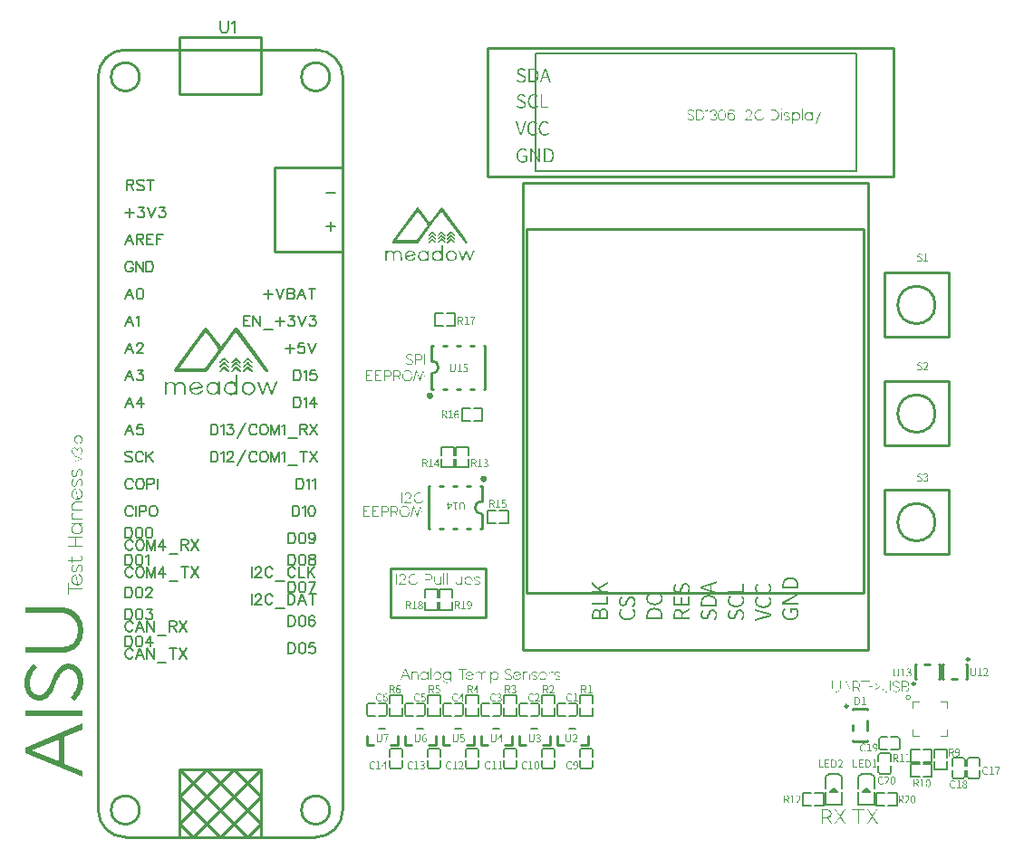
<source format=gto>
G04 Layer: TopSilkLayer*
G04 EasyEDA v6.4.19.4, 2021-07-14T11:09:17--7:00*
G04 73e50abd1ea448babbb0d4c805b7eb3a,d433bb90ee054a4e8348b136ee7bb52c,10*
G04 Gerber Generator version 0.2*
G04 Scale: 100 percent, Rotated: No, Reflected: No *
G04 Dimensions in inches *
G04 leading zeros omitted , absolute positions ,3 integer and 6 decimal *
%FSLAX36Y36*%
%MOIN*%

%ADD10C,0.0100*%
%ADD33C,0.0059*%
%ADD34C,0.0079*%
%ADD35C,0.0039*%
%ADD36C,0.0050*%
%ADD38C,0.0060*%

%LPD*%
G36*
X403120Y1777780D02*
G01*
X371040Y1734160D01*
X362440Y1722620D01*
X356040Y1714199D01*
X352440Y1709740D01*
X352180Y1709840D01*
X350920Y1711060D01*
X348760Y1713540D01*
X342180Y1721660D01*
X333340Y1733140D01*
X300320Y1777600D01*
X292200Y1777600D01*
X180851Y1626540D01*
X197560Y1626540D01*
X249820Y1697640D01*
X267240Y1721180D01*
X276820Y1733940D01*
X289020Y1749820D01*
X293280Y1755160D01*
X296060Y1758460D01*
X296840Y1759259D01*
X297180Y1759440D01*
X304420Y1749880D01*
X320260Y1728500D01*
X328780Y1716740D01*
X335740Y1706819D01*
X340439Y1699760D01*
X341719Y1697640D01*
X342160Y1696600D01*
X341640Y1695500D01*
X337860Y1689700D01*
X331120Y1680080D01*
X322220Y1667780D01*
X292360Y1627420D01*
X197560Y1626540D01*
X180851Y1626540D01*
X177800Y1622400D01*
X177760Y1614760D01*
X186480Y1611440D01*
X297640Y1612320D01*
X407160Y1760860D01*
X515780Y1613160D01*
X519280Y1613160D01*
X522040Y1613660D01*
X524460Y1614980D01*
X526160Y1616840D01*
X526820Y1618980D01*
X526060Y1620300D01*
X520360Y1628540D01*
X509920Y1643160D01*
X495680Y1662800D01*
X478600Y1686140D01*
X411800Y1776759D01*
G37*
G36*
X450600Y1666160D02*
G01*
X449320Y1666020D01*
X448000Y1665440D01*
X446560Y1664420D01*
X444920Y1662980D01*
X440740Y1658839D01*
X438500Y1656459D01*
X436640Y1654280D01*
X435120Y1652300D01*
X433920Y1650540D01*
X433080Y1649000D01*
X432560Y1647720D01*
X432380Y1646680D01*
X432500Y1645940D01*
X432920Y1645500D01*
X433640Y1645360D01*
X434660Y1645560D01*
X435959Y1646100D01*
X437540Y1647000D01*
X439380Y1648280D01*
X441480Y1649960D01*
X443860Y1652040D01*
X451440Y1659019D01*
X466380Y1644360D01*
X470460Y1648420D01*
X456680Y1662300D01*
X454860Y1663940D01*
X453280Y1665140D01*
X451880Y1665880D01*
G37*
G36*
X406940Y1666160D02*
G01*
X405640Y1666000D01*
X404300Y1665380D01*
X402840Y1664340D01*
X401160Y1662860D01*
X388740Y1650340D01*
X389760Y1647700D01*
X390379Y1646399D01*
X391079Y1645600D01*
X391920Y1645280D01*
X392939Y1645460D01*
X394200Y1646200D01*
X395760Y1647480D01*
X397640Y1649319D01*
X402360Y1654460D01*
X404260Y1656380D01*
X405820Y1657540D01*
X407239Y1657900D01*
X408720Y1657480D01*
X410480Y1656260D01*
X412680Y1654240D01*
X422760Y1644360D01*
X426820Y1648420D01*
X413040Y1662320D01*
X411220Y1663959D01*
X409640Y1665140D01*
X408240Y1665880D01*
G37*
G36*
X363320Y1666160D02*
G01*
X362060Y1666020D01*
X360740Y1665440D01*
X359300Y1664420D01*
X357660Y1662980D01*
X353480Y1658839D01*
X350780Y1656020D01*
X348680Y1653640D01*
X347160Y1651660D01*
X346200Y1650020D01*
X345760Y1648660D01*
X345840Y1647540D01*
X346400Y1646600D01*
X347400Y1645800D01*
X349240Y1644660D01*
X364040Y1659160D01*
X379120Y1644360D01*
X383180Y1648420D01*
X369420Y1662300D01*
X367600Y1663940D01*
X366019Y1665140D01*
X364620Y1665880D01*
G37*
G36*
X450580Y1651080D02*
G01*
X449300Y1650920D01*
X448000Y1650340D01*
X446540Y1649319D01*
X444900Y1647880D01*
X440740Y1643740D01*
X438140Y1640920D01*
X436019Y1638320D01*
X434420Y1635980D01*
X433340Y1633959D01*
X432840Y1632280D01*
X432900Y1631020D01*
X433579Y1630220D01*
X434860Y1629940D01*
X436200Y1630480D01*
X438320Y1631920D01*
X440940Y1634060D01*
X443760Y1636660D01*
X450600Y1643380D01*
X457160Y1636660D01*
X459520Y1634360D01*
X461560Y1632540D01*
X463320Y1631240D01*
X464840Y1630420D01*
X466140Y1630080D01*
X467260Y1630200D01*
X468200Y1630780D01*
X469020Y1631780D01*
X470160Y1633620D01*
X456599Y1647280D01*
X454799Y1648899D01*
X453240Y1650060D01*
X451860Y1650800D01*
G37*
G36*
X406960Y1651060D02*
G01*
X405680Y1650920D01*
X404360Y1650340D01*
X402920Y1649319D01*
X401280Y1647880D01*
X397120Y1643740D01*
X394500Y1640920D01*
X392400Y1638320D01*
X390780Y1635980D01*
X389720Y1633959D01*
X389200Y1632280D01*
X389280Y1631020D01*
X389940Y1630220D01*
X391240Y1629940D01*
X392600Y1630500D01*
X394780Y1632020D01*
X397520Y1634259D01*
X400460Y1637000D01*
X407660Y1644060D01*
X422760Y1629259D01*
X426820Y1633320D01*
X413040Y1647200D01*
X411220Y1648839D01*
X409660Y1650040D01*
X408260Y1650780D01*
G37*
G36*
X363320Y1651060D02*
G01*
X362060Y1650920D01*
X360740Y1650340D01*
X359300Y1649319D01*
X357660Y1647880D01*
X353480Y1643740D01*
X350880Y1640920D01*
X348760Y1638320D01*
X347160Y1635980D01*
X346079Y1633959D01*
X345580Y1632280D01*
X345640Y1631020D01*
X346320Y1630220D01*
X347600Y1629940D01*
X348960Y1630500D01*
X351160Y1632020D01*
X353880Y1634259D01*
X356840Y1637000D01*
X364040Y1644060D01*
X379120Y1629259D01*
X383180Y1633320D01*
X369420Y1647200D01*
X367600Y1648839D01*
X366019Y1650040D01*
X364620Y1650780D01*
G37*
G36*
X407680Y1634139D02*
G01*
X406560Y1633940D01*
X405340Y1633260D01*
X403980Y1632160D01*
X400360Y1628580D01*
X395040Y1623060D01*
X392720Y1620440D01*
X391000Y1618200D01*
X389860Y1616380D01*
X389320Y1614980D01*
X389360Y1613959D01*
X390000Y1613360D01*
X391240Y1613160D01*
X392560Y1613700D01*
X394680Y1615140D01*
X397299Y1617280D01*
X400120Y1619880D01*
X406960Y1626600D01*
X413519Y1619880D01*
X415880Y1617580D01*
X417920Y1615760D01*
X419700Y1614460D01*
X421220Y1613640D01*
X422520Y1613300D01*
X423620Y1613420D01*
X424560Y1614000D01*
X425379Y1615000D01*
X426520Y1616840D01*
X411440Y1632080D01*
X410040Y1633220D01*
X408820Y1633920D01*
G37*
G36*
X364040Y1634139D02*
G01*
X362920Y1633940D01*
X361719Y1633260D01*
X360340Y1632160D01*
X356740Y1628580D01*
X351400Y1623060D01*
X349080Y1620440D01*
X347360Y1618200D01*
X346220Y1616380D01*
X345680Y1614980D01*
X345740Y1613959D01*
X346380Y1613360D01*
X347600Y1613160D01*
X348940Y1613700D01*
X351060Y1615140D01*
X353660Y1617280D01*
X356480Y1619880D01*
X363340Y1626600D01*
X369900Y1619880D01*
X372239Y1617580D01*
X374300Y1615760D01*
X376060Y1614460D01*
X377580Y1613640D01*
X378880Y1613300D01*
X379980Y1613420D01*
X380940Y1614000D01*
X381760Y1615000D01*
X382900Y1616840D01*
X367800Y1632080D01*
X366400Y1633220D01*
X365180Y1633920D01*
G37*
G36*
X451480Y1634100D02*
G01*
X450360Y1633959D01*
X449140Y1633380D01*
X447760Y1632380D01*
X432840Y1619040D01*
X432840Y1616100D01*
X433000Y1614620D01*
X433500Y1613700D01*
X434340Y1613340D01*
X435540Y1613520D01*
X437060Y1614280D01*
X438940Y1615580D01*
X441160Y1617460D01*
X443760Y1619880D01*
X450600Y1626600D01*
X457160Y1619880D01*
X459520Y1617580D01*
X461560Y1615760D01*
X463320Y1614460D01*
X464840Y1613640D01*
X466140Y1613300D01*
X467260Y1613420D01*
X468200Y1614000D01*
X469020Y1615000D01*
X470160Y1616840D01*
X455160Y1632000D01*
X453780Y1633140D01*
X452580Y1633839D01*
G37*
G36*
X405980Y1601420D02*
G01*
X405980Y1571579D01*
X393400Y1578160D01*
X377879Y1576780D01*
X367640Y1569500D01*
X361960Y1554580D01*
X363548Y1546100D01*
X369060Y1546100D01*
X369060Y1552060D01*
X369180Y1554580D01*
X369500Y1556960D01*
X370080Y1559180D01*
X370860Y1561260D01*
X371880Y1563180D01*
X373140Y1565000D01*
X374640Y1566680D01*
X376400Y1568240D01*
X379980Y1571140D01*
X387520Y1571120D01*
X390660Y1570960D01*
X393620Y1570520D01*
X396060Y1569860D01*
X397680Y1569060D01*
X398900Y1567940D01*
X400340Y1566399D01*
X401800Y1564640D01*
X403120Y1562880D01*
X405980Y1558720D01*
X405980Y1546100D01*
X396200Y1535140D01*
X378860Y1535140D01*
X369060Y1546100D01*
X363548Y1546100D01*
X364200Y1542620D01*
X374099Y1531339D01*
X388680Y1527680D01*
X394200Y1529259D01*
X396599Y1530100D01*
X399020Y1531200D01*
X401220Y1532440D01*
X402860Y1533680D01*
X405980Y1536500D01*
X405980Y1529259D01*
X412700Y1529259D01*
X412700Y1601420D01*
G37*
G36*
X558700Y1578180D02*
G01*
X553240Y1577080D01*
X542900Y1548340D01*
X539780Y1540240D01*
X539520Y1539740D01*
X539280Y1540020D01*
X538060Y1542680D01*
X536080Y1547660D01*
X533600Y1554340D01*
X525520Y1577080D01*
X519260Y1577080D01*
X505260Y1538500D01*
X501400Y1548820D01*
X491140Y1577920D01*
X486780Y1577880D01*
X485780Y1577740D01*
X485100Y1577540D01*
X484860Y1577280D01*
X486380Y1572600D01*
X494880Y1548560D01*
X501980Y1529079D01*
X508800Y1530100D01*
X516260Y1551780D01*
X520460Y1563400D01*
X521659Y1566380D01*
X521940Y1566900D01*
X522220Y1566660D01*
X522760Y1565680D01*
X524420Y1561800D01*
X526680Y1555860D01*
X535980Y1529259D01*
X542760Y1529280D01*
X553820Y1560680D01*
X557600Y1572180D01*
X558400Y1574920D01*
X558700Y1576240D01*
G37*
G36*
X342220Y1578180D02*
G01*
X342220Y1569640D01*
X330000Y1577920D01*
X315860Y1577920D01*
X310320Y1574160D01*
X307900Y1572340D01*
X305440Y1570200D01*
X303220Y1568000D01*
X301520Y1566000D01*
X298280Y1561639D01*
X298132Y1551020D01*
X303240Y1551020D01*
X305420Y1562620D01*
X315620Y1571220D01*
X330720Y1571220D01*
X340540Y1561399D01*
X340540Y1545720D01*
X329120Y1534300D01*
X323500Y1534300D01*
X320920Y1534560D01*
X318020Y1535240D01*
X315160Y1536240D01*
X312720Y1537460D01*
X307540Y1540620D01*
X303240Y1551020D01*
X298132Y1551020D01*
X298060Y1546420D01*
X301320Y1540840D01*
X303020Y1538420D01*
X305260Y1535940D01*
X307760Y1533700D01*
X310180Y1531980D01*
X315800Y1528700D01*
X330000Y1528700D01*
X342220Y1536260D01*
X342220Y1529259D01*
X349020Y1529259D01*
X348080Y1577040D01*
G37*
G36*
X452140Y1577920D02*
G01*
X443740Y1577900D01*
X438880Y1574700D01*
X436740Y1573060D01*
X434500Y1570940D01*
X432420Y1568620D01*
X430780Y1566360D01*
X427520Y1561220D01*
X427520Y1546420D01*
X427582Y1546300D01*
X434520Y1546300D01*
X434520Y1561399D01*
X444320Y1571220D01*
X458940Y1571220D01*
X462680Y1568600D01*
X464660Y1567020D01*
X466380Y1565280D01*
X467860Y1563380D01*
X469040Y1561339D01*
X469960Y1559199D01*
X470600Y1557000D01*
X470959Y1554720D01*
X471019Y1552420D01*
X470800Y1550120D01*
X470260Y1547840D01*
X469420Y1545580D01*
X468260Y1543400D01*
X465120Y1538220D01*
X454700Y1533920D01*
X443100Y1536100D01*
X434520Y1546300D01*
X427582Y1546300D01*
X430260Y1541120D01*
X431640Y1538920D01*
X433400Y1536800D01*
X435500Y1534820D01*
X437879Y1533000D01*
X440480Y1531420D01*
X443240Y1530060D01*
X446100Y1529019D01*
X449020Y1528280D01*
X454300Y1527280D01*
X469219Y1533880D01*
X472700Y1538760D01*
X474140Y1541140D01*
X475500Y1544000D01*
X476599Y1546960D01*
X477320Y1549700D01*
X478459Y1555780D01*
X471659Y1571120D01*
X460520Y1577920D01*
G37*
G36*
X260820Y1577920D02*
G01*
X252440Y1577900D01*
X247640Y1574740D01*
X245520Y1573140D01*
X243320Y1571100D01*
X241280Y1568899D01*
X239680Y1566780D01*
X236520Y1561980D01*
X236515Y1552700D01*
X243200Y1552700D01*
X243200Y1562200D01*
X249920Y1568380D01*
X251759Y1569840D01*
X253480Y1570940D01*
X255159Y1571699D01*
X256880Y1572160D01*
X258760Y1572340D01*
X260880Y1572300D01*
X269220Y1571339D01*
X276360Y1563360D01*
X277120Y1562340D01*
X277540Y1561500D01*
X277580Y1560800D01*
X277200Y1560220D01*
X276360Y1559680D01*
X275040Y1559199D01*
X270740Y1558200D01*
X255960Y1555400D01*
X248020Y1553800D01*
X243200Y1552700D01*
X236515Y1552700D01*
X236500Y1546879D01*
X239840Y1541420D01*
X241560Y1539040D01*
X243800Y1536579D01*
X246260Y1534340D01*
X248640Y1532620D01*
X254120Y1529280D01*
X261320Y1529280D01*
X263960Y1529460D01*
X266680Y1529960D01*
X269400Y1530780D01*
X272100Y1531840D01*
X274680Y1533120D01*
X277120Y1534600D01*
X279340Y1536200D01*
X281280Y1537920D01*
X282880Y1539700D01*
X284120Y1541500D01*
X284880Y1543300D01*
X285160Y1545040D01*
X284220Y1546180D01*
X281920Y1545840D01*
X279080Y1544319D01*
X276500Y1541900D01*
X273240Y1537740D01*
X260159Y1533820D01*
X254980Y1535960D01*
X252700Y1537140D01*
X250320Y1538740D01*
X248140Y1540580D01*
X246420Y1542420D01*
X243020Y1546740D01*
X246040Y1547820D01*
X248660Y1548480D01*
X259920Y1550680D01*
X275980Y1553440D01*
X279160Y1554060D01*
X281660Y1554660D01*
X283480Y1555260D01*
X284740Y1555940D01*
X285460Y1556740D01*
X285720Y1557700D01*
X285600Y1558880D01*
X285140Y1560300D01*
X280320Y1571140D01*
X269220Y1577920D01*
G37*
G36*
X144200Y1577920D02*
G01*
X144200Y1529259D01*
X150900Y1529259D01*
X150900Y1562640D01*
X158860Y1571879D01*
X170960Y1571879D01*
X179440Y1563920D01*
X179440Y1529259D01*
X185840Y1529259D01*
X186980Y1562560D01*
X195120Y1571220D01*
X207380Y1571220D01*
X214680Y1563440D01*
X214680Y1529259D01*
X223060Y1529259D01*
X223020Y1546459D01*
X222920Y1549620D01*
X222460Y1555320D01*
X222120Y1557900D01*
X221700Y1560280D01*
X221200Y1562480D01*
X220600Y1564520D01*
X219920Y1566399D01*
X219160Y1568100D01*
X218280Y1569660D01*
X217320Y1571060D01*
X216260Y1572300D01*
X215080Y1573420D01*
X213800Y1574379D01*
X212420Y1575220D01*
X210940Y1575940D01*
X209340Y1576519D01*
X207620Y1577000D01*
X205780Y1577360D01*
X203020Y1577700D01*
X200479Y1577800D01*
X198120Y1577660D01*
X195920Y1577240D01*
X193840Y1576579D01*
X191900Y1575640D01*
X190060Y1574440D01*
X188280Y1572960D01*
X184620Y1569540D01*
X172260Y1577920D01*
X159760Y1577920D01*
X150900Y1570980D01*
X150900Y1577920D01*
G37*
G36*
X1160680Y2218560D02*
G01*
X1133180Y2181140D01*
X1119780Y2163180D01*
X1092600Y2200080D01*
X1079960Y2216960D01*
X1078500Y2218480D01*
X1073540Y2218480D01*
X1068820Y2212400D01*
X1049020Y2185700D01*
X985037Y2098840D01*
X998520Y2098840D01*
X1003420Y2105800D01*
X1032640Y2145680D01*
X1065400Y2189880D01*
X1074700Y2202240D01*
X1076120Y2204000D01*
X1076920Y2203100D01*
X1081820Y2196760D01*
X1089940Y2185880D01*
X1099560Y2172800D01*
X1107540Y2161740D01*
X1110340Y2157740D01*
X1112620Y2154320D01*
X1112760Y2154000D01*
X1109940Y2149880D01*
X1092440Y2125820D01*
X1072220Y2098360D01*
X1024440Y2098360D01*
X1002980Y2098600D01*
X998700Y2098780D01*
X998520Y2098840D01*
X985037Y2098840D01*
X982740Y2095720D01*
X982740Y2089440D01*
X987020Y2087280D01*
X1074240Y2087260D01*
X1078180Y2088760D01*
X1137180Y2168740D01*
X1152440Y2189240D01*
X1161780Y2201600D01*
X1163680Y2203960D01*
X1164940Y2202440D01*
X1173340Y2191280D01*
X1206440Y2146500D01*
X1248620Y2089060D01*
X1252880Y2087500D01*
X1256740Y2089240D01*
X1257400Y2092040D01*
X1257380Y2092680D01*
X1257180Y2093480D01*
X1256720Y2094560D01*
X1255960Y2095980D01*
X1253180Y2100300D01*
X1248340Y2107220D01*
X1240880Y2117540D01*
X1166820Y2218060D01*
G37*
G36*
X1128800Y2131680D02*
G01*
X1114340Y2117560D01*
X1114840Y2114100D01*
X1118240Y2113600D01*
X1129280Y2124740D01*
X1140680Y2113420D01*
X1142620Y2114260D01*
X1143160Y2114720D01*
X1143620Y2115280D01*
X1143940Y2115860D01*
X1144460Y2117220D01*
X1135600Y2126140D01*
X1133280Y2128360D01*
X1131420Y2130000D01*
X1130340Y2130820D01*
G37*
G36*
X1163000Y2131620D02*
G01*
X1151620Y2119620D01*
X1149500Y2116860D01*
X1149220Y2115300D01*
X1150400Y2114200D01*
X1151880Y2113260D01*
X1163440Y2124740D01*
X1174480Y2113600D01*
X1177880Y2114100D01*
X1178480Y2117300D01*
X1169680Y2126160D01*
X1165540Y2129980D01*
X1164480Y2130800D01*
G37*
G36*
X1197880Y2130860D02*
G01*
X1197040Y2130660D01*
X1196140Y2130140D01*
X1193840Y2128000D01*
X1183260Y2117300D01*
X1183880Y2114120D01*
X1186880Y2113540D01*
X1198340Y2124680D01*
X1209700Y2113420D01*
X1212400Y2114460D01*
X1212400Y2117540D01*
X1200640Y2129280D01*
X1199600Y2130160D01*
X1198700Y2130680D01*
G37*
G36*
X1196600Y2118780D02*
G01*
X1183420Y2105540D01*
X1183420Y2101920D01*
X1186300Y2100820D01*
X1197860Y2112300D01*
X1209680Y2100880D01*
X1211520Y2101660D01*
X1212040Y2102100D01*
X1212480Y2102620D01*
X1213280Y2104480D01*
X1199320Y2118780D01*
G37*
G36*
X1163180Y2118140D02*
G01*
X1162280Y2117940D01*
X1161320Y2117380D01*
X1160220Y2116480D01*
X1148480Y2104480D01*
X1149520Y2101740D01*
X1153140Y2101740D01*
X1163780Y2112300D01*
X1175780Y2100700D01*
X1177040Y2101740D01*
X1177540Y2102260D01*
X1177940Y2102900D01*
X1178220Y2103560D01*
X1178300Y2104180D01*
X1178300Y2105580D01*
X1169160Y2114020D01*
X1166180Y2116680D01*
X1165060Y2117520D01*
X1164080Y2118000D01*
G37*
G36*
X1129280Y2118140D02*
G01*
X1128360Y2117960D01*
X1127380Y2117420D01*
X1126260Y2116540D01*
X1123340Y2113700D01*
X1117140Y2107300D01*
X1115020Y2104620D01*
X1114660Y2103000D01*
X1115700Y2101720D01*
X1117000Y2100640D01*
X1128960Y2112180D01*
X1140760Y2100800D01*
X1142500Y2101720D01*
X1143880Y2102860D01*
X1143680Y2104520D01*
X1141560Y2107280D01*
X1135240Y2113720D01*
X1132300Y2116560D01*
X1131180Y2117440D01*
X1130200Y2117960D01*
G37*
G36*
X1196600Y2105140D02*
G01*
X1183260Y2091740D01*
X1183880Y2088540D01*
X1187040Y2087940D01*
X1197920Y2098700D01*
X1208620Y2088100D01*
X1212400Y2088100D01*
X1212400Y2091980D01*
X1199160Y2105140D01*
G37*
G36*
X1162520Y2105140D02*
G01*
X1148420Y2090980D01*
X1149520Y2088100D01*
X1152940Y2088100D01*
X1159820Y2095260D01*
X1161320Y2096720D01*
X1162520Y2097600D01*
X1163560Y2097880D01*
X1164600Y2097580D01*
X1165820Y2096699D01*
X1174480Y2088040D01*
X1177880Y2088540D01*
X1178480Y2091740D01*
X1165140Y2105140D01*
G37*
G36*
X1129300Y2104540D02*
G01*
X1128360Y2104400D01*
X1127360Y2103920D01*
X1126220Y2103100D01*
X1123260Y2100460D01*
X1114320Y2092140D01*
X1114840Y2088540D01*
X1118020Y2087940D01*
X1129360Y2099180D01*
X1140340Y2088100D01*
X1143440Y2088100D01*
X1144460Y2090820D01*
X1135380Y2099960D01*
X1132400Y2102860D01*
X1131260Y2103760D01*
X1130240Y2104320D01*
G37*
G36*
X1162980Y2078740D02*
G01*
X1162980Y2054940D01*
X1154180Y2060400D01*
X1141960Y2060400D01*
X1133620Y2055260D01*
X1128640Y2047200D01*
X1128068Y2041240D01*
X1132960Y2041240D01*
X1134080Y2047240D01*
X1136800Y2050320D01*
X1138580Y2052100D01*
X1140520Y2053520D01*
X1142600Y2054600D01*
X1144760Y2055320D01*
X1147000Y2055700D01*
X1149280Y2055700D01*
X1151580Y2055320D01*
X1153860Y2054580D01*
X1156620Y2053420D01*
X1162040Y2047240D01*
X1163160Y2041240D01*
X1162620Y2038340D01*
X1162260Y2037000D01*
X1161680Y2035460D01*
X1160960Y2033940D01*
X1160180Y2032600D01*
X1158280Y2029740D01*
X1150680Y2025900D01*
X1145440Y2025900D01*
X1137860Y2029740D01*
X1135940Y2032600D01*
X1135160Y2033940D01*
X1134440Y2035460D01*
X1133860Y2037000D01*
X1133500Y2038340D01*
X1132960Y2041240D01*
X1128068Y2041240D01*
X1127840Y2038860D01*
X1130620Y2030480D01*
X1133800Y2027380D01*
X1135300Y2026060D01*
X1136980Y2024800D01*
X1138680Y2023720D01*
X1140160Y2022960D01*
X1143320Y2021639D01*
X1152800Y2021639D01*
X1155960Y2022960D01*
X1157340Y2023620D01*
X1158760Y2024420D01*
X1160040Y2025280D01*
X1161040Y2026080D01*
X1162980Y2027900D01*
X1162980Y2021639D01*
X1168080Y2021639D01*
X1168080Y2078740D01*
G37*
G36*
X1195780Y2060860D02*
G01*
X1192700Y2059720D01*
X1189740Y2058340D01*
X1186960Y2056660D01*
X1184280Y2054760D01*
X1179600Y2046780D01*
X1179621Y2041100D01*
X1184180Y2041100D01*
X1186020Y2047980D01*
X1188300Y2050680D01*
X1189400Y2051819D01*
X1190680Y2052920D01*
X1192000Y2053880D01*
X1193180Y2054520D01*
X1195780Y2055660D01*
X1203460Y2055700D01*
X1210140Y2051879D01*
X1214100Y2044379D01*
X1214100Y2041080D01*
X1213920Y2038640D01*
X1213360Y2036339D01*
X1212440Y2034199D01*
X1211220Y2032240D01*
X1209680Y2030480D01*
X1207840Y2028959D01*
X1205760Y2027700D01*
X1203420Y2026740D01*
X1200360Y2025720D01*
X1197220Y2026320D01*
X1194920Y2026920D01*
X1192780Y2027820D01*
X1190820Y2029000D01*
X1189100Y2030440D01*
X1187600Y2032120D01*
X1186360Y2034019D01*
X1185400Y2036120D01*
X1184740Y2038400D01*
X1184180Y2041100D01*
X1179621Y2041100D01*
X1179660Y2035700D01*
X1181460Y2032280D01*
X1183400Y2029240D01*
X1185720Y2026639D01*
X1188360Y2024520D01*
X1191280Y2022960D01*
X1194440Y2021639D01*
X1204300Y2021680D01*
X1211120Y2024780D01*
X1217420Y2031759D01*
X1219400Y2039100D01*
X1218620Y2047200D01*
X1213640Y2055260D01*
X1205740Y2060140D01*
G37*
G36*
X976680Y2060840D02*
G01*
X973740Y2060800D01*
X972380Y2060680D01*
X970800Y2060400D01*
X969240Y2059980D01*
X967840Y2059480D01*
X966540Y2058839D01*
X965180Y2058040D01*
X963920Y2057180D01*
X962940Y2056380D01*
X961020Y2054580D01*
X961020Y2059980D01*
X955900Y2059980D01*
X955900Y2021639D01*
X961020Y2021639D01*
X961060Y2045920D01*
X964300Y2053060D01*
X969460Y2055720D01*
X975600Y2055720D01*
X980699Y2053080D01*
X984020Y2047620D01*
X984020Y2021639D01*
X989140Y2021639D01*
X989140Y2045820D01*
X992520Y2052780D01*
X997500Y2055720D01*
X1005100Y2055720D01*
X1007360Y2053940D01*
X1008340Y2053060D01*
X1009340Y2051960D01*
X1010220Y2050820D01*
X1010879Y2049720D01*
X1012140Y2047280D01*
X1012140Y2021639D01*
X1017380Y2021639D01*
X1016840Y2051180D01*
X1011919Y2057620D01*
X1008420Y2059199D01*
X1005520Y2060280D01*
X1002700Y2060740D01*
X999740Y2060600D01*
X996420Y2059900D01*
X993060Y2058959D01*
X987260Y2053160D01*
X985639Y2055220D01*
X984720Y2056160D01*
X983420Y2057200D01*
X981900Y2058200D01*
X980340Y2059060D01*
G37*
G36*
X1047600Y2060820D02*
G01*
X1043259Y2060800D01*
X1036440Y2057700D01*
X1030160Y2050720D01*
X1029260Y2047480D01*
X1028700Y2044940D01*
X1028439Y2042600D01*
X1033560Y2042600D01*
X1033560Y2043620D01*
X1034380Y2048000D01*
X1038920Y2053400D01*
X1042360Y2054980D01*
X1044980Y2056020D01*
X1047220Y2056459D01*
X1049500Y2056339D01*
X1052320Y2055700D01*
X1055440Y2054840D01*
X1059700Y2050040D01*
X1060680Y2048720D01*
X1061340Y2047620D01*
X1061580Y2046920D01*
X1061580Y2045780D01*
X1039220Y2041960D01*
X1036600Y2041639D01*
X1034900Y2041639D01*
X1033940Y2041960D01*
X1033560Y2042600D01*
X1028439Y2042600D01*
X1028439Y2039960D01*
X1028740Y2037560D01*
X1029320Y2035240D01*
X1030180Y2033040D01*
X1031320Y2030940D01*
X1032720Y2029000D01*
X1035160Y2026060D01*
X1044020Y2021639D01*
X1052620Y2021660D01*
X1056880Y2023660D01*
X1059780Y2025240D01*
X1062160Y2027020D01*
X1064240Y2029240D01*
X1066240Y2032060D01*
X1067720Y2034400D01*
X1063700Y2035900D01*
X1057840Y2029079D01*
X1052260Y2026759D01*
X1043460Y2026759D01*
X1037800Y2030240D01*
X1034659Y2035340D01*
X1034680Y2036020D01*
X1035440Y2036579D01*
X1037140Y2037100D01*
X1040000Y2037700D01*
X1065060Y2042200D01*
X1066800Y2042580D01*
X1068200Y2043000D01*
X1067540Y2045900D01*
X1066920Y2048100D01*
X1066060Y2050140D01*
X1064980Y2052040D01*
X1063680Y2053779D01*
X1062200Y2055360D01*
X1060540Y2056759D01*
X1058720Y2057960D01*
X1056760Y2058980D01*
X1054640Y2059780D01*
X1052400Y2060360D01*
X1050040Y2060700D01*
G37*
G36*
X1095360Y2060620D02*
G01*
X1092800Y2060300D01*
X1090340Y2059620D01*
X1088260Y2058779D01*
X1086340Y2057780D01*
X1084600Y2056620D01*
X1083020Y2055320D01*
X1081620Y2053899D01*
X1080380Y2052340D01*
X1079340Y2050640D01*
X1078480Y2048839D01*
X1077800Y2046900D01*
X1077300Y2044860D01*
X1077216Y2044220D01*
X1081880Y2044220D01*
X1085940Y2051800D01*
X1093360Y2055720D01*
X1096680Y2055720D01*
X1098160Y2055640D01*
X1099800Y2055380D01*
X1101380Y2055000D01*
X1102720Y2054560D01*
X1105180Y2053180D01*
X1107300Y2051300D01*
X1109120Y2048899D01*
X1110600Y2045980D01*
X1112000Y2042640D01*
X1110920Y2035400D01*
X1107140Y2029740D01*
X1099560Y2025900D01*
X1096960Y2025920D01*
X1095680Y2026040D01*
X1094100Y2026399D01*
X1092440Y2026900D01*
X1090880Y2027520D01*
X1087360Y2029120D01*
X1082580Y2035400D01*
X1081880Y2044220D01*
X1077216Y2044220D01*
X1077020Y2042720D01*
X1076920Y2040480D01*
X1076940Y2036560D01*
X1078500Y2033140D01*
X1079340Y2031600D01*
X1080440Y2029920D01*
X1081680Y2028320D01*
X1082900Y2026980D01*
X1085720Y2024220D01*
X1093020Y2021440D01*
X1104160Y2022140D01*
X1111840Y2027560D01*
X1111840Y2021639D01*
X1116960Y2021639D01*
X1116960Y2059980D01*
X1111840Y2059980D01*
X1111840Y2053940D01*
X1109540Y2056100D01*
X1107640Y2057560D01*
X1105480Y2058760D01*
X1103100Y2059680D01*
X1100580Y2060300D01*
X1097980Y2060620D01*
G37*
G36*
X1252020Y2060040D02*
G01*
X1243520Y2036100D01*
X1241100Y2029760D01*
X1240940Y2029500D01*
X1230080Y2059980D01*
X1225000Y2059980D01*
X1238380Y2021660D01*
X1243540Y2021639D01*
X1254480Y2053260D01*
X1265460Y2021540D01*
X1270600Y2022060D01*
X1283400Y2057840D01*
X1284100Y2059980D01*
X1279020Y2059980D01*
X1271640Y2039360D01*
X1268400Y2030060D01*
X1267700Y2030760D01*
X1267060Y2032120D01*
X1264060Y2039980D01*
X1257140Y2059560D01*
G37*
G36*
X-369099Y746500D02*
G01*
X-369099Y725699D01*
X-237800Y725699D01*
X-232180Y725520D01*
X-226780Y724980D01*
X-221620Y724080D01*
X-216700Y722820D01*
X-212000Y721200D01*
X-207540Y719220D01*
X-203299Y716880D01*
X-199300Y714180D01*
X-195539Y711120D01*
X-192000Y707700D01*
X-188740Y704020D01*
X-185799Y700180D01*
X-183220Y696140D01*
X-181000Y691900D01*
X-179100Y687500D01*
X-177560Y682900D01*
X-176340Y678139D01*
X-175479Y673180D01*
X-174980Y668020D01*
X-174800Y662700D01*
X-174980Y657380D01*
X-175479Y652220D01*
X-176340Y647260D01*
X-177560Y642480D01*
X-179100Y637880D01*
X-181000Y633460D01*
X-183220Y629220D01*
X-185799Y625160D01*
X-188740Y621300D01*
X-192000Y617600D01*
X-195539Y614200D01*
X-199300Y611160D01*
X-203299Y608480D01*
X-207540Y606140D01*
X-212000Y604180D01*
X-216700Y602560D01*
X-221620Y601320D01*
X-226780Y600420D01*
X-232180Y599880D01*
X-237800Y599700D01*
X-369099Y599700D01*
X-369099Y578900D01*
X-237800Y578900D01*
X-232480Y579020D01*
X-227320Y579400D01*
X-222300Y580000D01*
X-217440Y580860D01*
X-212760Y581980D01*
X-208220Y583320D01*
X-203820Y584920D01*
X-199600Y586760D01*
X-195520Y588860D01*
X-191600Y591200D01*
X-187840Y593780D01*
X-184240Y596600D01*
X-180799Y599680D01*
X-177500Y603000D01*
X-174400Y606500D01*
X-171540Y610120D01*
X-168900Y613860D01*
X-166480Y617720D01*
X-164300Y621680D01*
X-162340Y625760D01*
X-160620Y629980D01*
X-159140Y634300D01*
X-157860Y638740D01*
X-156840Y643300D01*
X-156040Y647980D01*
X-155460Y652760D01*
X-155120Y657680D01*
X-155000Y662700D01*
X-155120Y667760D01*
X-155460Y672720D01*
X-156040Y677540D01*
X-156840Y682240D01*
X-157860Y686820D01*
X-159140Y691260D01*
X-160620Y695600D01*
X-162340Y699820D01*
X-164300Y703900D01*
X-166480Y707860D01*
X-168900Y711700D01*
X-171540Y715420D01*
X-174400Y719020D01*
X-177500Y722500D01*
X-180799Y725800D01*
X-184240Y728860D01*
X-187840Y731680D01*
X-191600Y734260D01*
X-195520Y736580D01*
X-199600Y738660D01*
X-203820Y740500D01*
X-208220Y742099D01*
X-212760Y743439D01*
X-217440Y744539D01*
X-222300Y745400D01*
X-227320Y746020D01*
X-232480Y746380D01*
X-237800Y746500D01*
G37*
G36*
X-339200Y540200D02*
G01*
X-341880Y537520D01*
X-344540Y534540D01*
X-347220Y531280D01*
X-349900Y527700D01*
X-352580Y523820D01*
X-355240Y519640D01*
X-357920Y515180D01*
X-360600Y510400D01*
X-363100Y505460D01*
X-365280Y500460D01*
X-367120Y495420D01*
X-368620Y490340D01*
X-369799Y485220D01*
X-370640Y480060D01*
X-371140Y474860D01*
X-371300Y469600D01*
X-371140Y463500D01*
X-370680Y457680D01*
X-369880Y452140D01*
X-368780Y446860D01*
X-367380Y441880D01*
X-365640Y437160D01*
X-363600Y432740D01*
X-361260Y428579D01*
X-358579Y424700D01*
X-355600Y421100D01*
X-352360Y417819D01*
X-349000Y414880D01*
X-345480Y412280D01*
X-341820Y410020D01*
X-338020Y408120D01*
X-334080Y406560D01*
X-330000Y405360D01*
X-325780Y404500D01*
X-321400Y403980D01*
X-316900Y403800D01*
X-312480Y403980D01*
X-308200Y404540D01*
X-304080Y405460D01*
X-300100Y406760D01*
X-296280Y408400D01*
X-292600Y410439D01*
X-289080Y412840D01*
X-285700Y415600D01*
X-282460Y418640D01*
X-279400Y421820D01*
X-276520Y425180D01*
X-273800Y428700D01*
X-271260Y432380D01*
X-268900Y436220D01*
X-266720Y440240D01*
X-264700Y444400D01*
X-257200Y461380D01*
X-250100Y478300D01*
X-247680Y483760D01*
X-245100Y488940D01*
X-242360Y493860D01*
X-239440Y498480D01*
X-236340Y502819D01*
X-233100Y506900D01*
X-229640Y510500D01*
X-225980Y513459D01*
X-222120Y515760D01*
X-218080Y517380D01*
X-213840Y518380D01*
X-209400Y518700D01*
X-204259Y518360D01*
X-199480Y517360D01*
X-195080Y515680D01*
X-191040Y513320D01*
X-187380Y510300D01*
X-184100Y506599D01*
X-181920Y503440D01*
X-180040Y499980D01*
X-178440Y496260D01*
X-177120Y492239D01*
X-176100Y487960D01*
X-175380Y483380D01*
X-174940Y478540D01*
X-174800Y473400D01*
X-174940Y469099D01*
X-175360Y464860D01*
X-176060Y460680D01*
X-177040Y456560D01*
X-178320Y452480D01*
X-179860Y448459D01*
X-181700Y444500D01*
X-183800Y440600D01*
X-186780Y435680D01*
X-189740Y431160D01*
X-192680Y427080D01*
X-195580Y423400D01*
X-198460Y420140D01*
X-201300Y417299D01*
X-187100Y402800D01*
X-184420Y405480D01*
X-181759Y408459D01*
X-179080Y411719D01*
X-176400Y415300D01*
X-173720Y419180D01*
X-171060Y423360D01*
X-168380Y427819D01*
X-165700Y432600D01*
X-163200Y437540D01*
X-161020Y442540D01*
X-159180Y447580D01*
X-157680Y452640D01*
X-156500Y457780D01*
X-155660Y462939D01*
X-155160Y468140D01*
X-155000Y473400D01*
X-155160Y479500D01*
X-155620Y485319D01*
X-156420Y490860D01*
X-157520Y496140D01*
X-158920Y501120D01*
X-160660Y505840D01*
X-162700Y510260D01*
X-165040Y514420D01*
X-167719Y518300D01*
X-170700Y521900D01*
X-173939Y525180D01*
X-177300Y528120D01*
X-180820Y530720D01*
X-184480Y532980D01*
X-188280Y534880D01*
X-192220Y536440D01*
X-196300Y537640D01*
X-200520Y538500D01*
X-204899Y539020D01*
X-209400Y539200D01*
X-213820Y539020D01*
X-218100Y538460D01*
X-222220Y537540D01*
X-226200Y536260D01*
X-230020Y534600D01*
X-233700Y532560D01*
X-237220Y530160D01*
X-240600Y527400D01*
X-243840Y524360D01*
X-246880Y521180D01*
X-249760Y517819D01*
X-252440Y514300D01*
X-254960Y510620D01*
X-257280Y506780D01*
X-259440Y502760D01*
X-261400Y498600D01*
X-268820Y481620D01*
X-275900Y464700D01*
X-278300Y459240D01*
X-280880Y454060D01*
X-283660Y449140D01*
X-286620Y444520D01*
X-289760Y440180D01*
X-293100Y436100D01*
X-296600Y432500D01*
X-300280Y429540D01*
X-304140Y427239D01*
X-308220Y425620D01*
X-312460Y424620D01*
X-316900Y424300D01*
X-322040Y424640D01*
X-326820Y425640D01*
X-331220Y427320D01*
X-335260Y429680D01*
X-338920Y432700D01*
X-342200Y436400D01*
X-344380Y439560D01*
X-346260Y443020D01*
X-347860Y446740D01*
X-349180Y450740D01*
X-350200Y455040D01*
X-350920Y459620D01*
X-351360Y464460D01*
X-351500Y469600D01*
X-351260Y475220D01*
X-350520Y480760D01*
X-349300Y486200D01*
X-347580Y491560D01*
X-345379Y496820D01*
X-342700Y502000D01*
X-339760Y506960D01*
X-336820Y511520D01*
X-333880Y515680D01*
X-330920Y519420D01*
X-327960Y522760D01*
X-325000Y525700D01*
G37*
G36*
X-369099Y366300D02*
G01*
X-369099Y345500D01*
X-157500Y345500D01*
X-157500Y366300D01*
G37*
G36*
X-157500Y318100D02*
G01*
X-369099Y229899D01*
X-369099Y220200D01*
X-344900Y220200D01*
X-244400Y261100D01*
X-244400Y179200D01*
X-344900Y220200D01*
X-369099Y220200D01*
X-369099Y210100D01*
X-157500Y121900D01*
X-157500Y143600D01*
X-223600Y170700D01*
X-223600Y269600D01*
X-157500Y296700D01*
G37*
G36*
X2489440Y2583900D02*
G01*
X2489440Y2540000D01*
X2491940Y2540000D01*
X2491940Y2583900D01*
G37*
G36*
X2413840Y2582200D02*
G01*
X2413180Y2582080D01*
X2412640Y2581700D01*
X2412260Y2581160D01*
X2412140Y2580500D01*
X2412260Y2579780D01*
X2412640Y2579200D01*
X2413180Y2578820D01*
X2413840Y2578700D01*
X2414480Y2578820D01*
X2415040Y2579200D01*
X2415400Y2579780D01*
X2415540Y2580500D01*
X2415400Y2581139D01*
X2415040Y2581700D01*
X2414480Y2582080D01*
G37*
G36*
X2332740Y2580100D02*
G01*
X2328640Y2579740D01*
X2324980Y2578660D01*
X2321740Y2576840D01*
X2318940Y2574300D01*
X2316700Y2571220D01*
X2315100Y2567780D01*
X2314140Y2563960D01*
X2313840Y2559800D01*
X2314140Y2555660D01*
X2315100Y2551880D01*
X2316700Y2548420D01*
X2318940Y2545300D01*
X2321740Y2542760D01*
X2324980Y2540940D01*
X2328640Y2539860D01*
X2332740Y2539500D01*
X2338240Y2540200D01*
X2342940Y2542300D01*
X2346740Y2545600D01*
X2349540Y2549900D01*
X2347140Y2551200D01*
X2346060Y2549160D01*
X2344780Y2547340D01*
X2343260Y2545760D01*
X2341540Y2544400D01*
X2339560Y2543300D01*
X2337440Y2542520D01*
X2335160Y2542060D01*
X2332740Y2541900D01*
X2326160Y2543180D01*
X2321040Y2547000D01*
X2317740Y2552740D01*
X2316640Y2559800D01*
X2317740Y2566840D01*
X2321040Y2572600D01*
X2326160Y2576420D01*
X2332740Y2577700D01*
X2335140Y2577540D01*
X2337400Y2577080D01*
X2339500Y2576300D01*
X2341440Y2575200D01*
X2343220Y2573840D01*
X2344760Y2572260D01*
X2346060Y2570440D01*
X2347140Y2568399D01*
X2349540Y2569700D01*
X2346740Y2574000D01*
X2342940Y2577300D01*
X2338240Y2579400D01*
G37*
G36*
X2293040Y2580100D02*
G01*
X2291660Y2580040D01*
X2290340Y2579860D01*
X2289060Y2579540D01*
X2287840Y2579100D01*
X2286680Y2578560D01*
X2285640Y2577919D01*
X2284680Y2577200D01*
X2283120Y2575620D01*
X2281980Y2574220D01*
X2281140Y2573039D01*
X2280040Y2571200D01*
X2281940Y2569800D01*
X2284180Y2573260D01*
X2286760Y2575720D01*
X2289640Y2577200D01*
X2292840Y2577700D01*
X2294740Y2577559D01*
X2296500Y2577100D01*
X2298100Y2576340D01*
X2299540Y2575299D01*
X2300720Y2574000D01*
X2301560Y2572580D01*
X2302060Y2571040D01*
X2302240Y2569400D01*
X2302120Y2568159D01*
X2301780Y2566820D01*
X2301220Y2565400D01*
X2300440Y2563900D01*
X2299440Y2562280D01*
X2298260Y2560620D01*
X2295340Y2557200D01*
X2289440Y2551200D01*
X2283340Y2545500D01*
X2279440Y2542100D01*
X2279940Y2540000D01*
X2306140Y2540000D01*
X2306140Y2542500D01*
X2283240Y2542500D01*
X2290940Y2549300D01*
X2293180Y2551420D01*
X2295740Y2554000D01*
X2298160Y2556640D01*
X2300240Y2559200D01*
X2301980Y2561700D01*
X2303440Y2564400D01*
X2304040Y2565760D01*
X2304480Y2567080D01*
X2304740Y2568320D01*
X2304840Y2569500D01*
X2304620Y2571540D01*
X2304000Y2573460D01*
X2302980Y2575240D01*
X2301540Y2576900D01*
X2299760Y2578300D01*
X2297760Y2579300D01*
X2295520Y2579900D01*
G37*
G36*
X2229740Y2580100D02*
G01*
X2223360Y2578660D01*
X2218440Y2574300D01*
X2216600Y2571220D01*
X2215280Y2567780D01*
X2214500Y2563960D01*
X2214240Y2559800D01*
X2214500Y2555640D01*
X2215079Y2552800D01*
X2218840Y2552800D01*
X2219020Y2555260D01*
X2219600Y2557460D01*
X2220580Y2559360D01*
X2221940Y2561000D01*
X2223540Y2562320D01*
X2225380Y2563260D01*
X2227440Y2563820D01*
X2229740Y2564000D01*
X2231940Y2563800D01*
X2233940Y2563200D01*
X2235740Y2562200D01*
X2237340Y2560800D01*
X2238640Y2559060D01*
X2239580Y2557160D01*
X2240140Y2555060D01*
X2240340Y2552800D01*
X2240140Y2550560D01*
X2239560Y2548500D01*
X2238580Y2546640D01*
X2237240Y2545000D01*
X2235560Y2543640D01*
X2233740Y2542680D01*
X2231760Y2542100D01*
X2229640Y2541900D01*
X2227380Y2542120D01*
X2225300Y2542760D01*
X2223420Y2543820D01*
X2221740Y2545300D01*
X2220460Y2546860D01*
X2219560Y2548620D01*
X2219020Y2550600D01*
X2218840Y2552800D01*
X2215079Y2552800D01*
X2215280Y2551820D01*
X2216600Y2548380D01*
X2218440Y2545300D01*
X2223360Y2540940D01*
X2229740Y2539500D01*
X2234940Y2540460D01*
X2239140Y2543300D01*
X2241980Y2547580D01*
X2242940Y2552800D01*
X2241980Y2558160D01*
X2239140Y2562400D01*
X2234960Y2565260D01*
X2229840Y2566200D01*
X2227440Y2566040D01*
X2225240Y2565560D01*
X2223240Y2564740D01*
X2221440Y2563600D01*
X2219880Y2562180D01*
X2218640Y2560520D01*
X2217680Y2558640D01*
X2217040Y2556500D01*
X2216880Y2558120D01*
X2216840Y2559800D01*
X2217740Y2566780D01*
X2220440Y2572500D01*
X2224500Y2576400D01*
X2229740Y2577700D01*
X2231780Y2577520D01*
X2233740Y2577000D01*
X2235480Y2576259D01*
X2236940Y2575400D01*
X2238140Y2574400D01*
X2240640Y2571800D01*
X2241040Y2571100D01*
X2242940Y2572600D01*
X2242040Y2573940D01*
X2240900Y2575220D01*
X2239500Y2576480D01*
X2237840Y2577700D01*
X2235940Y2578759D01*
X2233960Y2579500D01*
X2231880Y2579960D01*
G37*
G36*
X2193940Y2580100D02*
G01*
X2191580Y2579920D01*
X2189440Y2579400D01*
X2187480Y2578519D01*
X2185740Y2577300D01*
X2184200Y2575800D01*
X2182880Y2574100D01*
X2181800Y2572200D01*
X2180940Y2570100D01*
X2179880Y2565280D01*
X2179540Y2559800D01*
X2181940Y2559800D01*
X2182680Y2567020D01*
X2184940Y2572700D01*
X2188640Y2576440D01*
X2193940Y2577700D01*
X2195940Y2577540D01*
X2197760Y2577080D01*
X2199380Y2576300D01*
X2200840Y2575200D01*
X2202140Y2573900D01*
X2203240Y2572420D01*
X2204140Y2570760D01*
X2204840Y2568900D01*
X2205320Y2566860D01*
X2205660Y2564680D01*
X2205860Y2562320D01*
X2205940Y2559800D01*
X2205860Y2557280D01*
X2205660Y2554920D01*
X2205320Y2552740D01*
X2204840Y2550700D01*
X2204140Y2548840D01*
X2203240Y2547140D01*
X2202140Y2545640D01*
X2200840Y2544300D01*
X2199380Y2543240D01*
X2197760Y2542500D01*
X2195940Y2542040D01*
X2193940Y2541900D01*
X2188640Y2543160D01*
X2184940Y2546900D01*
X2182680Y2552580D01*
X2181940Y2559800D01*
X2179540Y2559800D01*
X2179880Y2554280D01*
X2180940Y2549500D01*
X2181800Y2547400D01*
X2182880Y2545500D01*
X2184200Y2543800D01*
X2185740Y2542300D01*
X2187480Y2541080D01*
X2189440Y2540200D01*
X2191580Y2539680D01*
X2193940Y2539500D01*
X2200300Y2540920D01*
X2204840Y2545200D01*
X2206400Y2548220D01*
X2207540Y2551640D01*
X2208200Y2555520D01*
X2208440Y2559800D01*
X2208080Y2565280D01*
X2207040Y2570100D01*
X2206200Y2572200D01*
X2205140Y2574100D01*
X2203800Y2575800D01*
X2202240Y2577300D01*
X2200480Y2578519D01*
X2198500Y2579400D01*
X2196320Y2579920D01*
G37*
G36*
X2079440Y2580100D02*
G01*
X2074240Y2579380D01*
X2070440Y2577200D01*
X2069120Y2575720D01*
X2068180Y2574040D01*
X2067620Y2572220D01*
X2067440Y2570200D01*
X2067500Y2568940D01*
X2067740Y2567780D01*
X2068100Y2566700D01*
X2068640Y2565700D01*
X2069319Y2564740D01*
X2070080Y2563880D01*
X2070920Y2563100D01*
X2071840Y2562400D01*
X2073940Y2561180D01*
X2079840Y2558500D01*
X2084400Y2556540D01*
X2086380Y2555420D01*
X2087240Y2554740D01*
X2087980Y2554020D01*
X2088640Y2553200D01*
X2089199Y2552320D01*
X2089600Y2551400D01*
X2089840Y2550420D01*
X2089940Y2549400D01*
X2089760Y2547740D01*
X2089280Y2546280D01*
X2088460Y2545000D01*
X2087340Y2543900D01*
X2085960Y2543020D01*
X2084340Y2542400D01*
X2082460Y2542020D01*
X2080340Y2541900D01*
X2078660Y2542000D01*
X2077040Y2542300D01*
X2075460Y2542800D01*
X2073940Y2543500D01*
X2072520Y2544320D01*
X2071260Y2545160D01*
X2070160Y2546020D01*
X2069240Y2546900D01*
X2067540Y2545200D01*
X2068580Y2544160D01*
X2069860Y2543180D01*
X2071339Y2542220D01*
X2073040Y2541300D01*
X2074800Y2540520D01*
X2076600Y2539940D01*
X2078440Y2539620D01*
X2080340Y2539500D01*
X2085540Y2540220D01*
X2089340Y2542400D01*
X2090640Y2543920D01*
X2091579Y2545600D01*
X2092140Y2547420D01*
X2092340Y2549400D01*
X2092220Y2550820D01*
X2091900Y2552160D01*
X2091380Y2553420D01*
X2090640Y2554600D01*
X2089780Y2555640D01*
X2088800Y2556580D01*
X2087720Y2557400D01*
X2086540Y2558100D01*
X2081140Y2560600D01*
X2075740Y2562900D01*
X2074540Y2563500D01*
X2073440Y2564200D01*
X2072440Y2565000D01*
X2071540Y2565899D01*
X2070840Y2566880D01*
X2070340Y2567919D01*
X2070040Y2569040D01*
X2069940Y2570200D01*
X2070080Y2571860D01*
X2070560Y2573320D01*
X2071339Y2574600D01*
X2072440Y2575700D01*
X2073800Y2576580D01*
X2075440Y2577200D01*
X2077300Y2577580D01*
X2079440Y2577700D01*
X2081060Y2577600D01*
X2082680Y2577300D01*
X2084259Y2576800D01*
X2085840Y2576100D01*
X2088500Y2574460D01*
X2089600Y2573580D01*
X2090540Y2572700D01*
X2092240Y2574400D01*
X2091140Y2575460D01*
X2089860Y2576480D01*
X2088380Y2577420D01*
X2086740Y2578300D01*
X2084920Y2579080D01*
X2083100Y2579660D01*
X2081279Y2579980D01*
G37*
G36*
X2163640Y2580000D02*
G01*
X2161480Y2579860D01*
X2159440Y2579420D01*
X2157480Y2578700D01*
X2155640Y2577700D01*
X2153960Y2576480D01*
X2152540Y2575200D01*
X2151360Y2573880D01*
X2150440Y2572500D01*
X2152440Y2571000D01*
X2157500Y2575960D01*
X2163540Y2577600D01*
X2165440Y2577460D01*
X2167180Y2577060D01*
X2168740Y2576360D01*
X2170140Y2575400D01*
X2171260Y2574220D01*
X2172080Y2572900D01*
X2172560Y2571420D01*
X2172740Y2569800D01*
X2172540Y2568060D01*
X2171980Y2566420D01*
X2171040Y2564900D01*
X2169740Y2563500D01*
X2168080Y2562320D01*
X2166160Y2561480D01*
X2163940Y2560960D01*
X2161440Y2560800D01*
X2158640Y2560800D01*
X2158640Y2558700D01*
X2161440Y2558700D01*
X2163940Y2558540D01*
X2166160Y2558060D01*
X2168080Y2557240D01*
X2169740Y2556100D01*
X2171040Y2554700D01*
X2171980Y2553180D01*
X2172540Y2551540D01*
X2172740Y2549800D01*
X2172560Y2548180D01*
X2172080Y2546700D01*
X2171260Y2545380D01*
X2170140Y2544200D01*
X2168740Y2543200D01*
X2167180Y2542480D01*
X2165440Y2542040D01*
X2163540Y2541900D01*
X2161760Y2542040D01*
X2160060Y2542420D01*
X2158420Y2543080D01*
X2156840Y2544000D01*
X2155400Y2545080D01*
X2154180Y2546200D01*
X2153200Y2547380D01*
X2152440Y2548600D01*
X2150440Y2547000D01*
X2151400Y2545660D01*
X2152600Y2544380D01*
X2154040Y2543120D01*
X2155740Y2541900D01*
X2157580Y2540860D01*
X2159500Y2540100D01*
X2161520Y2539660D01*
X2163640Y2539500D01*
X2166060Y2539680D01*
X2168280Y2540240D01*
X2170260Y2541180D01*
X2172040Y2542500D01*
X2173440Y2544040D01*
X2174440Y2545780D01*
X2175040Y2547700D01*
X2175240Y2549800D01*
X2175100Y2551500D01*
X2174700Y2553100D01*
X2174040Y2554600D01*
X2173140Y2556000D01*
X2172020Y2557240D01*
X2170760Y2558300D01*
X2169360Y2559140D01*
X2167840Y2559800D01*
X2169360Y2560460D01*
X2170760Y2561300D01*
X2172020Y2562360D01*
X2173140Y2563600D01*
X2174040Y2565000D01*
X2174700Y2566500D01*
X2175100Y2568100D01*
X2175240Y2569800D01*
X2175040Y2571900D01*
X2174440Y2573820D01*
X2173440Y2575560D01*
X2172040Y2577100D01*
X2170260Y2578360D01*
X2168280Y2579280D01*
X2166060Y2579820D01*
G37*
G36*
X2374340Y2579700D02*
G01*
X2374340Y2577300D01*
X2382740Y2577300D01*
X2386820Y2576980D01*
X2390480Y2576060D01*
X2393720Y2574480D01*
X2396540Y2572300D01*
X2400440Y2566680D01*
X2401740Y2559800D01*
X2400440Y2552960D01*
X2396540Y2547400D01*
X2393720Y2545220D01*
X2390480Y2543640D01*
X2386820Y2542720D01*
X2382740Y2542400D01*
X2376840Y2542400D01*
X2376840Y2577300D01*
X2374340Y2577300D01*
X2374340Y2540000D01*
X2382740Y2540000D01*
X2387440Y2540360D01*
X2391640Y2541420D01*
X2395340Y2543200D01*
X2398540Y2545700D01*
X2401160Y2548720D01*
X2403040Y2552080D01*
X2404160Y2555760D01*
X2404540Y2559800D01*
X2404160Y2563880D01*
X2403060Y2567600D01*
X2401220Y2570980D01*
X2398640Y2574000D01*
X2395380Y2576500D01*
X2391660Y2578279D01*
X2387440Y2579340D01*
X2382740Y2579700D01*
G37*
G36*
X2267740Y2579700D02*
G01*
X2267740Y2540000D01*
X2270240Y2540000D01*
X2270240Y2579700D01*
G37*
G36*
X2140740Y2579700D02*
G01*
X2133640Y2574800D01*
X2134940Y2572700D01*
X2140740Y2576700D01*
X2140740Y2540000D01*
X2143240Y2540000D01*
X2143240Y2579700D01*
G37*
G36*
X2100140Y2579700D02*
G01*
X2100140Y2577300D01*
X2108540Y2577300D01*
X2112660Y2576980D01*
X2116360Y2576060D01*
X2119620Y2574480D01*
X2122440Y2572300D01*
X2126260Y2566680D01*
X2127540Y2559800D01*
X2126260Y2552960D01*
X2122440Y2547400D01*
X2119620Y2545220D01*
X2116360Y2543640D01*
X2112660Y2542720D01*
X2108540Y2542400D01*
X2102640Y2542400D01*
X2102640Y2577300D01*
X2100140Y2577300D01*
X2100140Y2540000D01*
X2108540Y2540000D01*
X2113240Y2540360D01*
X2117440Y2541420D01*
X2121140Y2543200D01*
X2124340Y2545700D01*
X2126960Y2548720D01*
X2128840Y2552080D01*
X2129960Y2555760D01*
X2130340Y2559800D01*
X2129960Y2563880D01*
X2128860Y2567600D01*
X2127020Y2570980D01*
X2124440Y2574000D01*
X2121220Y2576500D01*
X2117500Y2578279D01*
X2113280Y2579340D01*
X2108540Y2579700D01*
G37*
G36*
X2467140Y2570100D02*
G01*
X2465160Y2569980D01*
X2463280Y2569620D01*
X2461460Y2569040D01*
X2459740Y2568200D01*
X2458120Y2567160D01*
X2456660Y2565980D01*
X2455360Y2564620D01*
X2454240Y2563100D01*
X2454240Y2569600D01*
X2451840Y2569600D01*
X2451840Y2554900D01*
X2454240Y2554900D01*
X2455180Y2559820D01*
X2458040Y2564000D01*
X2462140Y2566840D01*
X2467040Y2567799D01*
X2471960Y2566860D01*
X2476140Y2564000D01*
X2478900Y2559820D01*
X2479840Y2554900D01*
X2478900Y2549920D01*
X2476140Y2545800D01*
X2471960Y2543020D01*
X2467040Y2542100D01*
X2462140Y2543020D01*
X2458040Y2545800D01*
X2455180Y2549980D01*
X2454240Y2554900D01*
X2451840Y2554900D01*
X2451840Y2525700D01*
X2454240Y2525700D01*
X2454240Y2546700D01*
X2455360Y2545140D01*
X2456660Y2543760D01*
X2458120Y2542540D01*
X2459740Y2541500D01*
X2461460Y2540660D01*
X2463280Y2540080D01*
X2465160Y2539720D01*
X2467140Y2539600D01*
X2472960Y2540720D01*
X2477840Y2544100D01*
X2481200Y2549040D01*
X2482340Y2554900D01*
X2481200Y2560740D01*
X2477840Y2565700D01*
X2472960Y2569000D01*
G37*
G36*
X2514240Y2570000D02*
G01*
X2508380Y2568880D01*
X2503440Y2565500D01*
X2500060Y2560620D01*
X2498940Y2554800D01*
X2501440Y2554800D01*
X2502380Y2559700D01*
X2505240Y2563800D01*
X2509340Y2566640D01*
X2514240Y2567600D01*
X2519140Y2566660D01*
X2523240Y2563800D01*
X2526080Y2559700D01*
X2527040Y2554800D01*
X2526080Y2549820D01*
X2523240Y2545700D01*
X2519140Y2542840D01*
X2514240Y2541900D01*
X2509340Y2542860D01*
X2505240Y2545700D01*
X2502380Y2549820D01*
X2501440Y2554800D01*
X2498940Y2554800D01*
X2500060Y2548900D01*
X2503440Y2544000D01*
X2508380Y2540620D01*
X2514240Y2539500D01*
X2516140Y2539620D01*
X2518000Y2539980D01*
X2519800Y2540560D01*
X2521540Y2541400D01*
X2523140Y2542440D01*
X2524600Y2543640D01*
X2525900Y2545040D01*
X2527040Y2546600D01*
X2527040Y2540000D01*
X2529540Y2540000D01*
X2529540Y2569500D01*
X2527040Y2569500D01*
X2527040Y2563000D01*
X2525900Y2564520D01*
X2524600Y2565880D01*
X2523140Y2567060D01*
X2521540Y2568100D01*
X2519800Y2568940D01*
X2518000Y2569520D01*
X2516140Y2569880D01*
G37*
G36*
X2433240Y2570000D02*
G01*
X2430720Y2569860D01*
X2428560Y2569420D01*
X2426760Y2568700D01*
X2425340Y2567700D01*
X2424200Y2566520D01*
X2423380Y2565160D01*
X2422900Y2563620D01*
X2422740Y2561900D01*
X2422860Y2560640D01*
X2423240Y2559500D01*
X2423860Y2558460D01*
X2424740Y2557500D01*
X2425780Y2556640D01*
X2426960Y2555900D01*
X2428240Y2555260D01*
X2429640Y2554700D01*
X2435340Y2552900D01*
X2437940Y2551980D01*
X2440140Y2550800D01*
X2441000Y2550080D01*
X2441640Y2549300D01*
X2442000Y2548480D01*
X2442140Y2547600D01*
X2442000Y2546280D01*
X2441580Y2545140D01*
X2440900Y2544180D01*
X2439940Y2543400D01*
X2438740Y2542740D01*
X2437360Y2542280D01*
X2435780Y2542000D01*
X2434040Y2541900D01*
X2432960Y2541960D01*
X2430760Y2542460D01*
X2428620Y2543380D01*
X2427120Y2544180D01*
X2425540Y2545500D01*
X2423540Y2543900D01*
X2425380Y2542260D01*
X2427280Y2541140D01*
X2429840Y2540120D01*
X2431200Y2539780D01*
X2432600Y2539560D01*
X2434040Y2539500D01*
X2436560Y2539640D01*
X2438740Y2540080D01*
X2440560Y2540800D01*
X2442040Y2541800D01*
X2443160Y2543020D01*
X2443980Y2544400D01*
X2444460Y2545920D01*
X2444640Y2547600D01*
X2444500Y2548860D01*
X2444100Y2550000D01*
X2443440Y2551060D01*
X2442540Y2552000D01*
X2441480Y2552840D01*
X2440340Y2553600D01*
X2439080Y2554240D01*
X2437740Y2554800D01*
X2431940Y2556600D01*
X2429340Y2557600D01*
X2427140Y2558800D01*
X2426260Y2559480D01*
X2425640Y2560260D01*
X2425260Y2561080D01*
X2425140Y2562000D01*
X2425260Y2563279D01*
X2425680Y2564400D01*
X2426360Y2565380D01*
X2427340Y2566200D01*
X2428560Y2566820D01*
X2429960Y2567260D01*
X2431520Y2567520D01*
X2433240Y2567600D01*
X2434340Y2567540D01*
X2435440Y2567360D01*
X2436540Y2567040D01*
X2438680Y2566120D01*
X2440180Y2565320D01*
X2441840Y2564000D01*
X2443740Y2565700D01*
X2443060Y2566360D01*
X2441460Y2567540D01*
X2440420Y2568200D01*
X2439200Y2568800D01*
X2437700Y2569340D01*
X2435940Y2569780D01*
X2434140Y2569980D01*
G37*
G36*
X2534440Y2569500D02*
G01*
X2545540Y2543800D01*
X2539040Y2526900D01*
X2541540Y2526900D01*
X2557940Y2569500D01*
X2555540Y2569500D01*
X2546740Y2546900D01*
X2536940Y2569500D01*
G37*
G36*
X2412540Y2569500D02*
G01*
X2412540Y2540000D01*
X2415040Y2540000D01*
X2415040Y2569500D01*
G37*
G36*
X2835100Y475100D02*
G01*
X2829860Y474380D01*
X2826100Y472200D01*
X2824740Y470720D01*
X2823780Y469040D01*
X2823200Y467220D01*
X2823000Y465200D01*
X2823080Y463940D01*
X2823320Y462780D01*
X2823740Y461700D01*
X2824300Y460700D01*
X2824960Y459739D01*
X2825700Y458880D01*
X2826560Y458100D01*
X2828480Y456760D01*
X2830640Y455620D01*
X2835460Y453500D01*
X2837880Y452540D01*
X2840080Y451540D01*
X2842020Y450420D01*
X2843620Y449020D01*
X2844300Y448200D01*
X2844820Y447320D01*
X2845200Y446400D01*
X2845419Y445420D01*
X2845500Y444400D01*
X2845340Y442740D01*
X2844880Y441280D01*
X2844100Y440000D01*
X2843000Y438900D01*
X2841580Y438020D01*
X2839920Y437400D01*
X2838039Y437020D01*
X2835899Y436900D01*
X2834220Y437000D01*
X2832600Y437299D01*
X2831019Y437800D01*
X2829500Y438500D01*
X2828080Y439320D01*
X2826820Y440160D01*
X2825740Y441019D01*
X2824800Y441900D01*
X2823100Y440200D01*
X2824200Y439159D01*
X2825480Y438180D01*
X2826940Y437220D01*
X2828600Y436300D01*
X2830400Y435520D01*
X2832220Y434940D01*
X2834060Y434620D01*
X2835899Y434500D01*
X2841139Y435220D01*
X2844900Y437400D01*
X2846220Y438920D01*
X2847160Y440600D01*
X2847720Y442420D01*
X2847900Y444400D01*
X2847799Y445820D01*
X2847500Y447160D01*
X2847000Y448420D01*
X2846300Y449600D01*
X2845400Y450640D01*
X2844400Y451580D01*
X2843300Y452400D01*
X2842100Y453100D01*
X2835280Y456240D01*
X2831300Y457900D01*
X2830100Y458500D01*
X2829000Y459200D01*
X2828000Y460000D01*
X2827100Y460900D01*
X2826400Y461880D01*
X2825899Y462920D01*
X2825600Y464040D01*
X2825500Y465200D01*
X2825659Y466860D01*
X2826120Y468320D01*
X2826900Y469600D01*
X2828000Y470700D01*
X2829420Y471580D01*
X2831080Y472200D01*
X2832960Y472580D01*
X2835100Y472700D01*
X2836740Y472600D01*
X2838320Y472299D01*
X2839880Y471800D01*
X2841400Y471100D01*
X2844080Y469460D01*
X2846100Y467700D01*
X2847900Y469400D01*
X2846800Y470460D01*
X2845500Y471480D01*
X2844000Y472420D01*
X2842300Y473300D01*
X2840539Y474080D01*
X2838759Y474660D01*
X2836940Y474980D01*
G37*
G36*
X2855800Y474700D02*
G01*
X2855800Y472299D01*
X2869000Y472299D01*
X2871520Y472160D01*
X2873759Y471719D01*
X2875720Y471000D01*
X2877400Y470000D01*
X2878759Y468760D01*
X2879720Y467380D01*
X2880299Y465820D01*
X2880500Y464099D01*
X2880299Y462420D01*
X2879720Y460900D01*
X2878759Y459520D01*
X2877400Y458300D01*
X2875720Y457299D01*
X2873759Y456580D01*
X2871520Y456140D01*
X2869000Y456000D01*
X2858300Y456000D01*
X2858300Y472299D01*
X2855800Y472299D01*
X2855800Y453700D01*
X2869000Y453700D01*
X2871520Y453560D01*
X2873759Y453120D01*
X2875720Y452400D01*
X2877400Y451400D01*
X2878759Y450180D01*
X2879720Y448800D01*
X2880299Y447280D01*
X2880500Y445600D01*
X2880299Y443920D01*
X2879720Y442400D01*
X2878759Y441019D01*
X2877400Y439799D01*
X2875720Y438760D01*
X2873759Y438000D01*
X2871520Y437540D01*
X2869000Y437400D01*
X2858300Y437400D01*
X2858300Y453700D01*
X2855800Y453700D01*
X2855800Y435000D01*
X2869000Y435000D01*
X2874820Y435740D01*
X2879300Y438000D01*
X2881000Y439600D01*
X2882220Y441380D01*
X2882960Y443340D01*
X2883200Y445500D01*
X2883080Y447020D01*
X2882700Y448480D01*
X2882080Y449860D01*
X2881200Y451200D01*
X2880100Y452360D01*
X2878800Y453360D01*
X2877300Y454159D01*
X2875600Y454799D01*
X2877300Y455520D01*
X2878800Y456400D01*
X2880100Y457420D01*
X2881200Y458600D01*
X2882080Y459840D01*
X2882700Y461180D01*
X2883080Y462600D01*
X2883200Y464099D01*
X2882960Y466300D01*
X2882220Y468300D01*
X2881000Y470100D01*
X2879300Y471700D01*
X2874820Y473940D01*
X2869000Y474700D01*
G37*
G36*
X2784700Y474700D02*
G01*
X2784700Y449900D01*
X2785800Y443600D01*
X2789100Y438700D01*
X2794120Y435540D01*
X2800200Y434500D01*
X2806320Y435560D01*
X2811300Y438700D01*
X2814680Y443600D01*
X2815800Y449900D01*
X2815800Y474700D01*
X2813300Y474700D01*
X2813300Y449900D01*
X2812380Y444600D01*
X2809600Y440500D01*
X2805340Y437800D01*
X2800200Y436900D01*
X2795080Y437800D01*
X2790899Y440500D01*
X2788120Y444600D01*
X2787200Y449900D01*
X2787200Y474700D01*
G37*
G36*
X2705899Y474700D02*
G01*
X2705899Y472200D01*
X2721000Y472200D01*
X2721000Y435000D01*
X2723500Y435000D01*
X2723500Y472200D01*
X2738600Y472200D01*
X2738600Y474700D01*
G37*
G36*
X2675899Y474700D02*
G01*
X2675899Y472299D01*
X2689100Y472299D01*
X2691580Y472120D01*
X2693800Y471599D01*
X2695779Y470720D01*
X2697500Y469500D01*
X2698860Y468060D01*
X2699820Y466440D01*
X2700400Y464660D01*
X2700600Y462700D01*
X2700400Y460740D01*
X2699820Y458920D01*
X2698860Y457280D01*
X2697500Y455800D01*
X2695779Y454620D01*
X2693800Y453780D01*
X2691580Y453260D01*
X2689100Y453100D01*
X2678399Y453100D01*
X2678399Y472299D01*
X2675899Y472299D01*
X2675899Y435000D01*
X2678399Y435000D01*
X2678399Y450600D01*
X2688900Y450600D01*
X2691600Y450800D01*
X2700600Y435000D01*
X2703300Y435000D01*
X2694000Y451400D01*
X2696080Y452080D01*
X2697919Y453000D01*
X2699540Y454180D01*
X2700899Y455600D01*
X2701940Y457160D01*
X2702700Y458880D01*
X2703140Y460720D01*
X2703300Y462700D01*
X2702320Y467400D01*
X2699400Y471300D01*
X2694920Y473860D01*
X2689100Y474700D01*
G37*
G36*
X2651200Y474700D02*
G01*
X2641230Y451000D01*
X2643700Y451000D01*
X2652500Y471800D01*
X2661100Y451000D01*
X2641230Y451000D01*
X2634500Y435000D01*
X2637000Y435000D01*
X2642700Y448500D01*
X2662100Y448500D01*
X2667799Y435000D01*
X2670400Y435000D01*
X2653600Y474700D01*
G37*
G36*
X2599800Y474700D02*
G01*
X2599800Y449900D01*
X2600899Y443600D01*
X2604200Y438700D01*
X2609220Y435540D01*
X2615299Y434500D01*
X2621420Y435560D01*
X2626400Y438700D01*
X2629780Y443600D01*
X2630899Y449900D01*
X2630899Y474700D01*
X2628399Y474700D01*
X2628399Y449900D01*
X2627480Y444600D01*
X2624700Y440500D01*
X2620460Y437800D01*
X2615299Y436900D01*
X2610179Y437800D01*
X2606000Y440500D01*
X2603220Y444600D01*
X2602300Y449900D01*
X2602300Y474700D01*
G37*
G36*
X2757900Y465900D02*
G01*
X2757900Y463600D01*
X2774400Y454799D01*
X2757900Y446100D01*
X2757900Y443700D01*
X2776900Y453900D01*
X2776900Y455800D01*
G37*
G36*
X2735100Y456000D02*
G01*
X2735100Y453700D01*
X2750200Y453700D01*
X2750200Y456000D01*
G37*
G36*
X1037700Y1620100D02*
G01*
X1033620Y1619740D01*
X1029980Y1618660D01*
X1026760Y1616840D01*
X1024000Y1614300D01*
X1021760Y1611220D01*
X1020180Y1607780D01*
X1019220Y1603959D01*
X1018900Y1599800D01*
X1021600Y1599800D01*
X1022700Y1606840D01*
X1026000Y1612600D01*
X1031120Y1616420D01*
X1037700Y1617700D01*
X1044380Y1616420D01*
X1049600Y1612600D01*
X1052900Y1606840D01*
X1054000Y1599800D01*
X1052900Y1592740D01*
X1049600Y1587000D01*
X1044380Y1583180D01*
X1037700Y1581900D01*
X1031120Y1583180D01*
X1026000Y1587000D01*
X1022700Y1592740D01*
X1021600Y1599800D01*
X1018900Y1599800D01*
X1019220Y1595640D01*
X1020180Y1591819D01*
X1021760Y1588380D01*
X1024000Y1585300D01*
X1026760Y1582760D01*
X1029980Y1580940D01*
X1033620Y1579860D01*
X1037700Y1579500D01*
X1041820Y1579860D01*
X1045500Y1580960D01*
X1048720Y1582760D01*
X1051500Y1585300D01*
X1053740Y1588380D01*
X1055320Y1591819D01*
X1056280Y1595640D01*
X1056600Y1599800D01*
X1056280Y1603959D01*
X1055320Y1607780D01*
X1053740Y1611220D01*
X1051500Y1614300D01*
X1048720Y1616840D01*
X1045500Y1618660D01*
X1041820Y1619740D01*
G37*
G36*
X1070300Y1619700D02*
G01*
X1060600Y1580000D01*
X1063100Y1580000D01*
X1071800Y1615000D01*
X1082600Y1580000D01*
X1084600Y1580000D01*
X1095600Y1615100D01*
X1104200Y1580000D01*
X1106700Y1580000D01*
X1097000Y1619700D01*
X1094600Y1619700D01*
X1083600Y1584800D01*
X1072600Y1619700D01*
G37*
G36*
X986000Y1619700D02*
G01*
X986000Y1617300D01*
X999200Y1617300D01*
X1001680Y1617120D01*
X1003900Y1616600D01*
X1005879Y1615720D01*
X1007600Y1614500D01*
X1008960Y1613060D01*
X1009920Y1611440D01*
X1010500Y1609660D01*
X1010699Y1607700D01*
X1010500Y1605740D01*
X1009920Y1603920D01*
X1008960Y1602280D01*
X1007600Y1600800D01*
X1005879Y1599620D01*
X1003900Y1598779D01*
X1001680Y1598260D01*
X999200Y1598100D01*
X988500Y1598100D01*
X988500Y1617300D01*
X986000Y1617300D01*
X986000Y1580000D01*
X988500Y1580000D01*
X988500Y1595600D01*
X999000Y1595600D01*
X1001700Y1595800D01*
X1010699Y1580000D01*
X1013400Y1580000D01*
X1004100Y1596399D01*
X1006180Y1597080D01*
X1008020Y1598000D01*
X1009640Y1599180D01*
X1011000Y1600600D01*
X1012039Y1602160D01*
X1012800Y1603880D01*
X1013240Y1605720D01*
X1013400Y1607700D01*
X1012420Y1612400D01*
X1009500Y1616300D01*
X1005020Y1618860D01*
X999200Y1619700D01*
G37*
G36*
X951900Y1619700D02*
G01*
X951900Y1617300D01*
X965000Y1617300D01*
X967520Y1617120D01*
X969780Y1616600D01*
X971760Y1615720D01*
X973500Y1614500D01*
X974860Y1613060D01*
X975819Y1611440D01*
X976400Y1609660D01*
X976600Y1607700D01*
X976400Y1605740D01*
X975819Y1603920D01*
X974860Y1602280D01*
X973500Y1600800D01*
X971760Y1599620D01*
X969780Y1598779D01*
X967520Y1598260D01*
X965000Y1598100D01*
X954400Y1598100D01*
X954400Y1617300D01*
X951900Y1617300D01*
X951900Y1580000D01*
X954400Y1580000D01*
X954400Y1595600D01*
X965000Y1595600D01*
X970860Y1596480D01*
X975400Y1599100D01*
X978319Y1603000D01*
X979300Y1607700D01*
X978319Y1612400D01*
X975400Y1616300D01*
X970860Y1618860D01*
X965000Y1619700D01*
G37*
G36*
X918300Y1619700D02*
G01*
X918300Y1580000D01*
X943400Y1580000D01*
X943400Y1582500D01*
X920800Y1582500D01*
X920800Y1599100D01*
X933600Y1599100D01*
X933600Y1601600D01*
X920800Y1601600D01*
X920800Y1617200D01*
X943400Y1617200D01*
X943400Y1619700D01*
G37*
G36*
X884800Y1619700D02*
G01*
X884800Y1580000D01*
X909800Y1580000D01*
X909800Y1582500D01*
X887300Y1582500D01*
X887300Y1599100D01*
X900100Y1599100D01*
X900100Y1601600D01*
X887300Y1601600D01*
X887300Y1617200D01*
X909800Y1617200D01*
X909800Y1619700D01*
G37*
G36*
X1045100Y1680100D02*
G01*
X1039900Y1679379D01*
X1036100Y1677200D01*
X1034780Y1675720D01*
X1033860Y1674040D01*
X1033280Y1672220D01*
X1033100Y1670200D01*
X1033180Y1668940D01*
X1033400Y1667780D01*
X1033780Y1666699D01*
X1034300Y1665700D01*
X1034980Y1664740D01*
X1036580Y1663100D01*
X1037500Y1662400D01*
X1039599Y1661180D01*
X1045500Y1658500D01*
X1047880Y1657540D01*
X1050080Y1656540D01*
X1052040Y1655420D01*
X1052900Y1654740D01*
X1053640Y1654019D01*
X1054300Y1653200D01*
X1054860Y1652320D01*
X1055280Y1651399D01*
X1055520Y1650420D01*
X1055600Y1649400D01*
X1055440Y1647740D01*
X1054960Y1646279D01*
X1054140Y1645000D01*
X1053000Y1643899D01*
X1051620Y1643020D01*
X1050000Y1642400D01*
X1048120Y1642020D01*
X1046000Y1641900D01*
X1044320Y1642000D01*
X1042700Y1642300D01*
X1041120Y1642800D01*
X1039599Y1643500D01*
X1038180Y1644319D01*
X1036919Y1645160D01*
X1035840Y1646020D01*
X1034900Y1646900D01*
X1033199Y1645200D01*
X1034260Y1644160D01*
X1035520Y1643180D01*
X1037000Y1642220D01*
X1038700Y1641300D01*
X1040460Y1640520D01*
X1042280Y1639940D01*
X1044120Y1639620D01*
X1046000Y1639500D01*
X1051200Y1640220D01*
X1055000Y1642400D01*
X1056320Y1643920D01*
X1057260Y1645600D01*
X1057820Y1647420D01*
X1058000Y1649400D01*
X1057900Y1650820D01*
X1057580Y1652160D01*
X1057040Y1653420D01*
X1056300Y1654600D01*
X1055440Y1655640D01*
X1054480Y1656579D01*
X1053400Y1657400D01*
X1052200Y1658100D01*
X1045380Y1661240D01*
X1041400Y1662900D01*
X1040200Y1663500D01*
X1039100Y1664199D01*
X1038100Y1665000D01*
X1037200Y1665900D01*
X1036500Y1666879D01*
X1036000Y1667920D01*
X1035699Y1669040D01*
X1035600Y1670200D01*
X1035759Y1671860D01*
X1036220Y1673320D01*
X1037000Y1674600D01*
X1038100Y1675700D01*
X1039479Y1676579D01*
X1041100Y1677200D01*
X1042980Y1677580D01*
X1045100Y1677700D01*
X1046740Y1677600D01*
X1048360Y1677300D01*
X1049940Y1676800D01*
X1051500Y1676100D01*
X1054180Y1674460D01*
X1056200Y1672700D01*
X1057900Y1674400D01*
X1056800Y1675460D01*
X1055520Y1676480D01*
X1054060Y1677420D01*
X1052400Y1678300D01*
X1050600Y1679079D01*
X1048780Y1679660D01*
X1046940Y1679980D01*
G37*
G36*
X1100000Y1679700D02*
G01*
X1100000Y1640000D01*
X1102500Y1640000D01*
X1102500Y1679700D01*
G37*
G36*
X1065800Y1679700D02*
G01*
X1065800Y1677300D01*
X1079000Y1677300D01*
X1081520Y1677120D01*
X1083760Y1676600D01*
X1085720Y1675720D01*
X1087400Y1674500D01*
X1088800Y1673060D01*
X1089800Y1671440D01*
X1090400Y1669660D01*
X1090600Y1667700D01*
X1090400Y1665740D01*
X1089800Y1663920D01*
X1088800Y1662280D01*
X1087400Y1660800D01*
X1085720Y1659620D01*
X1083760Y1658779D01*
X1081520Y1658260D01*
X1079000Y1658100D01*
X1068300Y1658100D01*
X1068300Y1677300D01*
X1065800Y1677300D01*
X1065800Y1640000D01*
X1068300Y1640000D01*
X1068300Y1655600D01*
X1079000Y1655600D01*
X1084860Y1656480D01*
X1089400Y1659100D01*
X1092240Y1663000D01*
X1093200Y1667700D01*
X1092240Y1672400D01*
X1089400Y1676300D01*
X1084840Y1678860D01*
X1079000Y1679700D01*
G37*
G36*
X1079700Y1170100D02*
G01*
X1075620Y1169740D01*
X1071980Y1168660D01*
X1068760Y1166840D01*
X1066000Y1164300D01*
X1063720Y1161220D01*
X1062100Y1157780D01*
X1061120Y1153960D01*
X1060800Y1149800D01*
X1061120Y1145660D01*
X1062100Y1141880D01*
X1063720Y1138420D01*
X1066000Y1135300D01*
X1068760Y1132760D01*
X1071980Y1130940D01*
X1075620Y1129860D01*
X1079700Y1129500D01*
X1085220Y1130200D01*
X1090000Y1132300D01*
X1093800Y1135600D01*
X1096600Y1139900D01*
X1094200Y1141200D01*
X1093140Y1139160D01*
X1091820Y1137340D01*
X1090280Y1135760D01*
X1088500Y1134400D01*
X1086560Y1133300D01*
X1084440Y1132520D01*
X1082160Y1132060D01*
X1079700Y1131900D01*
X1073120Y1133180D01*
X1068000Y1137000D01*
X1064700Y1142740D01*
X1063600Y1149800D01*
X1064700Y1156840D01*
X1068000Y1162600D01*
X1073120Y1166420D01*
X1079700Y1167700D01*
X1082160Y1167540D01*
X1084440Y1167080D01*
X1086560Y1166300D01*
X1088500Y1165200D01*
X1090240Y1163840D01*
X1091780Y1162260D01*
X1093100Y1160440D01*
X1094200Y1158400D01*
X1096600Y1159700D01*
X1093800Y1164000D01*
X1090000Y1167300D01*
X1085220Y1169400D01*
G37*
G36*
X1040100Y1170100D02*
G01*
X1038680Y1170040D01*
X1037320Y1169860D01*
X1036040Y1169540D01*
X1034800Y1169100D01*
X1033660Y1168560D01*
X1032620Y1167920D01*
X1031700Y1167200D01*
X1030140Y1165620D01*
X1028960Y1164220D01*
X1028120Y1163040D01*
X1027099Y1161200D01*
X1029000Y1159800D01*
X1031220Y1163260D01*
X1033780Y1165720D01*
X1036660Y1167200D01*
X1039900Y1167700D01*
X1041780Y1167560D01*
X1043520Y1167100D01*
X1045140Y1166340D01*
X1046600Y1165300D01*
X1047780Y1164000D01*
X1048620Y1162580D01*
X1049140Y1161040D01*
X1049300Y1159400D01*
X1049180Y1158160D01*
X1048820Y1156820D01*
X1048240Y1155400D01*
X1046400Y1152280D01*
X1045220Y1150620D01*
X1043860Y1148940D01*
X1040740Y1145520D01*
X1035140Y1139860D01*
X1026400Y1132100D01*
X1026900Y1130000D01*
X1053200Y1130000D01*
X1053200Y1132500D01*
X1030300Y1132500D01*
X1040200Y1141420D01*
X1045200Y1146640D01*
X1048220Y1150420D01*
X1049820Y1153020D01*
X1050500Y1154400D01*
X1051060Y1155760D01*
X1051480Y1157080D01*
X1051720Y1158320D01*
X1051800Y1159500D01*
X1051600Y1161540D01*
X1050980Y1163460D01*
X1049940Y1165240D01*
X1048500Y1166900D01*
X1046740Y1168300D01*
X1044760Y1169300D01*
X1042540Y1169900D01*
G37*
G36*
X1014800Y1169700D02*
G01*
X1014800Y1130000D01*
X1017300Y1130000D01*
X1017300Y1169700D01*
G37*
G36*
X1123400Y523900D02*
G01*
X1123400Y480000D01*
X1125900Y480000D01*
X1125900Y523900D01*
G37*
G36*
X1408600Y520100D02*
G01*
X1403400Y519380D01*
X1399600Y517200D01*
X1398280Y515720D01*
X1397340Y514040D01*
X1396780Y512220D01*
X1396600Y510200D01*
X1396680Y508940D01*
X1396900Y507780D01*
X1397280Y506700D01*
X1397800Y505700D01*
X1398480Y504739D01*
X1400080Y503100D01*
X1401000Y502400D01*
X1403100Y501180D01*
X1409000Y498500D01*
X1411380Y497540D01*
X1413580Y496540D01*
X1415560Y495420D01*
X1417160Y494020D01*
X1418360Y492320D01*
X1418779Y491400D01*
X1419019Y490420D01*
X1419100Y489400D01*
X1418940Y487740D01*
X1418440Y486280D01*
X1417640Y485000D01*
X1416500Y483900D01*
X1415120Y483020D01*
X1413500Y482400D01*
X1411620Y482020D01*
X1409500Y481900D01*
X1407820Y482000D01*
X1406200Y482299D01*
X1404620Y482800D01*
X1403100Y483500D01*
X1401680Y484320D01*
X1400420Y485160D01*
X1399340Y486019D01*
X1398400Y486900D01*
X1396699Y485200D01*
X1397760Y484159D01*
X1399019Y483180D01*
X1400500Y482220D01*
X1402200Y481300D01*
X1403959Y480520D01*
X1405780Y479940D01*
X1407620Y479620D01*
X1409500Y479500D01*
X1414700Y480220D01*
X1418500Y482400D01*
X1419820Y483920D01*
X1420740Y485600D01*
X1421320Y487420D01*
X1421500Y489400D01*
X1421399Y490820D01*
X1421080Y492160D01*
X1420540Y493420D01*
X1419800Y494600D01*
X1418940Y495640D01*
X1417980Y496580D01*
X1416900Y497400D01*
X1415700Y498100D01*
X1408880Y501240D01*
X1404900Y502900D01*
X1403700Y503500D01*
X1402600Y504200D01*
X1401600Y505000D01*
X1400700Y505900D01*
X1400000Y506880D01*
X1399500Y507920D01*
X1399199Y509040D01*
X1399100Y510200D01*
X1399259Y511860D01*
X1399720Y513320D01*
X1400500Y514600D01*
X1401600Y515700D01*
X1402980Y516580D01*
X1404600Y517200D01*
X1406480Y517580D01*
X1408600Y517700D01*
X1410240Y517600D01*
X1411840Y517299D01*
X1413440Y516800D01*
X1415000Y516100D01*
X1417680Y514460D01*
X1419700Y512700D01*
X1421399Y514400D01*
X1420300Y515460D01*
X1419019Y516480D01*
X1417560Y517420D01*
X1415900Y518300D01*
X1414100Y519080D01*
X1412280Y519660D01*
X1410440Y519980D01*
G37*
G36*
X1224000Y519700D02*
G01*
X1224000Y517200D01*
X1239100Y517200D01*
X1239100Y480000D01*
X1241600Y480000D01*
X1241600Y517200D01*
X1256600Y517200D01*
X1256600Y519700D01*
G37*
G36*
X1029100Y519700D02*
G01*
X1019130Y496000D01*
X1021600Y496000D01*
X1030300Y516800D01*
X1039000Y496000D01*
X1019130Y496000D01*
X1012400Y480000D01*
X1014900Y480000D01*
X1020600Y493500D01*
X1040000Y493500D01*
X1045699Y480000D01*
X1048300Y480000D01*
X1031500Y519700D01*
G37*
G36*
X1441500Y510200D02*
G01*
X1435580Y509080D01*
X1430600Y505700D01*
X1427300Y500800D01*
X1426200Y494900D01*
X1426213Y494600D01*
X1428700Y494600D01*
X1428700Y495400D01*
X1429680Y500200D01*
X1432400Y504200D01*
X1436480Y506920D01*
X1441300Y507900D01*
X1443440Y507740D01*
X1445480Y507220D01*
X1447400Y506380D01*
X1449199Y505200D01*
X1450760Y503760D01*
X1452020Y502120D01*
X1453000Y500300D01*
X1453700Y498300D01*
X1428800Y493900D01*
X1428700Y494600D01*
X1426213Y494600D01*
X1426320Y493080D01*
X1426699Y491200D01*
X1428720Y486700D01*
X1432200Y483000D01*
X1436579Y480600D01*
X1441500Y479799D01*
X1446260Y480480D01*
X1450500Y482700D01*
X1452300Y484240D01*
X1453800Y485920D01*
X1455000Y487780D01*
X1455900Y489799D01*
X1453700Y490600D01*
X1452920Y488880D01*
X1451900Y487299D01*
X1450620Y485880D01*
X1449100Y484600D01*
X1447360Y483560D01*
X1445500Y482800D01*
X1443540Y482360D01*
X1441500Y482200D01*
X1439360Y482320D01*
X1437360Y482800D01*
X1435460Y483620D01*
X1433700Y484799D01*
X1432100Y486240D01*
X1430820Y487840D01*
X1429860Y489640D01*
X1429199Y491599D01*
X1456600Y496500D01*
X1456500Y496800D01*
X1456500Y497400D01*
X1454780Y502420D01*
X1451399Y506500D01*
X1446780Y509280D01*
G37*
G36*
X1266000Y510200D02*
G01*
X1260100Y509080D01*
X1255200Y505700D01*
X1251900Y500800D01*
X1250863Y495240D01*
X1253200Y495240D01*
X1254200Y500200D01*
X1257000Y504200D01*
X1261020Y506920D01*
X1265900Y507900D01*
X1268040Y507740D01*
X1270060Y507220D01*
X1271940Y506380D01*
X1273700Y505200D01*
X1275300Y503760D01*
X1276600Y502120D01*
X1277600Y500300D01*
X1278300Y498300D01*
X1253300Y493900D01*
X1253200Y495240D01*
X1250863Y495240D01*
X1250800Y494900D01*
X1250900Y493080D01*
X1251200Y491200D01*
X1253220Y486700D01*
X1256700Y483000D01*
X1261120Y480600D01*
X1266000Y479799D01*
X1270800Y480480D01*
X1275000Y482700D01*
X1276800Y484240D01*
X1278320Y485920D01*
X1279560Y487780D01*
X1280500Y489799D01*
X1278300Y490600D01*
X1277520Y488880D01*
X1276480Y487299D01*
X1275160Y485880D01*
X1273600Y484600D01*
X1271880Y483560D01*
X1270060Y482800D01*
X1268080Y482360D01*
X1266000Y482200D01*
X1263900Y482320D01*
X1261900Y482800D01*
X1260000Y483620D01*
X1258200Y484799D01*
X1256640Y486240D01*
X1255380Y487840D01*
X1254400Y489640D01*
X1253700Y491599D01*
X1281100Y496500D01*
X1281000Y496900D01*
X1281000Y497400D01*
X1279320Y502420D01*
X1275900Y506500D01*
X1271320Y509280D01*
G37*
G36*
X1358200Y510100D02*
G01*
X1356279Y509980D01*
X1354420Y509620D01*
X1352640Y509040D01*
X1350900Y508200D01*
X1349280Y507160D01*
X1347820Y505980D01*
X1346540Y504620D01*
X1345400Y503100D01*
X1345400Y509600D01*
X1343000Y509600D01*
X1343000Y494900D01*
X1345400Y494900D01*
X1346360Y499820D01*
X1349199Y504000D01*
X1353300Y506840D01*
X1358200Y507800D01*
X1363120Y506860D01*
X1367300Y504000D01*
X1370080Y499820D01*
X1371000Y494900D01*
X1370080Y489920D01*
X1367300Y485800D01*
X1363120Y483020D01*
X1358200Y482100D01*
X1353300Y483020D01*
X1349199Y485800D01*
X1346360Y489980D01*
X1345400Y494900D01*
X1343000Y494900D01*
X1343000Y465700D01*
X1345400Y465700D01*
X1345400Y486700D01*
X1346540Y485140D01*
X1347820Y483760D01*
X1349280Y482540D01*
X1350900Y481500D01*
X1352640Y480660D01*
X1354420Y480080D01*
X1356279Y479720D01*
X1358200Y479600D01*
X1364100Y480720D01*
X1369000Y484099D01*
X1372380Y489040D01*
X1373500Y494900D01*
X1372380Y500740D01*
X1369000Y505700D01*
X1364100Y509000D01*
G37*
G36*
X1589000Y510000D02*
G01*
X1586519Y509860D01*
X1584379Y509420D01*
X1582560Y508700D01*
X1581100Y507700D01*
X1579960Y506520D01*
X1579139Y505160D01*
X1578660Y503620D01*
X1578500Y501900D01*
X1578620Y500640D01*
X1579000Y499500D01*
X1579620Y498459D01*
X1580500Y497500D01*
X1581560Y496640D01*
X1582720Y495900D01*
X1584000Y495260D01*
X1585400Y494700D01*
X1591100Y492900D01*
X1593700Y491980D01*
X1595900Y490800D01*
X1596819Y490080D01*
X1597480Y489300D01*
X1597860Y488480D01*
X1598000Y487600D01*
X1597860Y486280D01*
X1597420Y485140D01*
X1596699Y484180D01*
X1595700Y483400D01*
X1594520Y482740D01*
X1593160Y482280D01*
X1591620Y482000D01*
X1589900Y481900D01*
X1588800Y481960D01*
X1586540Y482460D01*
X1584400Y483380D01*
X1582940Y484180D01*
X1581300Y485500D01*
X1579400Y483900D01*
X1580500Y482800D01*
X1582040Y481700D01*
X1584300Y480600D01*
X1585620Y480120D01*
X1587000Y479780D01*
X1588420Y479560D01*
X1589900Y479500D01*
X1592380Y479640D01*
X1594520Y480080D01*
X1596339Y480800D01*
X1597800Y481800D01*
X1598940Y483020D01*
X1599740Y484400D01*
X1600240Y485920D01*
X1600400Y487600D01*
X1600280Y488860D01*
X1599900Y490000D01*
X1599280Y491060D01*
X1598400Y492000D01*
X1597340Y492840D01*
X1596180Y493600D01*
X1594900Y494240D01*
X1592060Y495280D01*
X1586399Y497080D01*
X1585120Y497600D01*
X1582900Y498800D01*
X1582020Y499480D01*
X1581399Y500260D01*
X1581020Y501079D01*
X1580900Y502000D01*
X1581040Y503280D01*
X1581459Y504400D01*
X1582140Y505379D01*
X1583100Y506200D01*
X1584340Y506820D01*
X1585720Y507260D01*
X1587280Y507520D01*
X1589000Y507600D01*
X1590100Y507540D01*
X1591220Y507360D01*
X1592360Y507040D01*
X1594500Y506120D01*
X1595960Y505319D01*
X1597600Y504000D01*
X1599500Y505700D01*
X1598860Y506360D01*
X1597240Y507540D01*
X1596180Y508200D01*
X1594960Y508800D01*
X1593460Y509340D01*
X1591740Y509780D01*
X1589940Y509980D01*
G37*
G36*
X1569800Y510000D02*
G01*
X1568320Y509900D01*
X1566879Y509620D01*
X1565460Y509159D01*
X1564100Y508500D01*
X1562820Y507680D01*
X1561680Y506740D01*
X1560660Y505680D01*
X1559800Y504500D01*
X1559800Y509500D01*
X1557300Y509500D01*
X1557300Y480000D01*
X1559800Y480000D01*
X1559800Y497700D01*
X1559980Y499720D01*
X1560500Y501580D01*
X1561380Y503260D01*
X1562600Y504799D01*
X1564120Y506019D01*
X1565800Y506900D01*
X1567620Y507420D01*
X1569600Y507600D01*
X1571000Y507480D01*
X1572400Y507160D01*
X1573800Y506580D01*
X1575200Y505800D01*
X1576200Y508200D01*
X1574680Y508980D01*
X1573100Y509540D01*
X1571480Y509880D01*
G37*
G36*
X1535500Y510000D02*
G01*
X1529680Y508880D01*
X1524800Y505500D01*
X1521420Y500620D01*
X1520300Y494799D01*
X1522800Y494799D01*
X1523760Y499720D01*
X1526600Y503900D01*
X1530700Y506680D01*
X1535600Y507600D01*
X1540460Y506680D01*
X1544600Y503900D01*
X1547380Y499720D01*
X1548300Y494799D01*
X1547380Y489820D01*
X1544600Y485700D01*
X1540460Y482840D01*
X1535600Y481900D01*
X1530700Y482860D01*
X1526600Y485700D01*
X1523760Y489820D01*
X1522800Y494799D01*
X1520300Y494799D01*
X1521420Y488900D01*
X1524800Y484000D01*
X1529680Y480620D01*
X1535500Y479500D01*
X1541360Y480620D01*
X1546300Y484000D01*
X1549680Y488940D01*
X1550800Y494799D01*
X1549680Y500620D01*
X1546300Y505500D01*
X1541399Y508880D01*
G37*
G36*
X1504400Y510000D02*
G01*
X1501879Y509860D01*
X1499720Y509420D01*
X1497940Y508700D01*
X1496500Y507700D01*
X1495360Y506520D01*
X1494540Y505160D01*
X1494060Y503620D01*
X1493899Y501900D01*
X1494019Y500640D01*
X1494400Y499500D01*
X1495020Y498459D01*
X1495900Y497500D01*
X1496960Y496640D01*
X1498120Y495900D01*
X1499400Y495260D01*
X1500800Y494700D01*
X1506500Y492900D01*
X1509100Y491980D01*
X1511300Y490800D01*
X1512180Y490080D01*
X1512800Y489300D01*
X1513180Y488480D01*
X1513300Y487600D01*
X1513160Y486280D01*
X1512740Y485140D01*
X1512060Y484180D01*
X1511100Y483400D01*
X1509900Y482740D01*
X1508520Y482280D01*
X1506960Y482000D01*
X1505200Y481900D01*
X1504139Y481960D01*
X1501940Y482460D01*
X1499780Y483380D01*
X1498280Y484180D01*
X1496699Y485500D01*
X1494700Y483900D01*
X1496540Y482260D01*
X1497400Y481700D01*
X1499700Y480600D01*
X1501020Y480120D01*
X1502380Y479780D01*
X1503760Y479560D01*
X1505200Y479500D01*
X1507720Y479640D01*
X1509900Y480080D01*
X1511720Y480800D01*
X1513200Y481800D01*
X1514300Y483020D01*
X1515080Y484400D01*
X1515540Y485920D01*
X1515700Y487600D01*
X1515580Y488860D01*
X1515200Y490000D01*
X1514580Y491060D01*
X1513700Y492000D01*
X1512660Y492840D01*
X1511500Y493600D01*
X1510240Y494240D01*
X1508899Y494799D01*
X1503100Y496599D01*
X1500500Y497600D01*
X1498300Y498800D01*
X1497420Y499480D01*
X1496800Y500260D01*
X1496420Y501079D01*
X1496300Y502000D01*
X1496440Y503280D01*
X1496860Y504400D01*
X1497540Y505379D01*
X1498500Y506200D01*
X1499700Y506820D01*
X1501080Y507260D01*
X1502640Y507520D01*
X1504400Y507600D01*
X1505500Y507540D01*
X1506600Y507360D01*
X1507700Y507040D01*
X1509840Y506120D01*
X1511360Y505319D01*
X1513000Y504000D01*
X1514900Y505700D01*
X1513520Y506900D01*
X1511579Y508200D01*
X1510360Y508800D01*
X1508860Y509340D01*
X1507100Y509780D01*
X1505300Y509980D01*
G37*
G36*
X1475200Y510000D02*
G01*
X1473720Y509900D01*
X1472280Y509620D01*
X1470860Y509159D01*
X1469500Y508500D01*
X1468220Y507680D01*
X1467080Y506740D01*
X1466060Y505680D01*
X1465200Y504500D01*
X1465200Y509500D01*
X1462700Y509500D01*
X1462700Y480000D01*
X1465200Y480000D01*
X1465200Y497700D01*
X1465380Y499720D01*
X1465920Y501560D01*
X1466840Y503220D01*
X1468100Y504700D01*
X1469580Y505959D01*
X1471220Y506880D01*
X1473040Y507420D01*
X1475000Y507600D01*
X1476960Y507420D01*
X1478779Y506880D01*
X1480420Y505959D01*
X1481900Y504700D01*
X1483160Y503220D01*
X1484079Y501540D01*
X1484620Y499720D01*
X1484800Y497700D01*
X1484800Y480000D01*
X1487300Y480000D01*
X1487300Y497800D01*
X1486420Y502500D01*
X1483800Y506400D01*
X1479900Y509099D01*
G37*
G36*
X1299800Y510000D02*
G01*
X1298280Y509900D01*
X1296800Y509620D01*
X1295380Y509159D01*
X1294000Y508500D01*
X1292720Y507680D01*
X1291579Y506740D01*
X1290560Y505680D01*
X1289700Y504500D01*
X1289700Y509500D01*
X1287300Y509500D01*
X1287300Y480000D01*
X1289700Y480000D01*
X1289700Y497700D01*
X1289880Y499720D01*
X1290420Y501560D01*
X1291339Y503220D01*
X1292600Y504700D01*
X1294120Y505959D01*
X1295780Y506880D01*
X1297560Y507420D01*
X1299500Y507600D01*
X1301480Y507420D01*
X1303300Y506880D01*
X1304980Y505959D01*
X1306500Y504700D01*
X1307760Y503220D01*
X1308680Y501540D01*
X1309220Y499720D01*
X1309400Y497700D01*
X1309400Y480000D01*
X1311800Y480000D01*
X1311800Y497700D01*
X1311980Y499720D01*
X1312520Y501560D01*
X1313440Y503220D01*
X1314700Y504700D01*
X1316220Y505959D01*
X1317880Y506880D01*
X1319660Y507420D01*
X1321600Y507600D01*
X1323620Y507420D01*
X1325460Y506900D01*
X1327120Y506019D01*
X1328600Y504799D01*
X1329820Y503260D01*
X1330700Y501580D01*
X1331220Y499720D01*
X1331399Y497700D01*
X1331399Y480000D01*
X1333899Y480000D01*
X1333899Y497800D01*
X1333020Y502500D01*
X1330400Y506400D01*
X1326519Y509099D01*
X1321900Y510000D01*
X1320060Y509880D01*
X1318320Y509520D01*
X1316699Y508940D01*
X1315200Y508100D01*
X1313800Y507020D01*
X1312600Y505800D01*
X1311600Y504420D01*
X1310800Y502900D01*
X1309960Y504420D01*
X1308920Y505800D01*
X1307700Y507020D01*
X1306300Y508100D01*
X1304800Y508940D01*
X1303220Y509520D01*
X1301560Y509880D01*
G37*
G36*
X1148100Y510000D02*
G01*
X1142280Y508880D01*
X1137400Y505500D01*
X1134020Y500620D01*
X1132900Y494799D01*
X1135400Y494799D01*
X1136360Y499720D01*
X1139200Y503900D01*
X1143300Y506680D01*
X1148200Y507600D01*
X1153060Y506680D01*
X1157200Y503900D01*
X1159980Y499720D01*
X1160900Y494799D01*
X1159980Y489820D01*
X1157200Y485700D01*
X1153060Y482840D01*
X1148200Y481900D01*
X1143300Y482860D01*
X1139200Y485700D01*
X1136360Y489820D01*
X1135400Y494799D01*
X1132900Y494799D01*
X1134020Y488900D01*
X1137400Y484000D01*
X1142280Y480620D01*
X1148100Y479500D01*
X1153960Y480620D01*
X1158900Y484000D01*
X1162280Y488940D01*
X1163400Y494799D01*
X1162280Y500620D01*
X1158900Y505500D01*
X1153940Y508880D01*
G37*
G36*
X1098900Y510000D02*
G01*
X1093060Y508880D01*
X1088100Y505500D01*
X1084720Y500620D01*
X1083600Y494799D01*
X1086100Y494799D01*
X1087040Y499700D01*
X1089900Y503800D01*
X1094000Y506640D01*
X1098900Y507600D01*
X1103800Y506659D01*
X1107900Y503800D01*
X1110740Y499700D01*
X1111700Y494799D01*
X1110760Y489820D01*
X1107900Y485700D01*
X1103800Y482840D01*
X1098900Y481900D01*
X1094000Y482860D01*
X1089900Y485700D01*
X1087040Y489820D01*
X1086100Y494799D01*
X1083600Y494799D01*
X1084720Y488900D01*
X1088100Y484000D01*
X1093060Y480620D01*
X1098900Y479500D01*
X1100820Y479620D01*
X1102680Y479980D01*
X1104460Y480560D01*
X1106200Y481400D01*
X1107820Y482440D01*
X1109280Y483640D01*
X1110560Y485040D01*
X1111700Y486599D01*
X1111700Y480000D01*
X1114200Y480000D01*
X1114200Y509500D01*
X1111700Y509500D01*
X1111700Y503000D01*
X1110560Y504520D01*
X1109280Y505880D01*
X1107820Y507060D01*
X1106200Y508100D01*
X1104460Y508940D01*
X1102680Y509520D01*
X1100820Y509880D01*
G37*
G36*
X1065600Y510000D02*
G01*
X1064080Y509900D01*
X1062600Y509620D01*
X1061180Y509159D01*
X1059800Y508500D01*
X1058520Y507680D01*
X1057380Y506740D01*
X1056360Y505680D01*
X1055500Y504500D01*
X1055500Y509500D01*
X1053100Y509500D01*
X1053100Y480000D01*
X1055500Y480000D01*
X1055500Y497700D01*
X1055680Y499720D01*
X1056220Y501560D01*
X1057140Y503220D01*
X1058400Y504700D01*
X1059920Y505959D01*
X1061580Y506880D01*
X1063360Y507420D01*
X1065300Y507600D01*
X1067280Y507420D01*
X1069100Y506880D01*
X1070780Y505959D01*
X1072300Y504700D01*
X1073520Y503220D01*
X1074400Y501540D01*
X1074920Y499720D01*
X1075100Y497700D01*
X1075100Y480000D01*
X1077600Y480000D01*
X1077600Y497800D01*
X1076720Y502500D01*
X1074100Y506400D01*
X1070220Y509099D01*
G37*
G36*
X1183900Y509900D02*
G01*
X1178000Y508780D01*
X1173100Y505400D01*
X1169720Y500500D01*
X1168600Y494600D01*
X1171200Y494600D01*
X1172120Y499580D01*
X1174900Y503700D01*
X1179000Y506540D01*
X1183900Y507500D01*
X1188800Y506540D01*
X1192900Y503700D01*
X1195740Y499580D01*
X1196700Y494600D01*
X1195760Y489680D01*
X1192900Y485500D01*
X1188800Y482720D01*
X1183900Y481800D01*
X1179000Y482720D01*
X1174900Y485500D01*
X1172120Y489680D01*
X1171200Y494600D01*
X1168600Y494600D01*
X1169720Y488780D01*
X1173100Y483900D01*
X1178000Y480520D01*
X1183900Y479400D01*
X1185820Y479520D01*
X1187680Y479880D01*
X1189460Y480460D01*
X1191200Y481300D01*
X1192820Y482340D01*
X1194280Y483519D01*
X1195560Y484880D01*
X1196700Y486400D01*
X1196700Y482500D01*
X1195760Y477640D01*
X1192900Y473500D01*
X1188800Y470660D01*
X1183900Y469700D01*
X1181860Y469840D01*
X1179900Y470300D01*
X1178060Y471060D01*
X1176300Y472100D01*
X1174780Y473420D01*
X1173500Y474880D01*
X1172480Y476460D01*
X1171700Y478200D01*
X1169500Y477200D01*
X1170400Y475220D01*
X1171600Y473400D01*
X1173100Y471719D01*
X1174900Y470200D01*
X1176920Y468980D01*
X1179100Y468100D01*
X1181420Y467580D01*
X1183900Y467400D01*
X1189680Y468500D01*
X1194600Y471800D01*
X1198000Y476680D01*
X1199200Y482500D01*
X1199200Y509400D01*
X1196700Y509400D01*
X1196700Y502900D01*
X1195560Y504420D01*
X1194280Y505780D01*
X1192820Y506960D01*
X1191200Y508000D01*
X1189460Y508840D01*
X1187680Y509420D01*
X1185820Y509780D01*
G37*
G36*
X1182100Y873900D02*
G01*
X1182100Y830000D01*
X1184600Y830000D01*
X1184600Y873900D01*
G37*
G36*
X1170600Y873900D02*
G01*
X1170600Y830000D01*
X1173100Y830000D01*
X1173100Y873900D01*
G37*
G36*
X1059700Y870100D02*
G01*
X1055620Y869740D01*
X1051980Y868660D01*
X1048760Y866840D01*
X1046000Y864300D01*
X1043720Y861220D01*
X1042099Y857780D01*
X1041120Y853960D01*
X1040800Y849800D01*
X1041120Y845660D01*
X1042099Y841880D01*
X1043720Y838420D01*
X1046000Y835300D01*
X1048760Y832760D01*
X1051980Y830939D01*
X1055620Y829860D01*
X1059700Y829500D01*
X1065220Y830200D01*
X1070000Y832300D01*
X1073800Y835600D01*
X1076600Y839900D01*
X1074200Y841200D01*
X1073140Y839160D01*
X1071820Y837340D01*
X1070280Y835759D01*
X1068500Y834400D01*
X1066560Y833300D01*
X1064440Y832520D01*
X1062160Y832060D01*
X1059700Y831900D01*
X1053120Y833180D01*
X1048000Y837000D01*
X1044700Y842740D01*
X1043600Y849800D01*
X1044700Y856840D01*
X1048000Y862600D01*
X1053120Y866420D01*
X1059700Y867700D01*
X1062160Y867540D01*
X1064440Y867080D01*
X1066560Y866300D01*
X1068500Y865200D01*
X1070240Y863840D01*
X1071780Y862260D01*
X1073100Y860440D01*
X1074200Y858400D01*
X1076600Y859700D01*
X1073800Y864000D01*
X1070000Y867300D01*
X1065220Y869400D01*
G37*
G36*
X1020100Y870100D02*
G01*
X1018680Y870040D01*
X1017320Y869860D01*
X1016040Y869539D01*
X1014800Y869100D01*
X1013660Y868560D01*
X1012620Y867920D01*
X1011700Y867200D01*
X1010140Y865620D01*
X1008960Y864220D01*
X1008120Y863040D01*
X1007099Y861200D01*
X1009000Y859800D01*
X1011220Y863259D01*
X1013780Y865720D01*
X1016660Y867200D01*
X1019900Y867700D01*
X1021780Y867560D01*
X1023520Y867099D01*
X1025140Y866340D01*
X1026600Y865300D01*
X1027780Y864000D01*
X1028620Y862580D01*
X1029140Y861040D01*
X1029300Y859400D01*
X1029180Y858160D01*
X1028820Y856820D01*
X1028240Y855400D01*
X1026400Y852280D01*
X1025220Y850620D01*
X1023860Y848940D01*
X1020740Y845520D01*
X1015140Y839860D01*
X1006400Y832099D01*
X1006900Y830000D01*
X1033199Y830000D01*
X1033199Y832500D01*
X1010300Y832500D01*
X1020200Y841420D01*
X1025200Y846640D01*
X1028220Y850420D01*
X1029820Y853020D01*
X1030500Y854400D01*
X1031060Y855759D01*
X1031480Y857080D01*
X1031720Y858319D01*
X1031800Y859500D01*
X1031600Y861540D01*
X1030980Y863460D01*
X1029940Y865240D01*
X1028500Y866900D01*
X1026740Y868300D01*
X1024760Y869300D01*
X1022540Y869900D01*
G37*
G36*
X1101400Y869700D02*
G01*
X1101400Y867300D01*
X1114500Y867300D01*
X1117020Y867120D01*
X1119280Y866600D01*
X1121260Y865720D01*
X1123000Y864500D01*
X1124360Y863060D01*
X1125320Y861440D01*
X1125900Y859659D01*
X1126100Y857700D01*
X1125900Y855740D01*
X1125320Y853920D01*
X1124360Y852280D01*
X1123000Y850800D01*
X1121260Y849620D01*
X1119280Y848780D01*
X1117020Y848259D01*
X1114500Y848100D01*
X1103900Y848100D01*
X1103900Y867300D01*
X1101400Y867300D01*
X1101400Y830000D01*
X1103900Y830000D01*
X1103900Y845600D01*
X1114500Y845600D01*
X1120340Y846480D01*
X1124900Y849100D01*
X1127820Y853000D01*
X1128800Y857700D01*
X1127820Y862400D01*
X1124900Y866300D01*
X1120340Y868860D01*
X1114500Y869700D01*
G37*
G36*
X994800Y869700D02*
G01*
X994800Y830000D01*
X997300Y830000D01*
X997300Y869700D01*
G37*
G36*
X1262800Y860100D02*
G01*
X1260880Y859980D01*
X1259020Y859620D01*
X1257240Y859040D01*
X1255500Y858199D01*
X1253880Y857159D01*
X1252420Y855980D01*
X1251140Y854620D01*
X1250000Y853100D01*
X1250000Y859599D01*
X1247500Y859599D01*
X1247500Y844900D01*
X1250000Y844900D01*
X1250960Y849820D01*
X1253800Y854000D01*
X1257900Y856840D01*
X1262800Y857800D01*
X1267700Y856860D01*
X1271800Y854000D01*
X1274660Y849820D01*
X1275600Y844900D01*
X1274660Y839920D01*
X1271800Y835800D01*
X1267700Y833020D01*
X1262800Y832099D01*
X1257900Y833020D01*
X1253800Y835800D01*
X1250960Y839980D01*
X1250000Y844900D01*
X1247500Y844900D01*
X1247500Y815699D01*
X1250000Y815699D01*
X1250000Y836700D01*
X1251140Y835140D01*
X1252420Y833760D01*
X1253880Y832540D01*
X1255500Y831500D01*
X1257240Y830660D01*
X1259020Y830080D01*
X1260880Y829720D01*
X1262800Y829599D01*
X1268700Y830720D01*
X1273600Y834100D01*
X1276980Y839040D01*
X1278100Y844900D01*
X1276980Y850740D01*
X1273600Y855699D01*
X1268700Y859000D01*
G37*
G36*
X1293800Y860000D02*
G01*
X1291320Y859860D01*
X1289180Y859419D01*
X1287360Y858700D01*
X1285900Y857700D01*
X1284760Y856520D01*
X1283959Y855160D01*
X1283460Y853620D01*
X1283300Y851900D01*
X1283420Y850639D01*
X1283800Y849500D01*
X1284420Y848460D01*
X1285300Y847500D01*
X1286360Y846640D01*
X1287520Y845900D01*
X1288800Y845260D01*
X1290200Y844700D01*
X1295900Y842900D01*
X1298500Y841979D01*
X1299660Y841420D01*
X1300700Y840800D01*
X1301620Y840080D01*
X1302280Y839300D01*
X1302660Y838480D01*
X1302800Y837600D01*
X1302660Y836280D01*
X1302220Y835140D01*
X1301500Y834180D01*
X1300500Y833400D01*
X1299319Y832740D01*
X1297960Y832280D01*
X1296420Y832000D01*
X1294700Y831900D01*
X1293600Y831960D01*
X1291339Y832460D01*
X1289199Y833379D01*
X1287740Y834180D01*
X1286100Y835500D01*
X1284199Y833900D01*
X1285300Y832800D01*
X1286840Y831700D01*
X1289100Y830600D01*
X1290420Y830120D01*
X1291800Y829780D01*
X1293220Y829560D01*
X1294700Y829500D01*
X1297180Y829640D01*
X1299319Y830080D01*
X1301140Y830800D01*
X1302600Y831800D01*
X1303740Y833020D01*
X1304540Y834400D01*
X1305040Y835920D01*
X1305200Y837600D01*
X1305080Y838860D01*
X1304700Y840000D01*
X1304079Y841060D01*
X1303200Y842000D01*
X1302140Y842840D01*
X1300980Y843600D01*
X1299700Y844240D01*
X1296860Y845280D01*
X1291200Y847080D01*
X1289920Y847600D01*
X1287700Y848800D01*
X1286819Y849479D01*
X1286200Y850260D01*
X1285820Y851080D01*
X1285700Y852000D01*
X1285840Y853280D01*
X1286260Y854400D01*
X1286940Y855380D01*
X1287900Y856200D01*
X1289139Y856820D01*
X1290520Y857260D01*
X1292080Y857520D01*
X1293800Y857600D01*
X1294900Y857540D01*
X1296020Y857360D01*
X1297160Y857039D01*
X1299319Y856120D01*
X1300820Y855320D01*
X1302400Y854000D01*
X1304400Y855699D01*
X1302960Y856900D01*
X1300980Y858199D01*
X1299760Y858800D01*
X1298260Y859340D01*
X1296540Y859780D01*
X1294740Y859980D01*
G37*
G36*
X1214500Y859500D02*
G01*
X1214500Y841800D01*
X1215380Y837080D01*
X1218000Y833100D01*
X1221940Y830400D01*
X1226600Y829500D01*
X1228080Y829599D01*
X1229520Y829880D01*
X1230940Y830340D01*
X1232300Y831000D01*
X1233580Y831820D01*
X1234720Y832760D01*
X1235740Y833820D01*
X1236600Y835000D01*
X1236600Y830000D01*
X1239100Y830000D01*
X1239100Y859500D01*
X1236600Y859500D01*
X1236600Y841800D01*
X1236420Y839820D01*
X1235900Y838000D01*
X1235020Y836320D01*
X1233800Y834800D01*
X1232280Y833540D01*
X1230600Y832620D01*
X1228780Y832080D01*
X1226800Y831900D01*
X1224840Y832080D01*
X1223020Y832620D01*
X1221380Y833540D01*
X1219900Y834800D01*
X1218640Y836320D01*
X1217720Y838000D01*
X1217180Y839820D01*
X1217000Y841800D01*
X1217000Y859500D01*
G37*
G36*
X1136500Y859500D02*
G01*
X1136500Y841800D01*
X1137400Y837080D01*
X1140100Y833100D01*
X1143980Y830400D01*
X1148600Y829500D01*
X1150120Y829599D01*
X1151600Y829880D01*
X1153020Y830340D01*
X1154400Y831000D01*
X1155680Y831820D01*
X1156820Y832760D01*
X1157840Y833820D01*
X1158700Y835000D01*
X1158700Y830000D01*
X1161100Y830000D01*
X1161100Y859500D01*
X1158700Y859500D01*
X1158700Y841800D01*
X1158520Y839820D01*
X1157980Y838000D01*
X1157060Y836320D01*
X1155800Y834800D01*
X1154280Y833540D01*
X1152620Y832620D01*
X1150840Y832080D01*
X1148900Y831900D01*
X1146920Y832080D01*
X1145100Y832620D01*
X1143420Y833540D01*
X1141900Y834800D01*
X1140680Y836320D01*
X1139800Y838000D01*
X1139280Y839820D01*
X1139100Y841800D01*
X1139100Y859500D01*
G37*
G36*
X1192300Y851000D02*
G01*
X1192300Y848700D01*
X1207300Y848700D01*
X1207300Y851000D01*
G37*
G36*
X2610100Y2900D02*
G01*
X2627700Y-23300D01*
X2609800Y-50000D01*
X2613600Y-50000D01*
X2629600Y-26100D01*
X2645600Y-50000D01*
X2649300Y-50000D01*
X2631500Y-23300D01*
X2649000Y2900D01*
X2645200Y2900D01*
X2629600Y-20500D01*
X2613900Y2900D01*
G37*
G36*
X2561400Y2900D02*
G01*
X2561400Y-300D01*
X2578900Y-300D01*
X2585220Y-1220D01*
X2590200Y-4000D01*
X2593360Y-8080D01*
X2594400Y-13100D01*
X2593360Y-18120D01*
X2590200Y-22200D01*
X2585220Y-24980D01*
X2578900Y-25900D01*
X2564700Y-25900D01*
X2564700Y-300D01*
X2561400Y-300D01*
X2561400Y-50000D01*
X2564700Y-50000D01*
X2564700Y-29100D01*
X2578700Y-29100D01*
X2582200Y-28900D01*
X2594300Y-50000D01*
X2597900Y-50000D01*
X2585500Y-28200D01*
X2590720Y-26000D01*
X2594600Y-22599D01*
X2597080Y-18180D01*
X2597900Y-13100D01*
X2596620Y-6800D01*
X2592799Y-1700D01*
X2589980Y320D01*
X2586720Y1739D01*
X2583039Y2620D01*
X2578900Y2900D01*
G37*
G36*
X2728100Y2900D02*
G01*
X2745700Y-23300D01*
X2727799Y-50000D01*
X2731600Y-50000D01*
X2747600Y-26100D01*
X2763500Y-50000D01*
X2767300Y-50000D01*
X2749400Y-23300D01*
X2767000Y2900D01*
X2763200Y2900D01*
X2747600Y-20500D01*
X2731900Y2900D01*
G37*
G36*
X2673900Y2900D02*
G01*
X2673900Y-400D01*
X2694100Y-400D01*
X2694100Y-50000D01*
X2697400Y-50000D01*
X2697400Y-400D01*
X2717500Y-400D01*
X2717500Y2900D01*
G37*
G36*
X-172200Y1379300D02*
G01*
X-178100Y1378200D01*
X-183000Y1374900D01*
X-186380Y1369940D01*
X-187493Y1364000D01*
X-185100Y1364000D01*
X-184160Y1368980D01*
X-181300Y1373100D01*
X-177180Y1375880D01*
X-172200Y1376800D01*
X-167300Y1375880D01*
X-163200Y1373100D01*
X-160340Y1368980D01*
X-159400Y1364000D01*
X-160360Y1359139D01*
X-163200Y1355000D01*
X-167300Y1352220D01*
X-172200Y1351300D01*
X-177180Y1352220D01*
X-181300Y1355000D01*
X-184140Y1359139D01*
X-185100Y1364000D01*
X-187493Y1364000D01*
X-187380Y1362140D01*
X-187020Y1360260D01*
X-186439Y1358440D01*
X-185600Y1356699D01*
X-184560Y1355080D01*
X-183380Y1353660D01*
X-182020Y1352380D01*
X-180500Y1351300D01*
X-201400Y1351300D01*
X-201400Y1348800D01*
X-157500Y1348800D01*
X-157500Y1351300D01*
X-164000Y1351300D01*
X-162480Y1352380D01*
X-161119Y1353640D01*
X-159940Y1355080D01*
X-158900Y1356699D01*
X-158060Y1358440D01*
X-157480Y1360260D01*
X-157120Y1362140D01*
X-157000Y1364100D01*
X-158120Y1369940D01*
X-161500Y1374900D01*
X-166380Y1378200D01*
G37*
G36*
X-163000Y1341100D02*
G01*
X-163000Y1338200D01*
X-157500Y1338200D01*
X-157500Y1341100D01*
G37*
G36*
X-187200Y1334900D02*
G01*
X-189340Y1334700D01*
X-191300Y1334100D01*
X-193060Y1333100D01*
X-194600Y1331699D01*
X-195859Y1329940D01*
X-196780Y1327960D01*
X-197320Y1325740D01*
X-197500Y1323300D01*
X-197360Y1321140D01*
X-196920Y1319100D01*
X-196200Y1317160D01*
X-195200Y1315300D01*
X-193980Y1313620D01*
X-192700Y1312200D01*
X-191380Y1311020D01*
X-190000Y1310100D01*
X-188500Y1312100D01*
X-193460Y1317180D01*
X-195100Y1323200D01*
X-194960Y1325120D01*
X-194560Y1326840D01*
X-193860Y1328420D01*
X-192900Y1329800D01*
X-191720Y1330940D01*
X-190380Y1331740D01*
X-188860Y1332240D01*
X-187200Y1332400D01*
X-185460Y1332220D01*
X-183840Y1331639D01*
X-182360Y1330720D01*
X-181000Y1329400D01*
X-179820Y1327760D01*
X-178980Y1325860D01*
X-178460Y1323660D01*
X-178299Y1321200D01*
X-178299Y1318300D01*
X-176200Y1318300D01*
X-176200Y1321200D01*
X-176040Y1323660D01*
X-175520Y1325860D01*
X-174680Y1327760D01*
X-173500Y1329400D01*
X-172140Y1330720D01*
X-170660Y1331639D01*
X-169040Y1332220D01*
X-167300Y1332400D01*
X-165660Y1332240D01*
X-164180Y1331740D01*
X-162820Y1330940D01*
X-161600Y1329800D01*
X-160640Y1328420D01*
X-159940Y1326840D01*
X-159540Y1325120D01*
X-159400Y1323200D01*
X-159540Y1321440D01*
X-159920Y1319720D01*
X-160580Y1318080D01*
X-161500Y1316500D01*
X-162560Y1315060D01*
X-163680Y1313839D01*
X-164820Y1312860D01*
X-166000Y1312100D01*
X-164500Y1310100D01*
X-163140Y1311060D01*
X-161820Y1312280D01*
X-160580Y1313720D01*
X-159400Y1315400D01*
X-158360Y1317240D01*
X-157600Y1319180D01*
X-157140Y1321200D01*
X-157000Y1323300D01*
X-157180Y1325740D01*
X-157720Y1327960D01*
X-158640Y1329940D01*
X-159900Y1331699D01*
X-161480Y1333100D01*
X-163240Y1334100D01*
X-165180Y1334700D01*
X-167300Y1334900D01*
X-169000Y1334760D01*
X-170600Y1334379D01*
X-172100Y1333720D01*
X-173500Y1332800D01*
X-174720Y1331680D01*
X-175760Y1330420D01*
X-176620Y1329040D01*
X-177300Y1327500D01*
X-177960Y1329040D01*
X-178800Y1330420D01*
X-179860Y1331680D01*
X-181100Y1332800D01*
X-182500Y1333720D01*
X-183980Y1334379D01*
X-185539Y1334760D01*
G37*
G36*
X-187000Y1305100D02*
G01*
X-187000Y1302600D01*
X-161000Y1293300D01*
X-187000Y1284100D01*
X-187000Y1281600D01*
X-157500Y1292100D01*
X-157500Y1294600D01*
G37*
G36*
X-167780Y1256500D02*
G01*
X-169460Y1256340D01*
X-171040Y1255820D01*
X-172460Y1254980D01*
X-173780Y1253800D01*
X-174920Y1252380D01*
X-175900Y1250800D01*
X-176759Y1249080D01*
X-178160Y1245260D01*
X-179980Y1239400D01*
X-181300Y1235860D01*
X-182060Y1234260D01*
X-182880Y1232800D01*
X-183820Y1231620D01*
X-184880Y1230780D01*
X-186040Y1230280D01*
X-187280Y1230100D01*
X-188980Y1230300D01*
X-190479Y1230880D01*
X-191780Y1231840D01*
X-192880Y1233200D01*
X-193760Y1234820D01*
X-194380Y1236680D01*
X-194760Y1238780D01*
X-194880Y1241100D01*
X-194800Y1242600D01*
X-194560Y1244120D01*
X-194140Y1245660D01*
X-193580Y1247200D01*
X-192340Y1249700D01*
X-191380Y1251200D01*
X-190080Y1252800D01*
X-192280Y1255400D01*
X-193200Y1254460D01*
X-194820Y1252340D01*
X-195680Y1250880D01*
X-196460Y1249200D01*
X-197160Y1247160D01*
X-197740Y1244800D01*
X-198039Y1242340D01*
X-198080Y1241100D01*
X-197340Y1234820D01*
X-195080Y1230400D01*
X-193420Y1228880D01*
X-191560Y1227780D01*
X-189480Y1227120D01*
X-187180Y1226900D01*
X-185500Y1227080D01*
X-183939Y1227580D01*
X-182500Y1228420D01*
X-181180Y1229600D01*
X-180040Y1231060D01*
X-179060Y1232660D01*
X-178200Y1234360D01*
X-176800Y1238160D01*
X-174380Y1245840D01*
X-173700Y1247520D01*
X-172940Y1249080D01*
X-172079Y1250500D01*
X-171140Y1251680D01*
X-170080Y1252520D01*
X-168920Y1253040D01*
X-167680Y1253200D01*
X-165980Y1253020D01*
X-164480Y1252460D01*
X-163180Y1251520D01*
X-162079Y1250200D01*
X-161200Y1248580D01*
X-160580Y1246720D01*
X-160200Y1244640D01*
X-160080Y1242300D01*
X-160159Y1240800D01*
X-160400Y1239300D01*
X-160820Y1237800D01*
X-161380Y1236300D01*
X-162620Y1233720D01*
X-163580Y1232200D01*
X-164880Y1230700D01*
X-162780Y1228000D01*
X-161280Y1229600D01*
X-160539Y1230520D01*
X-159780Y1231680D01*
X-159020Y1233080D01*
X-158280Y1234700D01*
X-157660Y1236520D01*
X-157220Y1238400D01*
X-156960Y1240320D01*
X-156880Y1242300D01*
X-157620Y1248620D01*
X-159880Y1253000D01*
X-161540Y1254540D01*
X-163400Y1255620D01*
X-165479Y1256280D01*
G37*
G36*
X-167780Y1220400D02*
G01*
X-169460Y1220220D01*
X-171040Y1219700D01*
X-172460Y1218820D01*
X-173780Y1217600D01*
X-174920Y1216180D01*
X-175900Y1214600D01*
X-176759Y1212880D01*
X-178160Y1209100D01*
X-180620Y1201420D01*
X-181300Y1199700D01*
X-182060Y1198120D01*
X-182880Y1196700D01*
X-183820Y1195520D01*
X-184880Y1194680D01*
X-186040Y1194180D01*
X-187280Y1194000D01*
X-188980Y1194180D01*
X-190479Y1194760D01*
X-191780Y1195680D01*
X-192880Y1197000D01*
X-193760Y1198620D01*
X-194380Y1200480D01*
X-194760Y1202580D01*
X-194880Y1204900D01*
X-194800Y1206440D01*
X-194560Y1207980D01*
X-194140Y1209500D01*
X-193580Y1211000D01*
X-192340Y1213500D01*
X-191380Y1215000D01*
X-190080Y1216600D01*
X-192280Y1219200D01*
X-193200Y1218260D01*
X-194820Y1216180D01*
X-195680Y1214720D01*
X-196460Y1213060D01*
X-197160Y1211060D01*
X-197740Y1208680D01*
X-198039Y1206180D01*
X-198080Y1204900D01*
X-197340Y1198620D01*
X-195080Y1194200D01*
X-193420Y1192720D01*
X-191560Y1191660D01*
X-189480Y1191020D01*
X-187180Y1190800D01*
X-185500Y1190980D01*
X-183939Y1191480D01*
X-182500Y1192320D01*
X-181180Y1193500D01*
X-180040Y1194920D01*
X-179060Y1196500D01*
X-178200Y1198220D01*
X-176800Y1202040D01*
X-174380Y1209640D01*
X-173700Y1211360D01*
X-172940Y1212940D01*
X-172079Y1214400D01*
X-171140Y1215580D01*
X-170080Y1216420D01*
X-168920Y1216940D01*
X-167680Y1217100D01*
X-165980Y1216920D01*
X-164480Y1216360D01*
X-163180Y1215420D01*
X-162079Y1214100D01*
X-161200Y1212480D01*
X-160580Y1210600D01*
X-160200Y1208480D01*
X-160080Y1206100D01*
X-160159Y1204640D01*
X-160400Y1203160D01*
X-160820Y1201640D01*
X-161380Y1200100D01*
X-162620Y1197600D01*
X-163580Y1196100D01*
X-164880Y1194500D01*
X-162780Y1191900D01*
X-160539Y1194380D01*
X-159780Y1195520D01*
X-159020Y1196940D01*
X-158280Y1198600D01*
X-157660Y1200380D01*
X-157220Y1202220D01*
X-156960Y1204140D01*
X-156880Y1206100D01*
X-157620Y1212460D01*
X-159880Y1216900D01*
X-161540Y1218440D01*
X-163400Y1219520D01*
X-165479Y1220180D01*
G37*
G36*
X-179880Y1184400D02*
G01*
X-180479Y1184200D01*
X-180980Y1184200D01*
X-184560Y1183360D01*
X-187820Y1181920D01*
X-190760Y1179900D01*
X-193380Y1177300D01*
X-195580Y1174320D01*
X-197160Y1171100D01*
X-198120Y1167620D01*
X-198459Y1163700D01*
X-195280Y1163700D01*
X-194360Y1169300D01*
X-191580Y1174300D01*
X-187460Y1178200D01*
X-182280Y1180500D01*
X-176280Y1146700D01*
X-178280Y1146600D01*
X-184780Y1147900D01*
X-190280Y1151600D01*
X-193980Y1157120D01*
X-195280Y1163700D01*
X-198459Y1163700D01*
X-198060Y1159720D01*
X-196900Y1155880D01*
X-195020Y1152380D01*
X-192380Y1149200D01*
X-189220Y1146580D01*
X-185700Y1144700D01*
X-181860Y1143580D01*
X-177680Y1143200D01*
X-175240Y1143380D01*
X-172680Y1143900D01*
X-166560Y1146600D01*
X-161580Y1151300D01*
X-158280Y1157260D01*
X-157180Y1163900D01*
X-158100Y1170400D01*
X-161080Y1176100D01*
X-165500Y1180600D01*
X-170780Y1183500D01*
X-171880Y1180500D01*
X-167340Y1178080D01*
X-163680Y1174200D01*
X-161280Y1169320D01*
X-160479Y1163900D01*
X-161300Y1158320D01*
X-163980Y1153400D01*
X-168160Y1149500D01*
X-173280Y1147200D01*
G37*
G36*
X-181580Y1135100D02*
G01*
X-187960Y1133900D01*
X-193280Y1130300D01*
X-196880Y1125080D01*
X-198080Y1118800D01*
X-197960Y1116740D01*
X-197580Y1114760D01*
X-196960Y1112840D01*
X-196080Y1111000D01*
X-195000Y1109260D01*
X-193740Y1107700D01*
X-192300Y1106360D01*
X-190680Y1105200D01*
X-197480Y1105200D01*
X-197480Y1101800D01*
X-157480Y1101800D01*
X-157480Y1105200D01*
X-181480Y1105200D01*
X-186660Y1106160D01*
X-190980Y1109000D01*
X-193900Y1113300D01*
X-194880Y1118400D01*
X-193900Y1123560D01*
X-190980Y1127800D01*
X-186660Y1130720D01*
X-181480Y1131700D01*
X-157480Y1131700D01*
X-157480Y1135100D01*
G37*
G36*
X-195680Y1093700D02*
G01*
X-196720Y1091680D01*
X-197480Y1089580D01*
X-197920Y1087420D01*
X-198080Y1085200D01*
X-197960Y1083140D01*
X-197580Y1081160D01*
X-196960Y1079240D01*
X-196080Y1077400D01*
X-195000Y1075660D01*
X-193740Y1074100D01*
X-192300Y1072760D01*
X-190680Y1071600D01*
X-197480Y1071600D01*
X-197480Y1068200D01*
X-157480Y1068200D01*
X-157480Y1071600D01*
X-181480Y1071600D01*
X-186720Y1072560D01*
X-191080Y1075400D01*
X-193939Y1079660D01*
X-194880Y1084800D01*
X-194720Y1086740D01*
X-194280Y1088660D01*
X-193540Y1090540D01*
X-192480Y1092400D01*
G37*
G36*
X-197480Y1056400D02*
G01*
X-197480Y1053000D01*
X-188680Y1053000D01*
X-192560Y1049760D01*
X-195580Y1045600D01*
X-197460Y1040800D01*
X-198068Y1035699D01*
X-194880Y1035699D01*
X-193600Y1042300D01*
X-189780Y1047900D01*
X-184160Y1051720D01*
X-177480Y1053000D01*
X-170799Y1051720D01*
X-165180Y1047900D01*
X-161360Y1042300D01*
X-160080Y1035699D01*
X-161360Y1029020D01*
X-165180Y1023400D01*
X-170799Y1019659D01*
X-177480Y1018400D01*
X-184160Y1019659D01*
X-189780Y1023400D01*
X-193600Y1029020D01*
X-194880Y1035699D01*
X-198068Y1035699D01*
X-197700Y1031500D01*
X-196580Y1027700D01*
X-194700Y1024200D01*
X-192079Y1021000D01*
X-188920Y1018379D01*
X-185440Y1016500D01*
X-181620Y1015380D01*
X-177480Y1015000D01*
X-173340Y1015380D01*
X-169520Y1016500D01*
X-166040Y1018379D01*
X-162880Y1021000D01*
X-160260Y1024200D01*
X-158380Y1027700D01*
X-157260Y1031500D01*
X-156880Y1035600D01*
X-157500Y1040800D01*
X-159380Y1045600D01*
X-162420Y1049760D01*
X-166380Y1053000D01*
X-157480Y1053000D01*
X-157480Y1056400D01*
G37*
G36*
X-211280Y1006200D02*
G01*
X-211280Y1002800D01*
X-185280Y1002800D01*
X-185280Y973800D01*
X-211280Y973800D01*
X-211280Y970400D01*
X-157480Y970400D01*
X-157480Y973800D01*
X-181880Y973800D01*
X-181880Y1002800D01*
X-157480Y1002800D01*
X-157480Y1006200D01*
G37*
G36*
X-162680Y937600D02*
G01*
X-165180Y935699D01*
X-164660Y935480D01*
X-163680Y934800D01*
X-162480Y933560D01*
X-161280Y931800D01*
X-160720Y930759D01*
X-160300Y929700D01*
X-160060Y928660D01*
X-159980Y927600D01*
X-160140Y925980D01*
X-160580Y924460D01*
X-161340Y922980D01*
X-162380Y921600D01*
X-163720Y920460D01*
X-165260Y919659D01*
X-166980Y919160D01*
X-168880Y919000D01*
X-194380Y919000D01*
X-194380Y932000D01*
X-197580Y932000D01*
X-197580Y919000D01*
X-210880Y919000D01*
X-209980Y915600D01*
X-197580Y915600D01*
X-197580Y908500D01*
X-194380Y908500D01*
X-194380Y915600D01*
X-168480Y915600D01*
X-163540Y916460D01*
X-159880Y919000D01*
X-158560Y920800D01*
X-157620Y922780D01*
X-157060Y924940D01*
X-156880Y927300D01*
X-157020Y929160D01*
X-157480Y930900D01*
X-158140Y932520D01*
X-158880Y933800D01*
X-160200Y935400D01*
X-161840Y937000D01*
G37*
G36*
X-167780Y904800D02*
G01*
X-169460Y904640D01*
X-171040Y904120D01*
X-172460Y903280D01*
X-173780Y902099D01*
X-174920Y900680D01*
X-175900Y899100D01*
X-176759Y897380D01*
X-178160Y893560D01*
X-180620Y885920D01*
X-181300Y884200D01*
X-182060Y882620D01*
X-182880Y881200D01*
X-183820Y879980D01*
X-184880Y879100D01*
X-186040Y878580D01*
X-187280Y878400D01*
X-188980Y878600D01*
X-190479Y879180D01*
X-191780Y880140D01*
X-192880Y881500D01*
X-193760Y883120D01*
X-194380Y884980D01*
X-194760Y887080D01*
X-194880Y889400D01*
X-194800Y890900D01*
X-194560Y892420D01*
X-194140Y893960D01*
X-193580Y895500D01*
X-192340Y898000D01*
X-191380Y899500D01*
X-190080Y901100D01*
X-192280Y903700D01*
X-193200Y902760D01*
X-194820Y900639D01*
X-195680Y899180D01*
X-196460Y897560D01*
X-197160Y895560D01*
X-197740Y893180D01*
X-198039Y890680D01*
X-198080Y889400D01*
X-197340Y883120D01*
X-195080Y878700D01*
X-193420Y877180D01*
X-191560Y876080D01*
X-189480Y875420D01*
X-187180Y875200D01*
X-185500Y875380D01*
X-183939Y875900D01*
X-182500Y876780D01*
X-181180Y878000D01*
X-180040Y879419D01*
X-179060Y881000D01*
X-178200Y882720D01*
X-176800Y886500D01*
X-174380Y894140D01*
X-173700Y895819D01*
X-172940Y897380D01*
X-172079Y898800D01*
X-171140Y900020D01*
X-170080Y900900D01*
X-168920Y901420D01*
X-167680Y901600D01*
X-165980Y901420D01*
X-164480Y900860D01*
X-163180Y899920D01*
X-162079Y898600D01*
X-161200Y896979D01*
X-160580Y895100D01*
X-160200Y892980D01*
X-160080Y890600D01*
X-160159Y889100D01*
X-160400Y887600D01*
X-160820Y886100D01*
X-161380Y884599D01*
X-162620Y882099D01*
X-163580Y880600D01*
X-164880Y879000D01*
X-162780Y876400D01*
X-160539Y878880D01*
X-159780Y880000D01*
X-159020Y881380D01*
X-158280Y883000D01*
X-157660Y884820D01*
X-157220Y886700D01*
X-156960Y888620D01*
X-156880Y890600D01*
X-157620Y896960D01*
X-159880Y901400D01*
X-161540Y902880D01*
X-163400Y903960D01*
X-165479Y904580D01*
G37*
G36*
X-180000Y868800D02*
G01*
X-180479Y868700D01*
X-180980Y868700D01*
X-184560Y867860D01*
X-187820Y866420D01*
X-190760Y864400D01*
X-193380Y861800D01*
X-195580Y858780D01*
X-197160Y855560D01*
X-198120Y852080D01*
X-198459Y848199D01*
X-195280Y848199D01*
X-194360Y853800D01*
X-191580Y858800D01*
X-187460Y862700D01*
X-182280Y865000D01*
X-176280Y831200D01*
X-178280Y831100D01*
X-184780Y832400D01*
X-190280Y836100D01*
X-193980Y841620D01*
X-195280Y848199D01*
X-198459Y848199D01*
X-198060Y844220D01*
X-196900Y840380D01*
X-195020Y836880D01*
X-192380Y833700D01*
X-189220Y831080D01*
X-185700Y829200D01*
X-181860Y828080D01*
X-177680Y827700D01*
X-175240Y827880D01*
X-172680Y828400D01*
X-166560Y831100D01*
X-161580Y835800D01*
X-158280Y841760D01*
X-157180Y848400D01*
X-158100Y854860D01*
X-161080Y860600D01*
X-165500Y865100D01*
X-170780Y868000D01*
X-171880Y865000D01*
X-167340Y862520D01*
X-163680Y858700D01*
X-161280Y853820D01*
X-160479Y848400D01*
X-161300Y842800D01*
X-163980Y837800D01*
X-168160Y833980D01*
X-173280Y831700D01*
X-179880Y868800D01*
G37*
G36*
X-211280Y835600D02*
G01*
X-211280Y791400D01*
X-207880Y791400D01*
X-207880Y811900D01*
X-157480Y811900D01*
X-157480Y815200D01*
X-207880Y815200D01*
X-207880Y835600D01*
G37*
G36*
X1027700Y1120100D02*
G01*
X1023620Y1119740D01*
X1019980Y1118660D01*
X1016760Y1116840D01*
X1014000Y1114300D01*
X1011760Y1111220D01*
X1010180Y1107780D01*
X1009220Y1103960D01*
X1008900Y1099800D01*
X1011600Y1099800D01*
X1012700Y1106840D01*
X1016000Y1112600D01*
X1021120Y1116420D01*
X1027700Y1117700D01*
X1034380Y1116420D01*
X1039599Y1112600D01*
X1042900Y1106840D01*
X1044000Y1099800D01*
X1042900Y1092740D01*
X1039599Y1087000D01*
X1034380Y1083180D01*
X1027700Y1081900D01*
X1021120Y1083180D01*
X1016000Y1087000D01*
X1012700Y1092740D01*
X1011600Y1099800D01*
X1008900Y1099800D01*
X1009220Y1095640D01*
X1010180Y1091820D01*
X1011760Y1088380D01*
X1014000Y1085300D01*
X1016760Y1082760D01*
X1019980Y1080940D01*
X1023620Y1079860D01*
X1027700Y1079500D01*
X1031820Y1079860D01*
X1035500Y1080960D01*
X1038720Y1082760D01*
X1041500Y1085300D01*
X1043740Y1088380D01*
X1045320Y1091820D01*
X1046280Y1095640D01*
X1046600Y1099800D01*
X1046280Y1103960D01*
X1045320Y1107780D01*
X1043740Y1111220D01*
X1041500Y1114300D01*
X1038720Y1116840D01*
X1035500Y1118660D01*
X1031820Y1119740D01*
G37*
G36*
X1060300Y1119700D02*
G01*
X1050600Y1080000D01*
X1053100Y1080000D01*
X1061800Y1115000D01*
X1072600Y1080000D01*
X1074600Y1080000D01*
X1085600Y1115100D01*
X1094200Y1080000D01*
X1096700Y1080000D01*
X1087000Y1119700D01*
X1084600Y1119700D01*
X1073600Y1084800D01*
X1062600Y1119700D01*
G37*
G36*
X976000Y1119700D02*
G01*
X976000Y1117300D01*
X989200Y1117300D01*
X991680Y1117120D01*
X993900Y1116600D01*
X995879Y1115720D01*
X997600Y1114500D01*
X998960Y1113060D01*
X999920Y1111440D01*
X1000500Y1109660D01*
X1000699Y1107700D01*
X1000500Y1105740D01*
X999920Y1103920D01*
X998960Y1102280D01*
X997600Y1100800D01*
X995879Y1099620D01*
X993900Y1098780D01*
X991680Y1098260D01*
X989200Y1098100D01*
X978500Y1098100D01*
X978500Y1117300D01*
X976000Y1117300D01*
X976000Y1080000D01*
X978500Y1080000D01*
X978500Y1095600D01*
X989000Y1095600D01*
X991700Y1095800D01*
X1000699Y1080000D01*
X1003400Y1080000D01*
X994100Y1096400D01*
X996180Y1097080D01*
X998020Y1098000D01*
X999640Y1099180D01*
X1001000Y1100600D01*
X1002039Y1102160D01*
X1002800Y1103880D01*
X1003240Y1105720D01*
X1003400Y1107700D01*
X1002420Y1112400D01*
X999500Y1116300D01*
X995020Y1118860D01*
X989200Y1119700D01*
G37*
G36*
X941900Y1119700D02*
G01*
X941900Y1117300D01*
X955000Y1117300D01*
X957520Y1117120D01*
X959780Y1116600D01*
X961760Y1115720D01*
X963500Y1114500D01*
X964860Y1113060D01*
X965819Y1111440D01*
X966400Y1109660D01*
X966600Y1107700D01*
X966400Y1105740D01*
X965819Y1103920D01*
X964860Y1102280D01*
X963500Y1100800D01*
X961760Y1099620D01*
X959780Y1098780D01*
X957520Y1098260D01*
X955000Y1098100D01*
X944400Y1098100D01*
X944400Y1117300D01*
X941900Y1117300D01*
X941900Y1080000D01*
X944400Y1080000D01*
X944400Y1095600D01*
X955000Y1095600D01*
X960860Y1096480D01*
X965400Y1099100D01*
X968319Y1103000D01*
X969300Y1107700D01*
X968319Y1112400D01*
X965400Y1116300D01*
X960860Y1118860D01*
X955000Y1119700D01*
G37*
G36*
X908300Y1119700D02*
G01*
X908300Y1080000D01*
X933400Y1080000D01*
X933400Y1082500D01*
X910800Y1082500D01*
X910800Y1099100D01*
X923600Y1099100D01*
X923600Y1101600D01*
X910800Y1101600D01*
X910800Y1117200D01*
X933400Y1117200D01*
X933400Y1119700D01*
G37*
G36*
X874800Y1119700D02*
G01*
X874800Y1080000D01*
X899800Y1080000D01*
X899800Y1082500D01*
X877300Y1082500D01*
X877300Y1099100D01*
X890100Y1099100D01*
X890100Y1101600D01*
X877300Y1101600D01*
X877300Y1117200D01*
X899800Y1117200D01*
X899800Y1119700D01*
G37*
G36*
X2944000Y1239800D02*
G01*
X2941660Y1239540D01*
X2939540Y1238820D01*
X2937679Y1237740D01*
X2936000Y1236400D01*
X2937799Y1234200D01*
X2939100Y1235380D01*
X2940539Y1236300D01*
X2942160Y1236920D01*
X2943900Y1237200D01*
X2946040Y1236800D01*
X2947660Y1235800D01*
X2948660Y1234280D01*
X2949000Y1232300D01*
X2948580Y1230000D01*
X2947180Y1228160D01*
X2944660Y1226940D01*
X2940800Y1226500D01*
X2940800Y1224000D01*
X2945120Y1223560D01*
X2948000Y1222300D01*
X2949600Y1220380D01*
X2950100Y1217900D01*
X2949640Y1215540D01*
X2948360Y1213740D01*
X2946420Y1212600D01*
X2944000Y1212200D01*
X2941600Y1212480D01*
X2939620Y1213220D01*
X2937980Y1214300D01*
X2936600Y1215600D01*
X2934900Y1213500D01*
X2936500Y1211980D01*
X2938540Y1210720D01*
X2941080Y1209820D01*
X2944200Y1209500D01*
X2946060Y1209640D01*
X2947780Y1210060D01*
X2949360Y1210760D01*
X2950720Y1211700D01*
X2951840Y1212880D01*
X2952679Y1214300D01*
X2953220Y1215960D01*
X2953399Y1217800D01*
X2952900Y1220540D01*
X2951560Y1222740D01*
X2949560Y1224360D01*
X2947100Y1225300D01*
X2947100Y1225400D01*
X2949240Y1226520D01*
X2950920Y1228060D01*
X2952000Y1230080D01*
X2952400Y1232600D01*
X2951760Y1235660D01*
X2950000Y1237920D01*
X2947340Y1239320D01*
G37*
G36*
X2922400Y1239800D02*
G01*
X2918800Y1239240D01*
X2915960Y1237660D01*
X2914080Y1235240D01*
X2913399Y1232200D01*
X2913940Y1229380D01*
X2915340Y1227280D01*
X2917240Y1225780D01*
X2919300Y1224700D01*
X2925560Y1221900D01*
X2927160Y1220860D01*
X2928220Y1219420D01*
X2928600Y1217400D01*
X2928140Y1215360D01*
X2926840Y1213780D01*
X2924800Y1212760D01*
X2922100Y1212400D01*
X2919800Y1212660D01*
X2917620Y1213380D01*
X2915640Y1214560D01*
X2913900Y1216100D01*
X2911900Y1213800D01*
X2913960Y1212040D01*
X2916360Y1210680D01*
X2919080Y1209800D01*
X2922100Y1209500D01*
X2924240Y1209660D01*
X2926160Y1210140D01*
X2927840Y1210880D01*
X2929260Y1211880D01*
X2930380Y1213080D01*
X2931220Y1214480D01*
X2931720Y1216020D01*
X2931900Y1217700D01*
X2931420Y1220520D01*
X2930120Y1222640D01*
X2928180Y1224260D01*
X2925800Y1225500D01*
X2919900Y1228100D01*
X2918320Y1229100D01*
X2917160Y1230480D01*
X2916700Y1232400D01*
X2917120Y1234280D01*
X2918279Y1235700D01*
X2920080Y1236600D01*
X2922400Y1236900D01*
X2924400Y1236700D01*
X2926180Y1236140D01*
X2927780Y1235260D01*
X2929200Y1234100D01*
X2930899Y1236200D01*
X2929220Y1237640D01*
X2927220Y1238780D01*
X2924920Y1239540D01*
G37*
G36*
X2922400Y2049800D02*
G01*
X2918800Y2049240D01*
X2915960Y2047660D01*
X2914080Y2045240D01*
X2913399Y2042200D01*
X2913940Y2039379D01*
X2915340Y2037280D01*
X2917240Y2035780D01*
X2919300Y2034700D01*
X2925560Y2031900D01*
X2927160Y2030860D01*
X2928220Y2029420D01*
X2928600Y2027400D01*
X2928140Y2025360D01*
X2926840Y2023779D01*
X2924800Y2022760D01*
X2922100Y2022400D01*
X2919800Y2022660D01*
X2917620Y2023380D01*
X2915640Y2024560D01*
X2913900Y2026100D01*
X2911900Y2023800D01*
X2913960Y2022040D01*
X2916360Y2020680D01*
X2919080Y2019800D01*
X2922100Y2019500D01*
X2924240Y2019660D01*
X2926160Y2020140D01*
X2927840Y2020880D01*
X2929260Y2021879D01*
X2930380Y2023080D01*
X2931220Y2024480D01*
X2931720Y2026020D01*
X2931900Y2027700D01*
X2931420Y2030520D01*
X2930120Y2032640D01*
X2928180Y2034259D01*
X2925800Y2035500D01*
X2919900Y2038100D01*
X2918320Y2039100D01*
X2917160Y2040480D01*
X2916700Y2042400D01*
X2917120Y2044280D01*
X2918279Y2045700D01*
X2920080Y2046600D01*
X2922400Y2046900D01*
X2924400Y2046699D01*
X2926180Y2046140D01*
X2927780Y2045260D01*
X2929200Y2044100D01*
X2930899Y2046200D01*
X2929220Y2047640D01*
X2927220Y2048779D01*
X2924920Y2049540D01*
G37*
G36*
X2944600Y2049300D02*
G01*
X2943360Y2048660D01*
X2941980Y2048120D01*
X2940400Y2047660D01*
X2938600Y2047300D01*
X2938600Y2045200D01*
X2943800Y2045200D01*
X2943800Y2022700D01*
X2937200Y2022700D01*
X2937200Y2020000D01*
X2953000Y2020000D01*
X2953000Y2022700D01*
X2947000Y2022700D01*
X2947000Y2049300D01*
G37*
G36*
X2943800Y1649800D02*
G01*
X2941280Y1649500D01*
X2939060Y1648620D01*
X2937100Y1647260D01*
X2935299Y1645500D01*
X2937200Y1643700D01*
X2938540Y1645040D01*
X2940040Y1646160D01*
X2941660Y1646920D01*
X2943399Y1647200D01*
X2945880Y1646740D01*
X2947620Y1645460D01*
X2948660Y1643520D01*
X2949000Y1641100D01*
X2948800Y1639139D01*
X2948200Y1637100D01*
X2947180Y1634960D01*
X2945740Y1632680D01*
X2943860Y1630260D01*
X2941540Y1627680D01*
X2938759Y1624940D01*
X2935500Y1622000D01*
X2935500Y1620000D01*
X2953600Y1620000D01*
X2953600Y1622800D01*
X2944040Y1622780D01*
X2940400Y1622600D01*
X2942980Y1625080D01*
X2945280Y1627500D01*
X2947300Y1629880D01*
X2949000Y1632200D01*
X2950360Y1634480D01*
X2951360Y1636740D01*
X2951980Y1638980D01*
X2952200Y1641200D01*
X2952060Y1643060D01*
X2951620Y1644740D01*
X2950920Y1646200D01*
X2949940Y1647460D01*
X2948740Y1648440D01*
X2947300Y1649180D01*
X2945659Y1649640D01*
G37*
G36*
X2922400Y1649800D02*
G01*
X2918800Y1649240D01*
X2915960Y1647660D01*
X2914080Y1645240D01*
X2913399Y1642200D01*
X2913940Y1639379D01*
X2915340Y1637280D01*
X2917240Y1635780D01*
X2919300Y1634700D01*
X2925560Y1631900D01*
X2927160Y1630860D01*
X2928220Y1629420D01*
X2928600Y1627400D01*
X2928140Y1625360D01*
X2926840Y1623779D01*
X2924800Y1622760D01*
X2922100Y1622400D01*
X2919800Y1622660D01*
X2917620Y1623380D01*
X2915640Y1624560D01*
X2913900Y1626100D01*
X2911900Y1623800D01*
X2913960Y1622040D01*
X2916360Y1620680D01*
X2919080Y1619800D01*
X2922100Y1619500D01*
X2924240Y1619660D01*
X2926160Y1620140D01*
X2927840Y1620880D01*
X2929260Y1621879D01*
X2930380Y1623080D01*
X2931220Y1624480D01*
X2931720Y1626020D01*
X2931900Y1627700D01*
X2931420Y1630520D01*
X2930120Y1632640D01*
X2928180Y1634259D01*
X2925800Y1635500D01*
X2919900Y1638100D01*
X2918320Y1639100D01*
X2917160Y1640480D01*
X2916700Y1642400D01*
X2917120Y1644280D01*
X2918279Y1645700D01*
X2920080Y1646600D01*
X2922400Y1646900D01*
X2924400Y1646699D01*
X2926180Y1646140D01*
X2927780Y1645260D01*
X2929200Y1644100D01*
X2930899Y1646200D01*
X2929220Y1647640D01*
X2927220Y1648779D01*
X2924920Y1649540D01*
G37*
G36*
X1238700Y1134500D02*
G01*
X1236580Y1134340D01*
X1234620Y1133880D01*
X1232860Y1133020D01*
X1231320Y1131780D01*
X1230060Y1130120D01*
X1229100Y1127960D01*
X1228500Y1125300D01*
X1228300Y1122100D01*
X1228300Y1104700D01*
X1231500Y1104700D01*
X1231500Y1122200D01*
X1231640Y1124680D01*
X1232060Y1126700D01*
X1232720Y1128340D01*
X1233600Y1129600D01*
X1234660Y1130520D01*
X1235880Y1131140D01*
X1237240Y1131500D01*
X1238700Y1131600D01*
X1241440Y1131140D01*
X1243660Y1129600D01*
X1245160Y1126700D01*
X1245700Y1122200D01*
X1245700Y1104700D01*
X1249000Y1104700D01*
X1249000Y1122100D01*
X1248800Y1125300D01*
X1248200Y1127960D01*
X1247240Y1130120D01*
X1245980Y1131780D01*
X1244460Y1133020D01*
X1242720Y1133880D01*
X1240780Y1134340D01*
G37*
G36*
X1185700Y1134000D02*
G01*
X1185700Y1125800D01*
X1181700Y1125800D01*
X1181700Y1123200D01*
X1185700Y1123200D01*
X1185700Y1108500D01*
X1188600Y1108500D01*
X1188800Y1113700D01*
X1188800Y1123200D01*
X1198200Y1123200D01*
X1191100Y1112800D01*
X1188800Y1108500D01*
X1185700Y1108500D01*
X1185700Y1104700D01*
X1189200Y1104700D01*
X1201600Y1123700D01*
X1201600Y1125800D01*
X1188800Y1125800D01*
X1188800Y1134000D01*
G37*
G36*
X1205000Y1134000D02*
G01*
X1205000Y1131300D01*
X1211000Y1131300D01*
X1211000Y1104700D01*
X1213500Y1104700D01*
X1214700Y1105340D01*
X1216080Y1105880D01*
X1217640Y1106340D01*
X1219400Y1106700D01*
X1219400Y1108800D01*
X1214200Y1108800D01*
X1214200Y1131300D01*
X1220800Y1131300D01*
X1220800Y1134000D01*
G37*
G36*
X2754940Y185440D02*
G01*
X2753740Y184800D01*
X2752360Y184240D01*
X2750800Y183780D01*
X2749040Y183440D01*
X2749040Y181340D01*
X2754240Y181340D01*
X2754240Y158840D01*
X2747640Y158840D01*
X2747640Y156140D01*
X2763440Y156140D01*
X2763440Y158840D01*
X2757440Y158840D01*
X2757440Y185440D01*
G37*
G36*
X2720840Y185440D02*
G01*
X2720840Y182740D01*
X2727740Y182740D01*
X2730240Y182540D01*
X2732400Y181940D01*
X2734220Y180980D01*
X2735700Y179640D01*
X2736860Y177960D01*
X2737679Y175940D01*
X2738180Y173600D01*
X2738340Y170940D01*
X2738180Y168260D01*
X2737679Y165880D01*
X2736860Y163800D01*
X2735700Y162060D01*
X2734220Y160680D01*
X2732400Y159660D01*
X2730240Y159040D01*
X2727740Y158840D01*
X2724140Y158840D01*
X2724140Y182740D01*
X2720840Y182740D01*
X2720840Y156140D01*
X2728140Y156140D01*
X2730280Y156240D01*
X2732240Y156580D01*
X2734020Y157160D01*
X2735620Y157920D01*
X2737040Y158900D01*
X2738279Y160080D01*
X2739340Y161460D01*
X2740200Y163000D01*
X2740860Y164740D01*
X2741360Y166640D01*
X2741640Y168700D01*
X2741740Y170940D01*
X2741640Y173140D01*
X2741360Y175200D01*
X2740860Y177079D01*
X2740200Y178780D01*
X2739320Y180300D01*
X2738260Y181640D01*
X2737020Y182780D01*
X2735600Y183720D01*
X2733980Y184460D01*
X2732180Y185000D01*
X2730200Y185320D01*
X2728039Y185440D01*
G37*
G36*
X2697440Y185440D02*
G01*
X2697440Y156140D01*
X2714640Y156140D01*
X2714640Y158940D01*
X2700840Y158940D01*
X2700840Y170240D01*
X2712040Y170240D01*
X2712040Y173039D01*
X2700840Y173039D01*
X2700840Y182640D01*
X2714140Y182640D01*
X2714140Y185440D01*
G37*
G36*
X2676040Y185440D02*
G01*
X2676040Y156140D01*
X2692340Y156140D01*
X2692340Y158940D01*
X2679340Y158940D01*
X2679340Y185440D01*
G37*
G36*
X2629240Y185940D02*
G01*
X2626680Y185620D01*
X2624460Y184760D01*
X2622480Y183400D01*
X2620640Y181640D01*
X2622640Y179840D01*
X2623940Y181180D01*
X2625440Y182300D01*
X2627080Y183060D01*
X2628840Y183340D01*
X2631320Y182880D01*
X2633060Y181600D01*
X2634100Y179660D01*
X2634440Y177240D01*
X2634240Y175280D01*
X2633639Y173240D01*
X2632620Y171080D01*
X2631160Y168800D01*
X2629280Y166400D01*
X2626940Y163820D01*
X2624120Y161060D01*
X2620840Y158140D01*
X2620840Y156140D01*
X2639040Y156140D01*
X2639040Y158940D01*
X2629480Y158920D01*
X2625840Y158740D01*
X2628380Y161220D01*
X2630680Y163640D01*
X2632700Y166000D01*
X2634400Y168340D01*
X2635779Y170620D01*
X2636800Y172880D01*
X2637420Y175120D01*
X2637640Y177340D01*
X2637500Y179200D01*
X2637060Y180859D01*
X2636360Y182340D01*
X2635400Y183580D01*
X2634180Y184579D01*
X2632740Y185320D01*
X2631100Y185780D01*
G37*
G36*
X2595840Y185440D02*
G01*
X2595840Y182740D01*
X2602740Y182740D01*
X2605240Y182540D01*
X2607400Y181940D01*
X2609220Y180980D01*
X2610700Y179640D01*
X2611860Y177960D01*
X2612679Y175940D01*
X2613180Y173600D01*
X2613340Y170940D01*
X2613180Y168260D01*
X2612679Y165880D01*
X2611860Y163800D01*
X2610700Y162060D01*
X2609220Y160680D01*
X2607400Y159660D01*
X2605240Y159040D01*
X2602740Y158840D01*
X2599140Y158840D01*
X2599140Y182740D01*
X2595840Y182740D01*
X2595840Y156140D01*
X2603140Y156140D01*
X2605280Y156240D01*
X2607240Y156580D01*
X2609020Y157160D01*
X2610620Y157920D01*
X2612040Y158900D01*
X2613279Y160080D01*
X2614340Y161460D01*
X2615200Y163000D01*
X2615860Y164740D01*
X2616360Y166640D01*
X2616640Y168700D01*
X2616740Y170940D01*
X2616640Y173140D01*
X2616360Y175200D01*
X2615860Y177079D01*
X2615200Y178780D01*
X2614320Y180300D01*
X2613260Y181640D01*
X2612020Y182780D01*
X2610600Y183720D01*
X2608980Y184460D01*
X2607180Y185000D01*
X2605200Y185320D01*
X2603039Y185440D01*
G37*
G36*
X2572440Y185440D02*
G01*
X2572440Y156140D01*
X2589640Y156140D01*
X2589640Y158940D01*
X2575840Y158940D01*
X2575840Y170240D01*
X2587040Y170240D01*
X2587040Y173039D01*
X2575840Y173039D01*
X2575840Y182640D01*
X2589140Y182640D01*
X2589140Y185440D01*
G37*
G36*
X2551040Y185440D02*
G01*
X2551040Y156140D01*
X2567340Y156140D01*
X2567340Y158940D01*
X2554340Y158940D01*
X2554340Y185440D01*
G37*
G36*
X1653800Y279800D02*
G01*
X1651240Y279500D01*
X1649019Y278620D01*
X1647040Y277260D01*
X1645200Y275500D01*
X1647200Y273700D01*
X1648500Y275040D01*
X1650000Y276160D01*
X1651639Y276920D01*
X1653400Y277200D01*
X1655880Y276740D01*
X1657620Y275460D01*
X1658660Y273520D01*
X1659000Y271100D01*
X1658800Y269140D01*
X1658200Y267100D01*
X1657180Y264960D01*
X1655720Y262680D01*
X1653839Y260260D01*
X1651500Y257680D01*
X1648680Y254940D01*
X1645400Y252000D01*
X1645400Y250000D01*
X1663600Y250000D01*
X1663600Y252800D01*
X1654019Y252780D01*
X1650400Y252600D01*
X1652940Y255080D01*
X1655240Y257500D01*
X1657260Y259880D01*
X1658959Y262200D01*
X1660340Y264480D01*
X1661360Y266740D01*
X1661980Y268980D01*
X1662200Y271200D01*
X1662060Y273060D01*
X1661620Y274740D01*
X1660920Y276200D01*
X1659940Y277460D01*
X1658740Y278440D01*
X1657300Y279180D01*
X1655660Y279640D01*
G37*
G36*
X1619000Y279300D02*
G01*
X1619000Y261900D01*
X1619199Y258700D01*
X1619800Y256040D01*
X1620760Y253880D01*
X1622020Y252220D01*
X1623540Y250980D01*
X1625280Y250120D01*
X1627220Y249660D01*
X1629300Y249500D01*
X1631420Y249660D01*
X1633380Y250120D01*
X1635140Y250980D01*
X1636680Y252220D01*
X1637940Y253880D01*
X1638899Y256040D01*
X1639500Y258700D01*
X1639700Y261900D01*
X1639700Y279300D01*
X1636500Y279300D01*
X1636500Y261800D01*
X1636360Y259320D01*
X1635940Y257300D01*
X1635280Y255660D01*
X1634400Y254400D01*
X1633340Y253480D01*
X1632120Y252860D01*
X1630760Y252500D01*
X1629300Y252399D01*
X1626560Y252860D01*
X1624340Y254400D01*
X1622840Y257300D01*
X1622300Y261800D01*
X1622300Y279300D01*
G37*
G36*
X1519000Y279800D02*
G01*
X1516600Y279540D01*
X1514500Y278820D01*
X1512620Y277740D01*
X1510900Y276400D01*
X1512700Y274200D01*
X1514040Y275380D01*
X1515540Y276300D01*
X1517160Y276920D01*
X1518899Y277200D01*
X1521000Y276800D01*
X1522620Y275800D01*
X1523640Y274280D01*
X1524000Y272300D01*
X1523580Y270000D01*
X1522180Y268160D01*
X1519660Y266940D01*
X1515800Y266500D01*
X1515800Y264000D01*
X1520100Y263560D01*
X1522960Y262300D01*
X1524520Y260380D01*
X1525000Y257900D01*
X1524560Y255539D01*
X1523300Y253740D01*
X1521380Y252600D01*
X1518899Y252200D01*
X1516500Y252480D01*
X1514520Y253220D01*
X1512880Y254300D01*
X1511500Y255600D01*
X1509800Y253500D01*
X1511420Y251980D01*
X1513480Y250720D01*
X1516020Y249820D01*
X1519100Y249500D01*
X1520960Y249640D01*
X1522680Y250060D01*
X1524259Y250760D01*
X1525620Y251700D01*
X1526740Y252880D01*
X1527580Y254300D01*
X1528120Y255960D01*
X1528300Y257800D01*
X1527800Y260539D01*
X1526480Y262740D01*
X1524500Y264360D01*
X1522100Y265300D01*
X1522100Y265400D01*
X1524220Y266520D01*
X1525860Y268060D01*
X1526920Y270080D01*
X1527300Y272600D01*
X1526680Y275660D01*
X1524940Y277920D01*
X1522320Y279320D01*
G37*
G36*
X1484000Y279300D02*
G01*
X1484000Y261900D01*
X1484199Y258700D01*
X1484800Y256040D01*
X1485760Y253880D01*
X1487020Y252220D01*
X1488540Y250980D01*
X1490280Y250120D01*
X1492220Y249660D01*
X1494300Y249500D01*
X1496420Y249660D01*
X1498380Y250120D01*
X1500140Y250980D01*
X1501680Y252220D01*
X1502940Y253880D01*
X1503899Y256040D01*
X1504500Y258700D01*
X1504700Y261900D01*
X1504700Y279300D01*
X1501500Y279300D01*
X1501500Y261800D01*
X1501360Y259320D01*
X1500940Y257300D01*
X1500280Y255660D01*
X1499400Y254400D01*
X1498340Y253480D01*
X1497120Y252860D01*
X1495760Y252500D01*
X1494300Y252399D01*
X1491560Y252860D01*
X1489340Y254400D01*
X1487840Y257300D01*
X1487300Y261800D01*
X1487300Y279300D01*
G37*
G36*
X1381800Y279300D02*
G01*
X1369726Y260799D01*
X1372900Y260799D01*
X1380000Y271200D01*
X1382300Y275500D01*
X1382500Y275500D01*
X1382200Y270300D01*
X1382200Y260799D01*
X1369726Y260799D01*
X1369400Y260300D01*
X1369400Y258200D01*
X1382200Y258200D01*
X1382200Y250000D01*
X1385300Y250000D01*
X1385300Y258200D01*
X1389300Y258200D01*
X1389300Y260799D01*
X1385300Y260799D01*
X1385300Y279300D01*
G37*
G36*
X1344000Y279300D02*
G01*
X1344000Y261900D01*
X1344199Y258700D01*
X1344800Y256040D01*
X1345760Y253880D01*
X1347020Y252220D01*
X1348540Y250980D01*
X1350280Y250120D01*
X1352220Y249660D01*
X1354300Y249500D01*
X1356420Y249660D01*
X1358380Y250120D01*
X1360140Y250980D01*
X1361680Y252220D01*
X1362940Y253880D01*
X1363899Y256040D01*
X1364500Y258700D01*
X1364700Y261900D01*
X1364700Y279300D01*
X1361500Y279300D01*
X1361500Y261800D01*
X1361360Y259320D01*
X1360940Y257300D01*
X1360280Y255660D01*
X1359400Y254400D01*
X1358340Y253480D01*
X1357120Y252860D01*
X1355760Y252500D01*
X1354300Y252399D01*
X1351560Y252860D01*
X1349340Y254400D01*
X1347840Y257300D01*
X1347300Y261800D01*
X1347300Y279300D01*
G37*
G36*
X1233000Y279300D02*
G01*
X1232100Y265700D01*
X1233900Y264600D01*
X1235120Y265320D01*
X1236280Y265860D01*
X1237520Y266180D01*
X1238900Y266300D01*
X1241480Y265820D01*
X1243480Y264460D01*
X1244760Y262300D01*
X1245200Y259400D01*
X1244680Y256420D01*
X1243260Y254140D01*
X1241200Y252700D01*
X1238700Y252200D01*
X1236320Y252480D01*
X1234380Y253220D01*
X1232760Y254259D01*
X1231400Y255500D01*
X1229800Y253400D01*
X1231400Y251940D01*
X1233380Y250700D01*
X1235880Y249820D01*
X1239000Y249500D01*
X1240780Y249660D01*
X1242500Y250159D01*
X1244080Y250980D01*
X1245500Y252100D01*
X1246700Y253520D01*
X1247600Y255240D01*
X1248200Y257240D01*
X1248400Y259500D01*
X1248220Y261759D01*
X1247720Y263700D01*
X1246920Y265300D01*
X1245860Y266580D01*
X1244560Y267580D01*
X1243080Y268260D01*
X1241460Y268660D01*
X1239700Y268800D01*
X1238380Y268720D01*
X1237220Y268500D01*
X1236140Y268120D01*
X1235100Y267600D01*
X1235900Y276500D01*
X1247000Y276500D01*
X1247000Y279300D01*
G37*
G36*
X1204000Y279300D02*
G01*
X1204000Y261900D01*
X1204200Y258700D01*
X1204800Y256040D01*
X1205760Y253880D01*
X1207020Y252220D01*
X1208540Y250980D01*
X1210280Y250120D01*
X1212220Y249660D01*
X1214300Y249500D01*
X1216420Y249660D01*
X1218380Y250120D01*
X1220140Y250980D01*
X1221680Y252220D01*
X1222940Y253880D01*
X1223900Y256040D01*
X1224500Y258700D01*
X1224700Y261900D01*
X1224700Y279300D01*
X1221500Y279300D01*
X1221500Y261800D01*
X1221360Y259320D01*
X1220940Y257300D01*
X1220280Y255660D01*
X1219400Y254400D01*
X1218340Y253480D01*
X1217120Y252860D01*
X1215760Y252500D01*
X1214300Y252399D01*
X1211560Y252860D01*
X1209340Y254400D01*
X1207840Y257300D01*
X1207300Y261800D01*
X1207300Y279300D01*
G37*
G36*
X1101600Y279800D02*
G01*
X1099540Y279600D01*
X1097560Y278940D01*
X1095760Y277820D01*
X1094140Y276200D01*
X1092800Y274020D01*
X1091780Y271280D01*
X1091140Y267920D01*
X1090900Y263900D01*
X1091013Y261800D01*
X1094100Y261800D01*
X1095640Y263600D01*
X1097220Y264800D01*
X1098760Y265480D01*
X1100200Y265700D01*
X1102680Y265220D01*
X1104420Y263860D01*
X1105460Y261740D01*
X1105800Y259000D01*
X1105400Y256200D01*
X1104280Y254020D01*
X1102640Y252600D01*
X1100600Y252100D01*
X1098000Y252740D01*
X1096040Y254620D01*
X1094740Y257659D01*
X1094100Y261800D01*
X1091013Y261800D01*
X1091080Y260560D01*
X1091620Y257640D01*
X1092500Y255159D01*
X1093640Y253140D01*
X1095060Y251560D01*
X1096720Y250420D01*
X1098580Y249720D01*
X1100600Y249500D01*
X1102220Y249680D01*
X1103740Y250180D01*
X1105120Y251000D01*
X1106360Y252120D01*
X1107360Y253480D01*
X1108140Y255120D01*
X1108620Y256960D01*
X1108800Y259000D01*
X1108660Y261119D01*
X1108240Y262960D01*
X1107560Y264520D01*
X1106640Y265800D01*
X1105480Y266800D01*
X1104120Y267520D01*
X1102560Y267960D01*
X1100800Y268100D01*
X1098980Y267860D01*
X1097180Y267180D01*
X1095480Y266080D01*
X1094000Y264600D01*
X1094220Y267800D01*
X1094720Y270480D01*
X1095440Y272640D01*
X1096400Y274340D01*
X1097540Y275600D01*
X1098840Y276460D01*
X1100260Y276940D01*
X1101800Y277100D01*
X1103080Y276940D01*
X1104340Y276480D01*
X1105500Y275740D01*
X1106500Y274800D01*
X1108300Y276900D01*
X1107000Y278080D01*
X1105480Y278980D01*
X1103680Y279580D01*
G37*
G36*
X1064000Y279300D02*
G01*
X1064000Y261900D01*
X1064200Y258700D01*
X1064800Y256040D01*
X1065760Y253880D01*
X1067020Y252220D01*
X1068540Y250980D01*
X1070280Y250120D01*
X1072220Y249660D01*
X1074300Y249500D01*
X1076420Y249660D01*
X1078380Y250120D01*
X1080140Y250980D01*
X1081680Y252220D01*
X1082940Y253880D01*
X1083900Y256040D01*
X1084500Y258700D01*
X1084700Y261900D01*
X1084700Y279300D01*
X1081500Y279300D01*
X1081500Y261800D01*
X1081360Y259320D01*
X1080940Y257300D01*
X1080280Y255660D01*
X1079400Y254400D01*
X1078340Y253480D01*
X1077120Y252860D01*
X1075760Y252500D01*
X1074300Y252399D01*
X1071560Y252860D01*
X1069340Y254400D01*
X1067840Y257300D01*
X1067300Y261800D01*
X1067300Y279300D01*
G37*
G36*
X950600Y279300D02*
G01*
X950600Y276500D01*
X965000Y276500D01*
X963620Y274520D01*
X962400Y272540D01*
X961320Y270580D01*
X960360Y268580D01*
X959520Y266560D01*
X958820Y264480D01*
X958220Y262340D01*
X957720Y260120D01*
X957300Y257780D01*
X956760Y252740D01*
X956600Y250000D01*
X960000Y250000D01*
X960340Y255360D01*
X960939Y260159D01*
X961380Y262420D01*
X961960Y264580D01*
X962640Y266700D01*
X963480Y268800D01*
X964500Y270880D01*
X965699Y272980D01*
X967080Y275120D01*
X968700Y277300D01*
X968700Y279300D01*
G37*
G36*
X924000Y279300D02*
G01*
X924000Y261900D01*
X924200Y258700D01*
X924800Y256040D01*
X925759Y253880D01*
X927020Y252220D01*
X928540Y250980D01*
X930280Y250120D01*
X932220Y249660D01*
X934300Y249500D01*
X936420Y249660D01*
X938379Y250120D01*
X940140Y250980D01*
X941680Y252220D01*
X942940Y253880D01*
X943900Y256040D01*
X944500Y258700D01*
X944700Y261900D01*
X944700Y279300D01*
X941500Y279300D01*
X941500Y261800D01*
X941360Y259320D01*
X940939Y257300D01*
X940280Y255660D01*
X939400Y254400D01*
X938340Y253480D01*
X937120Y252860D01*
X935759Y252500D01*
X934300Y252399D01*
X931560Y252860D01*
X929340Y254400D01*
X927840Y257300D01*
X927300Y261800D01*
X927300Y279300D01*
G37*
G36*
X2446160Y857099D02*
G01*
X2443460Y857020D01*
X2440880Y856820D01*
X2438420Y856460D01*
X2436080Y855980D01*
X2433860Y855340D01*
X2431760Y854580D01*
X2429800Y853680D01*
X2427980Y852640D01*
X2426280Y851460D01*
X2424720Y850160D01*
X2423300Y848700D01*
X2422020Y847120D01*
X2420880Y845400D01*
X2419880Y843560D01*
X2419020Y841580D01*
X2418320Y839460D01*
X2417780Y837220D01*
X2417380Y834840D01*
X2417140Y832340D01*
X2417060Y829700D01*
X2417060Y822000D01*
X2422560Y822000D01*
X2422560Y829200D01*
X2422660Y831780D01*
X2422960Y834180D01*
X2423460Y836420D01*
X2424140Y838480D01*
X2425020Y840380D01*
X2426080Y842120D01*
X2427320Y843680D01*
X2428740Y845080D01*
X2430340Y846300D01*
X2432120Y847360D01*
X2434040Y848259D01*
X2436160Y849000D01*
X2438420Y849560D01*
X2440840Y849980D01*
X2443440Y850220D01*
X2446160Y850300D01*
X2448900Y850220D01*
X2451480Y849980D01*
X2453920Y849560D01*
X2456220Y849000D01*
X2458360Y848259D01*
X2460340Y847360D01*
X2462160Y846300D01*
X2463800Y845080D01*
X2465280Y843680D01*
X2466580Y842120D01*
X2467680Y840380D01*
X2468600Y838480D01*
X2469320Y836420D01*
X2469840Y834180D01*
X2470160Y831780D01*
X2470260Y829200D01*
X2470260Y822000D01*
X2417060Y822000D01*
X2417060Y815300D01*
X2475660Y815300D01*
X2475660Y830000D01*
X2475580Y832600D01*
X2475340Y835060D01*
X2474940Y837400D01*
X2474360Y839620D01*
X2473640Y841700D01*
X2472780Y843660D01*
X2471760Y845480D01*
X2470580Y847180D01*
X2469280Y848760D01*
X2467820Y850180D01*
X2466220Y851480D01*
X2464500Y852660D01*
X2462640Y853700D01*
X2460660Y854599D01*
X2458540Y855360D01*
X2456300Y855980D01*
X2453940Y856460D01*
X2451460Y856820D01*
X2448880Y857020D01*
G37*
G36*
X2417060Y799000D02*
G01*
X2417060Y792700D01*
X2451040Y792720D01*
X2460260Y793139D01*
X2467060Y793600D01*
X2467060Y793199D01*
X2455060Y786800D01*
X2417060Y764700D01*
X2417060Y757900D01*
X2475660Y757900D01*
X2475660Y764100D01*
X2441300Y764080D01*
X2425760Y763300D01*
X2425760Y763700D01*
X2437760Y770100D01*
X2475660Y792099D01*
X2475660Y799000D01*
G37*
G36*
X2445660Y743700D02*
G01*
X2445660Y724800D01*
X2451160Y724800D01*
X2451160Y737600D01*
X2467160Y737600D01*
X2468720Y735460D01*
X2469880Y732740D01*
X2470620Y729659D01*
X2470860Y726400D01*
X2470760Y724080D01*
X2470440Y721900D01*
X2469900Y719840D01*
X2469140Y717940D01*
X2468200Y716160D01*
X2467060Y714520D01*
X2465740Y713040D01*
X2464240Y711680D01*
X2462540Y710500D01*
X2460680Y709440D01*
X2458660Y708560D01*
X2456480Y707820D01*
X2454140Y707240D01*
X2451660Y706840D01*
X2449040Y706580D01*
X2446260Y706500D01*
X2443500Y706600D01*
X2440880Y706860D01*
X2438420Y707300D01*
X2436080Y707900D01*
X2433920Y708680D01*
X2431920Y709599D01*
X2430080Y710680D01*
X2428400Y711919D01*
X2426920Y713280D01*
X2425600Y714780D01*
X2424480Y716420D01*
X2423560Y718180D01*
X2422820Y720080D01*
X2422300Y722080D01*
X2421980Y724180D01*
X2421860Y726400D01*
X2422300Y730580D01*
X2423500Y734040D01*
X2425280Y736919D01*
X2427460Y739300D01*
X2423160Y743000D01*
X2421880Y741640D01*
X2420620Y740100D01*
X2419420Y738360D01*
X2418340Y736420D01*
X2417420Y734240D01*
X2416700Y731840D01*
X2416240Y729200D01*
X2416060Y726300D01*
X2416160Y724000D01*
X2416400Y721780D01*
X2416840Y719640D01*
X2417420Y717580D01*
X2418160Y715600D01*
X2419060Y713720D01*
X2420120Y711919D01*
X2421320Y710240D01*
X2422680Y708660D01*
X2424160Y707180D01*
X2425800Y705840D01*
X2427580Y704599D01*
X2429500Y703500D01*
X2431540Y702520D01*
X2433700Y701680D01*
X2436000Y700980D01*
X2438420Y700420D01*
X2440960Y700020D01*
X2443600Y699780D01*
X2446360Y699700D01*
X2449160Y699780D01*
X2451840Y700020D01*
X2454380Y700400D01*
X2456820Y700939D01*
X2459120Y701620D01*
X2461300Y702440D01*
X2463340Y703400D01*
X2465240Y704479D01*
X2467020Y705680D01*
X2468640Y707020D01*
X2470140Y708460D01*
X2471480Y710000D01*
X2472680Y711660D01*
X2473720Y713420D01*
X2474600Y715260D01*
X2475340Y717220D01*
X2475920Y719240D01*
X2476340Y721360D01*
X2476580Y723540D01*
X2476660Y725800D01*
X2476540Y728660D01*
X2476180Y731360D01*
X2475580Y733920D01*
X2474780Y736280D01*
X2473800Y738460D01*
X2472660Y740440D01*
X2471380Y742180D01*
X2469960Y743700D01*
G37*
G36*
X2368260Y835600D02*
G01*
X2364160Y831900D01*
X2365700Y830420D01*
X2367020Y828880D01*
X2368180Y827300D01*
X2369140Y825620D01*
X2369880Y823880D01*
X2370420Y822020D01*
X2370760Y820080D01*
X2370860Y818000D01*
X2370760Y815900D01*
X2370440Y813900D01*
X2369900Y812000D01*
X2369140Y810220D01*
X2368200Y808560D01*
X2367060Y807020D01*
X2365740Y805620D01*
X2364240Y804340D01*
X2362540Y803199D01*
X2360680Y802180D01*
X2358660Y801320D01*
X2356480Y800600D01*
X2354140Y800040D01*
X2351660Y799640D01*
X2349040Y799380D01*
X2346260Y799300D01*
X2343500Y799380D01*
X2340880Y799640D01*
X2338420Y800060D01*
X2336080Y800660D01*
X2333920Y801400D01*
X2331920Y802280D01*
X2330080Y803319D01*
X2328400Y804479D01*
X2326920Y805800D01*
X2325600Y807240D01*
X2324480Y808800D01*
X2323560Y810480D01*
X2322820Y812280D01*
X2322300Y814180D01*
X2321980Y816200D01*
X2321860Y818300D01*
X2322280Y821919D01*
X2323440Y825140D01*
X2325200Y827960D01*
X2327460Y830400D01*
X2323160Y834100D01*
X2321800Y832760D01*
X2320500Y831220D01*
X2319300Y829500D01*
X2318240Y827580D01*
X2317340Y825480D01*
X2316660Y823220D01*
X2316220Y820780D01*
X2316060Y818199D01*
X2316160Y816020D01*
X2316400Y813880D01*
X2316840Y811820D01*
X2317420Y809840D01*
X2318160Y807940D01*
X2319060Y806120D01*
X2320120Y804400D01*
X2321320Y802760D01*
X2322680Y801220D01*
X2324160Y799800D01*
X2325800Y798480D01*
X2327580Y797280D01*
X2329500Y796200D01*
X2331540Y795260D01*
X2333700Y794440D01*
X2336000Y793760D01*
X2338420Y793220D01*
X2340960Y792820D01*
X2343600Y792580D01*
X2346360Y792500D01*
X2349160Y792580D01*
X2351840Y792820D01*
X2354380Y793199D01*
X2356820Y793720D01*
X2359120Y794400D01*
X2361300Y795200D01*
X2363340Y796140D01*
X2365240Y797200D01*
X2367020Y798379D01*
X2368640Y799659D01*
X2370140Y801060D01*
X2371480Y802560D01*
X2372680Y804160D01*
X2373720Y805860D01*
X2374600Y807640D01*
X2375340Y809520D01*
X2375920Y811460D01*
X2376340Y813480D01*
X2376580Y815560D01*
X2376660Y817700D01*
X2376520Y820460D01*
X2376120Y823060D01*
X2375440Y825500D01*
X2374500Y827780D01*
X2373300Y829920D01*
X2371860Y831940D01*
X2370180Y833820D01*
G37*
G36*
X2368260Y787200D02*
G01*
X2364160Y783600D01*
X2365700Y782120D01*
X2367020Y780580D01*
X2368180Y779000D01*
X2369140Y777320D01*
X2369880Y775580D01*
X2370420Y773720D01*
X2370760Y771780D01*
X2370860Y769700D01*
X2370760Y767600D01*
X2370440Y765600D01*
X2369900Y763700D01*
X2369140Y761919D01*
X2368200Y760260D01*
X2367060Y758720D01*
X2365740Y757320D01*
X2364240Y756040D01*
X2362540Y754900D01*
X2360680Y753880D01*
X2358660Y753020D01*
X2356480Y752300D01*
X2354140Y751740D01*
X2351660Y751340D01*
X2349040Y751080D01*
X2346260Y751000D01*
X2343500Y751080D01*
X2340880Y751340D01*
X2338420Y751760D01*
X2336080Y752360D01*
X2333920Y753100D01*
X2331920Y753980D01*
X2330080Y755020D01*
X2328400Y756180D01*
X2326920Y757500D01*
X2325600Y758940D01*
X2324480Y760500D01*
X2323560Y762180D01*
X2322820Y763980D01*
X2322300Y765879D01*
X2321980Y767900D01*
X2321860Y770000D01*
X2322280Y773620D01*
X2323440Y776840D01*
X2325200Y779659D01*
X2327460Y782099D01*
X2323160Y785800D01*
X2321800Y784440D01*
X2320500Y782880D01*
X2319300Y781140D01*
X2318240Y779240D01*
X2317340Y777159D01*
X2316660Y774900D01*
X2316220Y772480D01*
X2316060Y769900D01*
X2316160Y767720D01*
X2316400Y765580D01*
X2316840Y763520D01*
X2317420Y761540D01*
X2318160Y759640D01*
X2319060Y757820D01*
X2320120Y756100D01*
X2321320Y754460D01*
X2322680Y752920D01*
X2324160Y751500D01*
X2325800Y750180D01*
X2327580Y748980D01*
X2329500Y747900D01*
X2331540Y746960D01*
X2333700Y746140D01*
X2336000Y745460D01*
X2338420Y744920D01*
X2340960Y744520D01*
X2343600Y744280D01*
X2346360Y744200D01*
X2349160Y744280D01*
X2351840Y744520D01*
X2354380Y744900D01*
X2356820Y745420D01*
X2359120Y746100D01*
X2361300Y746900D01*
X2363340Y747840D01*
X2365240Y748900D01*
X2367020Y750080D01*
X2368640Y751360D01*
X2370140Y752760D01*
X2371480Y754260D01*
X2372680Y755860D01*
X2373720Y757560D01*
X2374600Y759340D01*
X2375340Y761220D01*
X2375920Y763160D01*
X2376340Y765180D01*
X2376580Y767260D01*
X2376660Y769400D01*
X2376520Y772159D01*
X2376120Y774760D01*
X2375440Y777180D01*
X2374500Y779460D01*
X2373300Y781600D01*
X2371860Y783580D01*
X2370180Y785460D01*
G37*
G36*
X2317060Y740300D02*
G01*
X2317060Y733600D01*
X2366240Y718820D01*
X2368760Y718000D01*
X2368760Y717700D01*
X2359120Y714780D01*
X2349460Y712000D01*
X2317060Y702099D01*
X2317060Y695200D01*
X2375660Y714000D01*
X2375660Y721600D01*
G37*
G36*
X2270060Y833800D02*
G01*
X2270060Y807900D01*
X2217060Y807900D01*
X2217060Y801200D01*
X2275660Y801200D01*
X2275660Y833800D01*
G37*
G36*
X2268260Y790100D02*
G01*
X2264160Y786400D01*
X2265700Y784940D01*
X2267020Y783439D01*
X2268180Y781860D01*
X2269140Y780220D01*
X2269880Y778460D01*
X2270420Y776620D01*
X2270760Y774680D01*
X2270860Y772600D01*
X2270760Y770500D01*
X2270440Y768500D01*
X2269900Y766600D01*
X2269140Y764820D01*
X2268200Y763160D01*
X2267060Y761620D01*
X2265740Y760220D01*
X2264240Y758940D01*
X2262540Y757800D01*
X2260680Y756780D01*
X2258660Y755920D01*
X2256480Y755200D01*
X2254140Y754640D01*
X2251660Y754240D01*
X2249040Y753980D01*
X2246260Y753900D01*
X2243500Y753980D01*
X2240880Y754240D01*
X2238420Y754659D01*
X2236080Y755260D01*
X2233920Y755980D01*
X2231920Y756880D01*
X2230080Y757900D01*
X2228400Y759080D01*
X2226920Y760380D01*
X2225600Y761820D01*
X2224480Y763360D01*
X2223560Y765040D01*
X2222820Y766820D01*
X2222300Y768720D01*
X2221980Y770699D01*
X2221860Y772800D01*
X2222280Y776480D01*
X2223440Y779720D01*
X2225200Y782560D01*
X2227460Y785000D01*
X2223160Y788700D01*
X2221800Y787340D01*
X2220500Y785780D01*
X2219300Y784040D01*
X2218240Y782140D01*
X2217340Y780060D01*
X2216660Y777800D01*
X2216220Y775380D01*
X2216060Y772800D01*
X2216160Y770620D01*
X2216400Y768480D01*
X2216840Y766420D01*
X2217420Y764440D01*
X2218160Y762540D01*
X2219060Y760720D01*
X2220120Y759000D01*
X2221320Y757360D01*
X2222680Y755819D01*
X2224160Y754400D01*
X2225800Y753080D01*
X2227580Y751880D01*
X2229500Y750800D01*
X2231540Y749860D01*
X2233700Y749040D01*
X2236000Y748360D01*
X2238420Y747820D01*
X2240960Y747420D01*
X2243600Y747180D01*
X2246360Y747099D01*
X2249160Y747180D01*
X2251840Y747420D01*
X2254380Y747800D01*
X2256820Y748319D01*
X2259120Y749000D01*
X2261300Y749800D01*
X2263340Y750740D01*
X2265240Y751800D01*
X2267020Y752980D01*
X2268640Y754260D01*
X2270140Y755660D01*
X2271480Y757159D01*
X2272680Y758760D01*
X2273720Y760460D01*
X2274600Y762240D01*
X2275340Y764120D01*
X2275920Y766060D01*
X2276340Y768080D01*
X2276580Y770160D01*
X2276660Y772300D01*
X2276520Y775060D01*
X2276120Y777660D01*
X2275440Y780080D01*
X2274500Y782360D01*
X2273300Y784500D01*
X2271860Y786480D01*
X2270180Y788360D01*
G37*
G36*
X2260260Y738800D02*
G01*
X2257220Y738560D01*
X2254560Y737860D01*
X2252280Y736740D01*
X2250300Y735260D01*
X2248580Y733480D01*
X2247100Y731420D01*
X2245820Y729140D01*
X2244660Y726700D01*
X2240300Y716480D01*
X2239480Y714780D01*
X2238540Y713120D01*
X2237460Y711620D01*
X2236200Y710320D01*
X2234720Y709300D01*
X2232940Y708640D01*
X2230860Y708400D01*
X2228900Y708620D01*
X2227140Y709220D01*
X2225600Y710220D01*
X2224300Y711560D01*
X2223260Y713199D01*
X2222500Y715160D01*
X2222040Y717360D01*
X2221860Y719800D01*
X2221980Y721840D01*
X2222260Y723760D01*
X2222740Y725580D01*
X2223400Y727300D01*
X2224200Y728920D01*
X2225160Y730460D01*
X2226260Y731919D01*
X2227460Y733300D01*
X2223260Y736800D01*
X2221760Y735200D01*
X2220380Y733439D01*
X2219140Y731500D01*
X2218100Y729419D01*
X2217240Y727200D01*
X2216600Y724840D01*
X2216200Y722380D01*
X2216060Y719800D01*
X2216200Y717260D01*
X2216580Y714840D01*
X2217200Y712580D01*
X2218060Y710480D01*
X2219120Y708560D01*
X2220380Y706840D01*
X2221820Y705340D01*
X2223440Y704080D01*
X2225220Y703060D01*
X2227140Y702320D01*
X2229200Y701860D01*
X2231360Y701700D01*
X2234360Y701979D01*
X2236940Y702800D01*
X2239180Y704040D01*
X2241100Y705620D01*
X2242740Y707460D01*
X2244120Y709460D01*
X2245280Y711540D01*
X2246260Y713600D01*
X2250900Y724140D01*
X2251820Y726020D01*
X2252820Y727720D01*
X2253940Y729200D01*
X2255240Y730420D01*
X2256780Y731320D01*
X2258600Y731900D01*
X2260760Y732099D01*
X2262920Y731880D01*
X2264880Y731200D01*
X2266600Y730120D01*
X2268060Y728640D01*
X2269260Y726800D01*
X2270140Y724599D01*
X2270680Y722060D01*
X2270860Y719200D01*
X2270740Y716900D01*
X2270340Y714620D01*
X2269720Y712420D01*
X2268860Y710280D01*
X2267780Y708240D01*
X2266520Y706300D01*
X2265080Y704479D01*
X2263460Y702800D01*
X2267960Y698800D01*
X2269900Y700800D01*
X2271600Y702960D01*
X2273100Y705280D01*
X2274340Y707760D01*
X2275340Y710400D01*
X2276060Y713180D01*
X2276520Y716120D01*
X2276660Y719200D01*
X2276520Y722099D01*
X2276100Y724820D01*
X2275400Y727320D01*
X2274460Y729620D01*
X2273300Y731680D01*
X2271920Y733500D01*
X2270360Y735080D01*
X2268600Y736380D01*
X2266720Y737420D01*
X2264680Y738180D01*
X2262520Y738640D01*
G37*
G36*
X2175660Y843900D02*
G01*
X2117060Y823800D01*
X2117060Y819900D01*
X2122660Y819900D01*
X2122660Y820200D01*
X2135100Y823880D01*
X2151960Y829300D01*
X2151960Y810800D01*
X2132680Y816979D01*
X2122660Y819900D01*
X2117060Y819900D01*
X2117060Y816500D01*
X2175660Y796500D01*
X2175660Y803199D01*
X2157160Y809200D01*
X2157160Y831000D01*
X2175660Y836800D01*
G37*
G36*
X2146160Y792300D02*
G01*
X2143460Y792220D01*
X2140880Y792020D01*
X2138420Y791660D01*
X2136080Y791180D01*
X2133860Y790560D01*
X2131760Y789780D01*
X2129800Y788880D01*
X2127980Y787840D01*
X2126280Y786660D01*
X2124720Y785340D01*
X2123300Y783900D01*
X2122020Y782320D01*
X2120880Y780600D01*
X2119880Y778760D01*
X2119020Y776780D01*
X2118320Y774659D01*
X2117780Y772420D01*
X2117380Y770040D01*
X2117140Y767540D01*
X2117060Y764900D01*
X2117060Y757200D01*
X2122560Y757200D01*
X2122560Y764400D01*
X2122660Y766979D01*
X2122960Y769380D01*
X2123460Y771620D01*
X2124140Y773680D01*
X2125020Y775580D01*
X2126080Y777320D01*
X2127320Y778880D01*
X2128740Y780280D01*
X2130340Y781500D01*
X2132120Y782560D01*
X2134040Y783460D01*
X2136160Y784200D01*
X2138420Y784760D01*
X2140840Y785180D01*
X2143440Y785420D01*
X2146160Y785500D01*
X2148900Y785420D01*
X2151480Y785180D01*
X2153920Y784760D01*
X2156220Y784200D01*
X2158360Y783460D01*
X2160340Y782560D01*
X2162160Y781500D01*
X2163800Y780280D01*
X2165280Y778880D01*
X2166580Y777320D01*
X2167680Y775580D01*
X2168600Y773680D01*
X2169320Y771620D01*
X2169840Y769380D01*
X2170160Y766979D01*
X2170260Y764400D01*
X2170260Y757200D01*
X2117060Y757200D01*
X2117060Y750500D01*
X2175660Y750500D01*
X2175660Y765200D01*
X2175580Y767800D01*
X2175340Y770260D01*
X2174940Y772600D01*
X2174360Y774820D01*
X2173640Y776900D01*
X2172780Y778860D01*
X2171760Y780680D01*
X2170580Y782380D01*
X2169280Y783960D01*
X2167820Y785380D01*
X2166220Y786680D01*
X2164500Y787860D01*
X2162640Y788900D01*
X2160660Y789800D01*
X2158540Y790560D01*
X2156300Y791180D01*
X2153940Y791660D01*
X2151460Y792020D01*
X2148880Y792220D01*
G37*
G36*
X2160260Y738800D02*
G01*
X2157220Y738560D01*
X2154560Y737860D01*
X2152280Y736740D01*
X2150300Y735260D01*
X2148580Y733480D01*
X2147100Y731420D01*
X2145820Y729140D01*
X2144660Y726700D01*
X2140300Y716480D01*
X2139480Y714780D01*
X2138540Y713120D01*
X2137460Y711620D01*
X2136200Y710320D01*
X2134720Y709300D01*
X2132940Y708640D01*
X2130860Y708400D01*
X2128900Y708620D01*
X2127140Y709220D01*
X2125600Y710220D01*
X2124300Y711560D01*
X2123260Y713199D01*
X2122500Y715160D01*
X2122040Y717360D01*
X2121860Y719800D01*
X2121980Y721840D01*
X2122260Y723760D01*
X2122740Y725580D01*
X2123400Y727300D01*
X2124200Y728920D01*
X2125160Y730460D01*
X2126260Y731919D01*
X2127460Y733300D01*
X2123260Y736800D01*
X2121760Y735200D01*
X2120380Y733439D01*
X2119140Y731500D01*
X2118100Y729419D01*
X2117240Y727200D01*
X2116600Y724840D01*
X2116200Y722380D01*
X2116060Y719800D01*
X2116200Y717260D01*
X2116580Y714840D01*
X2117200Y712580D01*
X2118060Y710480D01*
X2119120Y708560D01*
X2120380Y706840D01*
X2121820Y705340D01*
X2123440Y704080D01*
X2125220Y703060D01*
X2127140Y702320D01*
X2129200Y701860D01*
X2131360Y701700D01*
X2134360Y701979D01*
X2136940Y702800D01*
X2139180Y704040D01*
X2141100Y705620D01*
X2142740Y707460D01*
X2144120Y709460D01*
X2145280Y711540D01*
X2146260Y713600D01*
X2150900Y724140D01*
X2151820Y726020D01*
X2152820Y727720D01*
X2153940Y729200D01*
X2155240Y730420D01*
X2156780Y731320D01*
X2158600Y731900D01*
X2160760Y732099D01*
X2162920Y731880D01*
X2164880Y731200D01*
X2166600Y730120D01*
X2168060Y728640D01*
X2169260Y726800D01*
X2170140Y724599D01*
X2170680Y722060D01*
X2170860Y719200D01*
X2170740Y716900D01*
X2170340Y714620D01*
X2169720Y712420D01*
X2168860Y710280D01*
X2167780Y708240D01*
X2166520Y706300D01*
X2165080Y704479D01*
X2163460Y702800D01*
X2167960Y698800D01*
X2169900Y700800D01*
X2171600Y702960D01*
X2173100Y705280D01*
X2174340Y707760D01*
X2175340Y710400D01*
X2176060Y713180D01*
X2176520Y716120D01*
X2176660Y719200D01*
X2176520Y722099D01*
X2176100Y724820D01*
X2175400Y727320D01*
X2174460Y729620D01*
X2173300Y731680D01*
X2171920Y733500D01*
X2170360Y735080D01*
X2168600Y736380D01*
X2166720Y737420D01*
X2164680Y738180D01*
X2162520Y738640D01*
G37*
G36*
X2060260Y835699D02*
G01*
X2057220Y835460D01*
X2054560Y834760D01*
X2052280Y833640D01*
X2050300Y832159D01*
X2048580Y830380D01*
X2047100Y828319D01*
X2045820Y826040D01*
X2044660Y823600D01*
X2040300Y813379D01*
X2039480Y811680D01*
X2038540Y810020D01*
X2037460Y808520D01*
X2036200Y807220D01*
X2034720Y806200D01*
X2032940Y805540D01*
X2030860Y805300D01*
X2028899Y805520D01*
X2027140Y806120D01*
X2025600Y807120D01*
X2024300Y808460D01*
X2023260Y810100D01*
X2022500Y812039D01*
X2022040Y814260D01*
X2021860Y816700D01*
X2021980Y818740D01*
X2022260Y820660D01*
X2022740Y822480D01*
X2023400Y824200D01*
X2024199Y825819D01*
X2025160Y827360D01*
X2026260Y828820D01*
X2027460Y830200D01*
X2023260Y833700D01*
X2021759Y832099D01*
X2020380Y830340D01*
X2019139Y828400D01*
X2018100Y826320D01*
X2017240Y824100D01*
X2016600Y821740D01*
X2016200Y819280D01*
X2016060Y816700D01*
X2016200Y814160D01*
X2016579Y811740D01*
X2017200Y809479D01*
X2018060Y807380D01*
X2019120Y805460D01*
X2020380Y803760D01*
X2021819Y802240D01*
X2023440Y800980D01*
X2025220Y799960D01*
X2027140Y799220D01*
X2029199Y798760D01*
X2031360Y798600D01*
X2034360Y798880D01*
X2036940Y799700D01*
X2039180Y800939D01*
X2041100Y802520D01*
X2042740Y804360D01*
X2044120Y806360D01*
X2045280Y808439D01*
X2046260Y810500D01*
X2050900Y821040D01*
X2051819Y822920D01*
X2052820Y824620D01*
X2053940Y826100D01*
X2055240Y827320D01*
X2056780Y828220D01*
X2058600Y828800D01*
X2060760Y829000D01*
X2062920Y828780D01*
X2064880Y828100D01*
X2066600Y827020D01*
X2068060Y825560D01*
X2069259Y823700D01*
X2070140Y821500D01*
X2070680Y818960D01*
X2070860Y816100D01*
X2070740Y813800D01*
X2070340Y811520D01*
X2069720Y809320D01*
X2068860Y807180D01*
X2067780Y805140D01*
X2066519Y803199D01*
X2065080Y801380D01*
X2063460Y799700D01*
X2067960Y795699D01*
X2069900Y797700D01*
X2071600Y799860D01*
X2073100Y802180D01*
X2074340Y804640D01*
X2075340Y807280D01*
X2076060Y810040D01*
X2076519Y812960D01*
X2076660Y816000D01*
X2076519Y818920D01*
X2076100Y821660D01*
X2075400Y824180D01*
X2074460Y826480D01*
X2073300Y828560D01*
X2071920Y830380D01*
X2070360Y831960D01*
X2068600Y833280D01*
X2066720Y834320D01*
X2064680Y835080D01*
X2062520Y835540D01*
G37*
G36*
X2070060Y787600D02*
G01*
X2070060Y760000D01*
X2047560Y760000D01*
X2047560Y782400D01*
X2041960Y782400D01*
X2041960Y760000D01*
X2022660Y760000D01*
X2022660Y786700D01*
X2017060Y786700D01*
X2017060Y753300D01*
X2075660Y753300D01*
X2075660Y787600D01*
G37*
G36*
X2075660Y742800D02*
G01*
X2049760Y727700D01*
X2049220Y729720D01*
X2048540Y731580D01*
X2047700Y733319D01*
X2046720Y734920D01*
X2045580Y736340D01*
X2044300Y737620D01*
X2042880Y738700D01*
X2041279Y739620D01*
X2039540Y740340D01*
X2037640Y740860D01*
X2035580Y741200D01*
X2033360Y741300D01*
X2030520Y741120D01*
X2028000Y740639D01*
X2025760Y739820D01*
X2023800Y738700D01*
X2022140Y737320D01*
X2020720Y735660D01*
X2019560Y733760D01*
X2018620Y731620D01*
X2017920Y729280D01*
X2017440Y726720D01*
X2017160Y724000D01*
X2017060Y721100D01*
X2017060Y709800D01*
X2022460Y709800D01*
X2022460Y720000D01*
X2022600Y723360D01*
X2023040Y726300D01*
X2023800Y728820D01*
X2024920Y730920D01*
X2026399Y732560D01*
X2028300Y733740D01*
X2030600Y734460D01*
X2033360Y734700D01*
X2036100Y734460D01*
X2038480Y733740D01*
X2040460Y732560D01*
X2042100Y730920D01*
X2043360Y728820D01*
X2044259Y726300D01*
X2044800Y723360D01*
X2044960Y720000D01*
X2044960Y709800D01*
X2017060Y709800D01*
X2017060Y703199D01*
X2075660Y703199D01*
X2075660Y709800D01*
X2050360Y709800D01*
X2050360Y720800D01*
X2075660Y735400D01*
G37*
G36*
X1968260Y797400D02*
G01*
X1964160Y793700D01*
X1965700Y792240D01*
X1967020Y790740D01*
X1968180Y789160D01*
X1969139Y787520D01*
X1969880Y785759D01*
X1970420Y783920D01*
X1970760Y781979D01*
X1970860Y779900D01*
X1970760Y777800D01*
X1970440Y775800D01*
X1969900Y773900D01*
X1969139Y772120D01*
X1968200Y770460D01*
X1967060Y768920D01*
X1965740Y767520D01*
X1964240Y766240D01*
X1962540Y765100D01*
X1960680Y764080D01*
X1958660Y763220D01*
X1956480Y762500D01*
X1954139Y761940D01*
X1951660Y761540D01*
X1949040Y761280D01*
X1946260Y761200D01*
X1943500Y761280D01*
X1940880Y761540D01*
X1938420Y761960D01*
X1936080Y762540D01*
X1933920Y763280D01*
X1931920Y764180D01*
X1930080Y765200D01*
X1928400Y766380D01*
X1926920Y767680D01*
X1925600Y769120D01*
X1924480Y770660D01*
X1923560Y772340D01*
X1922820Y774120D01*
X1922300Y776020D01*
X1921980Y778000D01*
X1921860Y780100D01*
X1922280Y783720D01*
X1923440Y786960D01*
X1925200Y789800D01*
X1927460Y792300D01*
X1923160Y796000D01*
X1921800Y794640D01*
X1920500Y793080D01*
X1919300Y791340D01*
X1918240Y789419D01*
X1917340Y787340D01*
X1916660Y785060D01*
X1916220Y782620D01*
X1916060Y780000D01*
X1916160Y777820D01*
X1916399Y775680D01*
X1916840Y773640D01*
X1917420Y771660D01*
X1918160Y769760D01*
X1919060Y767940D01*
X1920120Y766220D01*
X1921320Y764599D01*
X1922680Y763060D01*
X1924160Y761640D01*
X1925800Y760340D01*
X1927580Y759140D01*
X1929500Y758080D01*
X1931540Y757140D01*
X1933700Y756320D01*
X1936000Y755639D01*
X1938420Y755100D01*
X1940960Y754720D01*
X1943600Y754479D01*
X1946360Y754400D01*
X1949160Y754479D01*
X1951840Y754720D01*
X1954379Y755100D01*
X1956819Y755620D01*
X1959120Y756300D01*
X1961300Y757099D01*
X1963340Y758040D01*
X1965240Y759100D01*
X1967020Y760280D01*
X1968640Y761560D01*
X1970140Y762960D01*
X1971480Y764460D01*
X1972680Y766060D01*
X1973720Y767760D01*
X1974600Y769539D01*
X1975340Y771420D01*
X1975920Y773360D01*
X1976339Y775380D01*
X1976579Y777460D01*
X1976660Y779599D01*
X1976519Y782360D01*
X1976120Y784940D01*
X1975440Y787360D01*
X1974500Y789620D01*
X1973300Y791760D01*
X1971860Y793740D01*
X1970180Y795620D01*
G37*
G36*
X1946160Y744900D02*
G01*
X1943460Y744840D01*
X1940880Y744620D01*
X1938420Y744280D01*
X1936080Y743780D01*
X1933860Y743160D01*
X1931759Y742400D01*
X1929800Y741500D01*
X1927980Y740480D01*
X1926279Y739300D01*
X1924720Y738000D01*
X1923300Y736560D01*
X1922020Y734980D01*
X1920880Y733280D01*
X1919880Y731440D01*
X1919019Y729460D01*
X1918320Y727360D01*
X1917780Y725120D01*
X1917380Y722740D01*
X1917140Y720240D01*
X1917060Y717600D01*
X1917060Y709800D01*
X1922560Y709800D01*
X1922560Y717000D01*
X1922660Y719580D01*
X1922960Y721979D01*
X1923460Y724220D01*
X1924139Y726280D01*
X1925020Y728180D01*
X1926080Y729920D01*
X1927320Y731480D01*
X1928740Y732880D01*
X1930340Y734100D01*
X1932120Y735160D01*
X1934040Y736060D01*
X1936160Y736800D01*
X1938420Y737360D01*
X1940840Y737780D01*
X1943440Y738020D01*
X1946160Y738100D01*
X1948899Y738020D01*
X1951480Y737780D01*
X1953920Y737360D01*
X1956220Y736800D01*
X1958360Y736060D01*
X1960340Y735160D01*
X1962160Y734100D01*
X1963800Y732880D01*
X1965280Y731480D01*
X1966579Y729920D01*
X1967680Y728180D01*
X1968600Y726280D01*
X1969319Y724220D01*
X1969840Y721979D01*
X1970160Y719580D01*
X1970260Y717000D01*
X1970260Y709800D01*
X1917060Y709800D01*
X1917060Y703199D01*
X1975660Y703199D01*
X1975660Y717800D01*
X1975580Y720400D01*
X1975340Y722880D01*
X1974940Y725240D01*
X1974360Y727460D01*
X1973640Y729539D01*
X1972780Y731500D01*
X1971759Y733340D01*
X1970580Y735020D01*
X1969280Y736600D01*
X1967820Y738020D01*
X1966220Y739320D01*
X1964500Y740480D01*
X1962640Y741520D01*
X1960660Y742420D01*
X1958540Y743160D01*
X1956300Y743800D01*
X1953940Y744280D01*
X1951459Y744620D01*
X1948880Y744840D01*
G37*
G36*
X1775660Y840699D02*
G01*
X1739259Y819599D01*
X1717060Y838000D01*
X1717060Y830400D01*
X1747260Y805000D01*
X1747260Y804800D01*
X1717060Y804800D01*
X1717060Y798199D01*
X1775660Y798199D01*
X1775660Y804800D01*
X1756759Y804800D01*
X1744360Y815300D01*
X1775660Y833300D01*
G37*
G36*
X1770060Y787900D02*
G01*
X1770060Y762000D01*
X1717060Y762000D01*
X1717060Y755300D01*
X1775660Y755300D01*
X1775660Y787900D01*
G37*
G36*
X1758560Y743600D02*
G01*
X1755720Y743379D01*
X1753180Y742700D01*
X1750960Y741640D01*
X1749040Y740200D01*
X1747440Y738420D01*
X1746140Y736340D01*
X1745140Y734000D01*
X1744460Y731400D01*
X1744160Y731400D01*
X1743320Y733379D01*
X1742200Y735120D01*
X1740840Y736620D01*
X1739280Y737840D01*
X1737540Y738820D01*
X1735640Y739520D01*
X1733600Y739960D01*
X1731459Y740100D01*
X1729040Y739940D01*
X1726860Y739440D01*
X1724920Y738640D01*
X1723200Y737560D01*
X1721720Y736200D01*
X1720440Y734560D01*
X1719379Y732680D01*
X1718540Y730580D01*
X1717880Y728240D01*
X1717420Y725720D01*
X1717160Y723000D01*
X1717060Y720100D01*
X1717060Y709800D01*
X1722360Y709800D01*
X1722360Y719200D01*
X1722500Y722540D01*
X1722900Y725460D01*
X1723600Y727940D01*
X1724620Y729960D01*
X1725980Y731540D01*
X1727680Y732680D01*
X1729780Y733379D01*
X1732260Y733600D01*
X1734460Y733400D01*
X1736399Y732760D01*
X1738120Y731680D01*
X1739560Y730140D01*
X1740720Y728100D01*
X1741560Y725540D01*
X1742080Y722460D01*
X1742260Y718800D01*
X1742260Y709800D01*
X1747360Y709800D01*
X1747360Y720400D01*
X1747440Y722960D01*
X1747660Y725320D01*
X1748020Y727480D01*
X1748520Y729440D01*
X1749199Y731200D01*
X1750000Y732720D01*
X1750980Y734040D01*
X1752100Y735120D01*
X1753400Y735980D01*
X1754860Y736600D01*
X1756480Y736979D01*
X1758260Y737099D01*
X1760280Y736979D01*
X1762080Y736580D01*
X1763700Y735960D01*
X1765140Y735080D01*
X1766399Y733980D01*
X1767460Y732660D01*
X1768360Y731100D01*
X1769100Y729360D01*
X1769660Y727400D01*
X1770060Y725240D01*
X1770300Y722920D01*
X1770360Y709800D01*
X1717060Y709800D01*
X1717060Y703199D01*
X1775660Y703199D01*
X1775660Y721400D01*
X1775600Y723800D01*
X1775400Y726120D01*
X1775060Y728319D01*
X1774600Y730400D01*
X1774000Y732360D01*
X1773260Y734180D01*
X1772400Y735860D01*
X1771399Y737420D01*
X1770260Y738800D01*
X1768980Y740020D01*
X1767580Y741080D01*
X1766060Y741979D01*
X1764379Y742680D01*
X1762580Y743180D01*
X1760640Y743500D01*
G37*
G36*
X1860260Y787500D02*
G01*
X1857220Y787260D01*
X1854560Y786540D01*
X1852280Y785400D01*
X1850300Y783920D01*
X1848580Y782099D01*
X1847100Y780040D01*
X1845820Y777740D01*
X1844660Y775300D01*
X1840300Y765120D01*
X1839480Y763420D01*
X1838540Y761800D01*
X1837460Y760300D01*
X1836200Y759000D01*
X1834720Y758000D01*
X1832940Y757340D01*
X1830860Y757099D01*
X1828899Y757300D01*
X1827140Y757900D01*
X1825600Y758880D01*
X1824300Y760200D01*
X1823260Y761840D01*
X1822500Y763760D01*
X1822040Y765960D01*
X1821860Y768400D01*
X1821980Y770440D01*
X1822260Y772380D01*
X1822740Y774220D01*
X1823400Y775960D01*
X1824199Y777600D01*
X1825160Y779140D01*
X1826260Y780620D01*
X1827460Y782000D01*
X1823260Y785500D01*
X1821759Y783900D01*
X1820380Y782140D01*
X1819139Y780200D01*
X1818100Y778120D01*
X1817240Y775879D01*
X1816600Y773500D01*
X1816200Y771000D01*
X1816060Y768400D01*
X1816200Y765860D01*
X1816579Y763460D01*
X1817200Y761200D01*
X1818060Y759120D01*
X1819120Y757200D01*
X1820380Y755500D01*
X1821819Y754020D01*
X1823440Y752760D01*
X1825220Y751760D01*
X1827140Y751020D01*
X1829199Y750560D01*
X1831360Y750400D01*
X1834360Y750680D01*
X1836940Y751480D01*
X1839180Y752720D01*
X1841100Y754280D01*
X1842740Y756120D01*
X1844120Y758120D01*
X1845280Y760200D01*
X1849960Y770800D01*
X1851819Y774720D01*
X1852820Y776420D01*
X1853940Y777900D01*
X1855240Y779120D01*
X1856780Y780020D01*
X1858600Y780600D01*
X1860760Y780800D01*
X1862920Y780580D01*
X1864880Y779900D01*
X1866600Y778820D01*
X1868060Y777360D01*
X1869259Y775500D01*
X1870140Y773300D01*
X1870680Y770759D01*
X1870860Y767900D01*
X1870740Y765560D01*
X1870340Y763280D01*
X1869720Y761040D01*
X1868860Y758920D01*
X1867780Y756880D01*
X1866519Y754940D01*
X1865080Y753160D01*
X1863460Y751500D01*
X1867960Y747500D01*
X1869900Y749460D01*
X1871600Y751620D01*
X1873100Y753940D01*
X1874340Y756420D01*
X1875340Y759040D01*
X1876060Y761820D01*
X1876519Y764740D01*
X1876660Y767800D01*
X1876519Y770720D01*
X1876100Y773460D01*
X1875400Y775980D01*
X1874460Y778280D01*
X1873300Y780360D01*
X1871920Y782180D01*
X1870360Y783760D01*
X1868600Y785080D01*
X1866720Y786120D01*
X1864680Y786880D01*
X1862520Y787340D01*
G37*
G36*
X1868260Y742800D02*
G01*
X1864160Y739100D01*
X1865700Y737620D01*
X1867020Y736080D01*
X1868180Y734500D01*
X1869139Y732820D01*
X1869880Y731080D01*
X1870420Y729220D01*
X1870760Y727280D01*
X1870860Y725200D01*
X1870760Y723100D01*
X1870440Y721100D01*
X1869900Y719200D01*
X1869139Y717420D01*
X1868200Y715759D01*
X1867060Y714220D01*
X1865740Y712820D01*
X1864240Y711540D01*
X1862540Y710400D01*
X1860680Y709380D01*
X1858660Y708520D01*
X1856480Y707800D01*
X1854139Y707240D01*
X1851660Y706840D01*
X1849040Y706580D01*
X1846260Y706500D01*
X1843500Y706580D01*
X1840880Y706840D01*
X1838420Y707260D01*
X1836080Y707860D01*
X1833920Y708600D01*
X1831920Y709479D01*
X1830080Y710520D01*
X1828400Y711680D01*
X1826920Y713000D01*
X1825600Y714440D01*
X1824480Y716000D01*
X1823560Y717680D01*
X1822820Y719479D01*
X1822300Y721380D01*
X1821980Y723400D01*
X1821860Y725500D01*
X1822280Y729120D01*
X1823440Y732340D01*
X1825200Y735160D01*
X1827460Y737600D01*
X1823160Y741300D01*
X1821800Y739960D01*
X1820500Y738420D01*
X1819300Y736700D01*
X1818240Y734780D01*
X1817340Y732680D01*
X1816660Y730420D01*
X1816220Y727980D01*
X1816060Y725400D01*
X1816160Y723220D01*
X1816399Y721080D01*
X1816840Y719020D01*
X1817420Y717039D01*
X1818160Y715140D01*
X1819060Y713319D01*
X1820120Y711600D01*
X1821320Y709960D01*
X1822680Y708420D01*
X1824160Y707000D01*
X1825800Y705680D01*
X1827580Y704479D01*
X1829500Y703400D01*
X1831540Y702460D01*
X1833700Y701640D01*
X1836000Y700960D01*
X1838420Y700420D01*
X1840960Y700020D01*
X1843600Y699780D01*
X1846360Y699700D01*
X1849160Y699780D01*
X1851840Y700020D01*
X1854379Y700400D01*
X1856819Y700920D01*
X1859120Y701600D01*
X1861300Y702400D01*
X1863340Y703340D01*
X1865240Y704400D01*
X1867020Y705580D01*
X1868640Y706860D01*
X1870140Y708259D01*
X1871480Y709760D01*
X1872680Y711360D01*
X1873720Y713060D01*
X1874600Y714840D01*
X1875340Y716720D01*
X1875920Y718660D01*
X1876339Y720680D01*
X1876579Y722760D01*
X1876660Y724900D01*
X1876519Y727660D01*
X1876120Y730260D01*
X1875440Y732700D01*
X1874500Y734980D01*
X1873300Y737120D01*
X1871860Y739140D01*
X1870180Y741020D01*
G37*
G36*
X3164540Y522960D02*
G01*
X3162040Y522660D01*
X3159840Y521780D01*
X3157880Y520439D01*
X3156040Y518660D01*
X3157940Y516860D01*
X3159300Y518200D01*
X3160800Y519280D01*
X3162440Y520000D01*
X3164240Y520260D01*
X3166700Y519799D01*
X3168420Y518540D01*
X3169420Y516640D01*
X3169740Y514260D01*
X3169540Y512299D01*
X3168960Y510260D01*
X3167940Y508100D01*
X3166520Y505820D01*
X3164640Y503400D01*
X3162320Y500800D01*
X3159520Y498040D01*
X3156240Y495060D01*
X3156240Y493160D01*
X3174340Y493160D01*
X3174340Y495959D01*
X3164820Y495940D01*
X3161139Y495660D01*
X3163720Y498180D01*
X3166019Y500620D01*
X3168039Y503020D01*
X3169740Y505340D01*
X3171100Y507640D01*
X3172100Y509900D01*
X3172720Y512140D01*
X3172940Y514360D01*
X3172799Y516220D01*
X3172360Y517900D01*
X3171660Y519360D01*
X3170680Y520620D01*
X3169480Y521620D01*
X3168039Y522340D01*
X3166400Y522800D01*
G37*
G36*
X3143340Y522460D02*
G01*
X3142140Y521780D01*
X3140760Y521240D01*
X3139200Y520800D01*
X3137440Y520460D01*
X3137440Y518260D01*
X3142640Y518260D01*
X3142640Y495860D01*
X3136040Y495860D01*
X3136040Y493160D01*
X3151840Y493160D01*
X3151840Y495860D01*
X3145840Y495860D01*
X3145840Y522460D01*
G37*
G36*
X3107840Y522460D02*
G01*
X3107840Y505060D01*
X3108039Y501840D01*
X3108639Y499159D01*
X3109600Y497000D01*
X3110860Y495340D01*
X3112380Y494099D01*
X3114120Y493280D01*
X3116060Y492800D01*
X3118140Y492660D01*
X3120260Y492800D01*
X3122220Y493280D01*
X3123980Y494099D01*
X3125520Y495340D01*
X3126780Y497000D01*
X3127740Y499159D01*
X3128340Y501840D01*
X3128540Y505060D01*
X3128540Y522460D01*
X3125340Y522460D01*
X3125340Y504960D01*
X3125200Y502500D01*
X3124780Y500460D01*
X3124120Y498820D01*
X3123240Y497560D01*
X3122180Y496640D01*
X3120960Y496019D01*
X3119600Y495680D01*
X3118140Y495560D01*
X3115440Y496019D01*
X3113220Y497560D01*
X3111700Y500460D01*
X3111139Y504960D01*
X3111139Y522460D01*
G37*
G36*
X2882140Y521659D02*
G01*
X2879740Y521400D01*
X2877600Y520680D01*
X2875720Y519600D01*
X2874040Y518260D01*
X2875840Y516060D01*
X2877140Y517239D01*
X2878600Y518160D01*
X2880200Y518800D01*
X2881940Y519060D01*
X2884100Y518660D01*
X2885740Y517660D01*
X2886780Y516140D01*
X2887140Y514159D01*
X2886700Y511860D01*
X2885280Y510020D01*
X2882720Y508800D01*
X2878840Y508360D01*
X2878840Y505860D01*
X2883159Y505420D01*
X2886040Y504159D01*
X2887640Y502239D01*
X2888140Y499760D01*
X2887679Y497400D01*
X2886400Y495600D01*
X2884460Y494460D01*
X2882040Y494060D01*
X2879640Y494340D01*
X2877660Y495080D01*
X2876019Y496180D01*
X2874640Y497460D01*
X2872940Y495360D01*
X2874540Y493860D01*
X2876580Y492580D01*
X2879120Y491700D01*
X2882240Y491360D01*
X2884100Y491500D01*
X2885820Y491920D01*
X2887400Y492620D01*
X2888759Y493560D01*
X2889880Y494760D01*
X2890720Y496180D01*
X2891259Y497819D01*
X2891440Y499660D01*
X2890940Y502400D01*
X2889600Y504620D01*
X2887600Y506220D01*
X2885140Y507160D01*
X2885140Y507260D01*
X2887320Y508380D01*
X2889000Y509920D01*
X2890059Y511940D01*
X2890440Y514460D01*
X2889820Y517520D01*
X2888100Y519780D01*
X2885460Y521180D01*
G37*
G36*
X2860640Y521160D02*
G01*
X2859440Y520520D01*
X2858060Y519980D01*
X2856500Y519520D01*
X2854740Y519159D01*
X2854740Y517060D01*
X2859940Y517060D01*
X2859940Y494560D01*
X2853340Y494560D01*
X2853340Y491860D01*
X2869140Y491860D01*
X2869140Y494560D01*
X2863140Y494560D01*
X2863140Y521160D01*
G37*
G36*
X2825140Y521160D02*
G01*
X2825140Y503760D01*
X2825340Y500560D01*
X2825940Y497900D01*
X2826900Y495760D01*
X2828159Y494080D01*
X2829680Y492840D01*
X2831420Y492000D01*
X2833360Y491520D01*
X2835440Y491360D01*
X2837559Y491520D01*
X2839520Y492000D01*
X2841280Y492840D01*
X2842820Y494080D01*
X2844080Y495760D01*
X2845040Y497900D01*
X2845640Y500560D01*
X2845840Y503760D01*
X2845840Y521160D01*
X2842640Y521160D01*
X2842640Y503660D01*
X2842500Y501200D01*
X2842080Y499159D01*
X2841420Y497520D01*
X2840539Y496260D01*
X2839480Y495340D01*
X2838260Y494720D01*
X2836900Y494380D01*
X2835440Y494260D01*
X2832700Y494720D01*
X2830480Y496260D01*
X2828980Y499159D01*
X2828440Y503660D01*
X2828440Y521160D01*
G37*
G36*
X1264960Y769980D02*
G01*
X1263340Y769800D01*
X1261820Y769300D01*
X1260420Y768460D01*
X1259200Y767340D01*
X1258200Y765960D01*
X1257420Y764340D01*
X1256920Y762500D01*
X1256760Y760480D01*
X1259860Y760480D01*
X1260240Y763300D01*
X1261320Y765480D01*
X1262940Y766880D01*
X1264960Y767380D01*
X1267640Y766760D01*
X1269640Y764920D01*
X1270960Y761900D01*
X1271560Y757780D01*
X1270060Y755980D01*
X1268480Y754740D01*
X1266860Y754020D01*
X1265260Y753780D01*
X1262900Y754280D01*
X1261200Y755639D01*
X1260200Y757760D01*
X1259860Y760480D01*
X1256760Y760480D01*
X1256900Y758360D01*
X1257320Y756520D01*
X1258000Y754940D01*
X1258920Y753640D01*
X1260080Y752620D01*
X1261440Y751880D01*
X1263000Y751440D01*
X1264760Y751280D01*
X1266660Y751560D01*
X1268480Y752320D01*
X1270140Y753520D01*
X1271660Y755080D01*
X1271400Y751820D01*
X1270900Y749100D01*
X1270160Y746900D01*
X1269220Y745180D01*
X1268120Y743900D01*
X1266900Y743040D01*
X1265560Y742540D01*
X1264160Y742380D01*
X1262700Y742540D01*
X1261360Y742980D01*
X1260160Y743700D01*
X1259160Y744680D01*
X1257360Y742580D01*
X1258680Y741420D01*
X1260240Y740500D01*
X1262060Y739900D01*
X1264160Y739680D01*
X1266200Y739900D01*
X1268140Y740580D01*
X1269920Y741740D01*
X1271520Y743439D01*
X1272860Y745699D01*
X1273880Y748540D01*
X1274520Y752039D01*
X1274760Y756180D01*
X1274580Y759400D01*
X1274020Y762180D01*
X1273160Y764560D01*
X1272000Y766500D01*
X1270560Y768020D01*
X1268900Y769120D01*
X1267020Y769760D01*
G37*
G36*
X1243860Y769479D02*
G01*
X1242660Y768800D01*
X1241280Y768259D01*
X1239720Y767820D01*
X1237960Y767480D01*
X1237960Y765280D01*
X1243160Y765280D01*
X1243160Y742880D01*
X1236560Y742880D01*
X1236560Y740180D01*
X1252360Y740180D01*
X1252360Y742880D01*
X1246360Y742880D01*
X1246360Y769479D01*
G37*
G36*
X1211960Y769479D02*
G01*
X1211960Y766780D01*
X1220460Y766780D01*
X1223580Y766500D01*
X1225880Y765540D01*
X1227280Y763840D01*
X1227760Y761280D01*
X1227280Y758740D01*
X1225880Y756919D01*
X1223580Y755840D01*
X1220460Y755480D01*
X1215360Y755480D01*
X1215360Y766780D01*
X1211960Y766780D01*
X1211960Y740180D01*
X1215360Y740180D01*
X1215360Y752780D01*
X1220760Y752780D01*
X1228160Y740180D01*
X1231860Y740180D01*
X1224260Y753080D01*
X1227060Y754140D01*
X1229200Y755840D01*
X1230580Y758199D01*
X1231060Y761280D01*
X1230880Y763360D01*
X1230320Y765100D01*
X1229440Y766520D01*
X1228260Y767640D01*
X1226800Y768480D01*
X1225060Y769040D01*
X1223120Y769380D01*
X1220960Y769479D01*
G37*
G36*
X1086160Y769880D02*
G01*
X1083020Y769340D01*
X1080520Y767840D01*
X1078860Y765500D01*
X1078260Y762480D01*
X1081260Y762480D01*
X1081620Y764479D01*
X1082600Y766020D01*
X1084120Y767020D01*
X1086060Y767380D01*
X1088260Y766960D01*
X1089900Y765819D01*
X1090900Y764100D01*
X1091260Y761979D01*
X1091060Y760360D01*
X1090440Y758780D01*
X1089440Y757300D01*
X1088060Y755879D01*
X1085520Y757000D01*
X1083340Y758360D01*
X1081820Y760140D01*
X1081260Y762480D01*
X1078260Y762480D01*
X1078580Y760320D01*
X1079420Y758500D01*
X1080660Y756979D01*
X1082160Y755780D01*
X1082160Y755580D01*
X1080220Y754280D01*
X1078480Y752480D01*
X1077240Y750200D01*
X1076795Y747680D01*
X1079760Y747680D01*
X1080060Y749760D01*
X1080920Y751620D01*
X1082240Y753240D01*
X1083960Y754580D01*
X1086980Y753300D01*
X1089540Y751800D01*
X1091300Y749880D01*
X1091960Y747280D01*
X1091520Y745200D01*
X1090320Y743560D01*
X1088460Y742480D01*
X1086060Y742080D01*
X1083560Y742520D01*
X1081560Y743680D01*
X1080240Y745460D01*
X1079760Y747680D01*
X1076795Y747680D01*
X1076760Y747480D01*
X1076940Y745840D01*
X1077460Y744320D01*
X1078280Y743000D01*
X1079380Y741860D01*
X1080740Y740939D01*
X1082320Y740260D01*
X1084100Y739840D01*
X1086060Y739680D01*
X1089740Y740260D01*
X1092580Y741860D01*
X1094420Y744240D01*
X1095060Y747180D01*
X1094640Y749860D01*
X1093540Y751979D01*
X1091980Y753620D01*
X1090160Y754880D01*
X1090160Y755080D01*
X1091480Y756300D01*
X1092740Y757960D01*
X1093680Y759960D01*
X1094060Y762180D01*
X1093520Y765280D01*
X1091940Y767720D01*
X1089460Y769320D01*
G37*
G36*
X1063860Y769479D02*
G01*
X1062660Y768800D01*
X1061280Y768259D01*
X1059720Y767820D01*
X1057960Y767480D01*
X1057960Y765280D01*
X1063160Y765280D01*
X1063160Y742880D01*
X1056560Y742880D01*
X1056560Y740180D01*
X1072360Y740180D01*
X1072360Y742880D01*
X1066360Y742880D01*
X1066360Y769479D01*
G37*
G36*
X1031960Y769479D02*
G01*
X1031960Y766780D01*
X1040460Y766780D01*
X1043580Y766500D01*
X1045879Y765540D01*
X1047280Y763840D01*
X1047760Y761280D01*
X1047280Y758740D01*
X1045879Y756919D01*
X1043580Y755840D01*
X1040460Y755480D01*
X1035360Y755480D01*
X1035360Y766780D01*
X1031960Y766780D01*
X1031960Y740180D01*
X1035360Y740180D01*
X1035360Y752780D01*
X1040759Y752780D01*
X1048160Y740180D01*
X1051860Y740180D01*
X1044260Y753080D01*
X1047060Y754140D01*
X1049200Y755840D01*
X1050580Y758199D01*
X1051060Y761280D01*
X1050880Y763360D01*
X1050320Y765100D01*
X1049440Y766520D01*
X1048259Y767640D01*
X1046800Y768480D01*
X1045060Y769040D01*
X1043120Y769380D01*
X1040960Y769479D01*
G37*
G36*
X3059960Y227680D02*
G01*
X3058320Y227520D01*
X3056780Y227000D01*
X3055380Y226180D01*
X3054180Y225080D01*
X3053159Y223720D01*
X3052400Y222120D01*
X3051920Y220300D01*
X3051760Y218280D01*
X3054860Y218280D01*
X3055240Y221100D01*
X3056320Y223280D01*
X3057940Y224680D01*
X3059960Y225180D01*
X3062620Y224540D01*
X3064600Y222680D01*
X3065920Y219660D01*
X3066560Y215580D01*
X3065020Y213720D01*
X3063399Y212440D01*
X3061800Y211720D01*
X3060260Y211480D01*
X3057860Y211980D01*
X3056180Y213340D01*
X3055179Y215500D01*
X3054860Y218280D01*
X3051760Y218280D01*
X3051900Y216140D01*
X3052320Y214280D01*
X3053000Y212700D01*
X3053920Y211400D01*
X3055080Y210380D01*
X3056440Y209660D01*
X3058000Y209240D01*
X3059760Y209080D01*
X3061620Y209360D01*
X3063420Y210120D01*
X3065080Y211280D01*
X3066560Y212780D01*
X3066340Y209540D01*
X3065860Y206840D01*
X3065120Y204640D01*
X3064200Y202920D01*
X3063100Y201620D01*
X3061840Y200740D01*
X3060500Y200240D01*
X3059060Y200080D01*
X3057660Y200240D01*
X3056340Y200720D01*
X3055160Y201439D01*
X3054160Y202380D01*
X3052260Y200280D01*
X3053580Y199120D01*
X3055140Y198200D01*
X3057000Y197600D01*
X3059160Y197380D01*
X3061160Y197600D01*
X3063080Y198280D01*
X3064860Y199440D01*
X3066440Y201140D01*
X3067760Y203400D01*
X3068780Y206240D01*
X3069420Y209740D01*
X3069660Y213880D01*
X3069480Y217120D01*
X3068920Y219920D01*
X3068060Y222300D01*
X3066900Y224240D01*
X3065480Y225740D01*
X3063840Y226820D01*
X3061980Y227480D01*
G37*
G36*
X3028960Y227180D02*
G01*
X3028960Y224480D01*
X3037360Y224480D01*
X3040480Y224200D01*
X3042780Y223280D01*
X3044180Y221620D01*
X3044660Y219080D01*
X3044180Y216540D01*
X3042780Y214720D01*
X3040480Y213640D01*
X3037360Y213280D01*
X3032260Y213280D01*
X3032260Y224480D01*
X3028960Y224480D01*
X3028960Y197880D01*
X3032260Y197880D01*
X3032260Y210580D01*
X3037760Y210580D01*
X3045059Y197880D01*
X3048759Y197880D01*
X3041160Y210880D01*
X3044000Y211900D01*
X3046139Y213600D01*
X3047480Y216000D01*
X3047960Y219080D01*
X3047780Y221160D01*
X3047220Y222880D01*
X3046340Y224280D01*
X3045160Y225380D01*
X3043700Y226200D01*
X3041960Y226759D01*
X3040020Y227079D01*
X3037860Y227180D01*
G37*
G36*
X1386260Y1142180D02*
G01*
X1385360Y1128580D01*
X1387160Y1127480D01*
X1388380Y1128220D01*
X1389540Y1128740D01*
X1390780Y1129080D01*
X1392160Y1129180D01*
X1394720Y1128720D01*
X1396680Y1127340D01*
X1397920Y1125180D01*
X1398360Y1122280D01*
X1397860Y1119300D01*
X1396480Y1117040D01*
X1394440Y1115600D01*
X1391960Y1115080D01*
X1389580Y1115360D01*
X1387640Y1116100D01*
X1386020Y1117160D01*
X1384660Y1118380D01*
X1382960Y1116280D01*
X1384600Y1114840D01*
X1386639Y1113580D01*
X1389139Y1112720D01*
X1392260Y1112380D01*
X1394040Y1112560D01*
X1395760Y1113040D01*
X1397340Y1113860D01*
X1398760Y1114980D01*
X1399940Y1116420D01*
X1400860Y1118120D01*
X1401459Y1120120D01*
X1401660Y1122380D01*
X1401480Y1124660D01*
X1400980Y1126600D01*
X1400180Y1128220D01*
X1399100Y1129520D01*
X1397820Y1130520D01*
X1396339Y1131240D01*
X1394700Y1131640D01*
X1392960Y1131780D01*
X1391639Y1131700D01*
X1390480Y1131440D01*
X1389400Y1131020D01*
X1388360Y1130480D01*
X1389160Y1139380D01*
X1400260Y1139380D01*
X1400260Y1142180D01*
G37*
G36*
X1370760Y1142180D02*
G01*
X1369560Y1141560D01*
X1368180Y1141000D01*
X1366620Y1140540D01*
X1364860Y1140180D01*
X1364860Y1138080D01*
X1370060Y1138080D01*
X1370060Y1115580D01*
X1363460Y1115580D01*
X1363460Y1112880D01*
X1379259Y1112880D01*
X1379259Y1115580D01*
X1373260Y1115580D01*
X1373260Y1142180D01*
G37*
G36*
X1338959Y1142180D02*
G01*
X1338959Y1139480D01*
X1347360Y1139480D01*
X1350480Y1139200D01*
X1352780Y1138280D01*
X1354180Y1136620D01*
X1354660Y1134080D01*
X1354180Y1131540D01*
X1352780Y1129720D01*
X1350480Y1128640D01*
X1347360Y1128280D01*
X1342260Y1128280D01*
X1342260Y1139480D01*
X1338959Y1139480D01*
X1338959Y1112880D01*
X1342260Y1112880D01*
X1342260Y1125580D01*
X1347760Y1125580D01*
X1355060Y1112880D01*
X1358760Y1112880D01*
X1351160Y1125880D01*
X1354000Y1126900D01*
X1356140Y1128600D01*
X1357480Y1131000D01*
X1357960Y1134080D01*
X1357780Y1136160D01*
X1357220Y1137880D01*
X1356339Y1139280D01*
X1355160Y1140380D01*
X1353700Y1141200D01*
X1351960Y1141760D01*
X1350020Y1142080D01*
X1347860Y1142180D01*
G37*
G36*
X1148360Y1292380D02*
G01*
X1136286Y1273880D01*
X1139460Y1273880D01*
X1146560Y1284280D01*
X1148860Y1288580D01*
X1149060Y1288580D01*
X1148760Y1283380D01*
X1148760Y1273880D01*
X1136286Y1273880D01*
X1135960Y1273380D01*
X1135960Y1271280D01*
X1148760Y1271280D01*
X1148760Y1263080D01*
X1151860Y1263080D01*
X1151860Y1271280D01*
X1155860Y1271280D01*
X1155860Y1273880D01*
X1151860Y1273880D01*
X1151860Y1292380D01*
G37*
G36*
X1124160Y1292380D02*
G01*
X1122920Y1291759D01*
X1121540Y1291200D01*
X1119960Y1290740D01*
X1118160Y1290380D01*
X1118160Y1288280D01*
X1123360Y1288280D01*
X1123360Y1265780D01*
X1116760Y1265780D01*
X1116760Y1263080D01*
X1132560Y1263080D01*
X1132560Y1265780D01*
X1126560Y1265780D01*
X1126560Y1292380D01*
G37*
G36*
X1092260Y1292380D02*
G01*
X1092260Y1289680D01*
X1100660Y1289680D01*
X1103780Y1289400D01*
X1106080Y1288480D01*
X1107480Y1286819D01*
X1107960Y1284280D01*
X1107480Y1281699D01*
X1106080Y1279880D01*
X1103780Y1278840D01*
X1100660Y1278480D01*
X1095560Y1278480D01*
X1095560Y1289680D01*
X1092260Y1289680D01*
X1092260Y1263080D01*
X1095560Y1263080D01*
X1095560Y1275680D01*
X1101060Y1275680D01*
X1108360Y1263080D01*
X1112060Y1263080D01*
X1104560Y1276080D01*
X1107360Y1277100D01*
X1109500Y1278800D01*
X1110880Y1281200D01*
X1111360Y1284280D01*
X1111160Y1286360D01*
X1110600Y1288080D01*
X1109720Y1289480D01*
X1108500Y1290580D01*
X1107020Y1291399D01*
X1105280Y1291960D01*
X1103320Y1292280D01*
X1101160Y1292380D01*
G37*
G36*
X1325560Y1292880D02*
G01*
X1323160Y1292620D01*
X1321060Y1291900D01*
X1319180Y1290820D01*
X1317460Y1289480D01*
X1319259Y1287280D01*
X1320600Y1288460D01*
X1322100Y1289379D01*
X1323720Y1290020D01*
X1325460Y1290280D01*
X1327560Y1289880D01*
X1329180Y1288880D01*
X1330200Y1287360D01*
X1330560Y1285380D01*
X1330140Y1283080D01*
X1328740Y1281240D01*
X1326220Y1280020D01*
X1322360Y1279580D01*
X1322360Y1277080D01*
X1326660Y1276640D01*
X1329500Y1275380D01*
X1331080Y1273460D01*
X1331560Y1270980D01*
X1331120Y1268620D01*
X1329860Y1266820D01*
X1327920Y1265680D01*
X1325460Y1265280D01*
X1323060Y1265560D01*
X1321080Y1266320D01*
X1319440Y1267400D01*
X1318060Y1268680D01*
X1316360Y1266580D01*
X1317980Y1265080D01*
X1320040Y1263800D01*
X1322580Y1262920D01*
X1325660Y1262580D01*
X1327520Y1262740D01*
X1329240Y1263160D01*
X1330820Y1263840D01*
X1332180Y1264780D01*
X1333300Y1265980D01*
X1334139Y1267400D01*
X1334680Y1269040D01*
X1334860Y1270880D01*
X1334360Y1273640D01*
X1333040Y1275840D01*
X1331060Y1277440D01*
X1328660Y1278380D01*
X1328660Y1278480D01*
X1330780Y1279600D01*
X1332420Y1281140D01*
X1333480Y1283160D01*
X1333860Y1285680D01*
X1333240Y1288760D01*
X1331500Y1291020D01*
X1328880Y1292400D01*
G37*
G36*
X1304160Y1292380D02*
G01*
X1302920Y1291759D01*
X1301540Y1291200D01*
X1299960Y1290740D01*
X1298160Y1290380D01*
X1298160Y1288280D01*
X1303360Y1288280D01*
X1303360Y1265780D01*
X1296759Y1265780D01*
X1296759Y1263080D01*
X1312560Y1263080D01*
X1312560Y1265780D01*
X1306560Y1265780D01*
X1306560Y1292380D01*
G37*
G36*
X1272260Y1292380D02*
G01*
X1272260Y1289680D01*
X1280660Y1289680D01*
X1283779Y1289400D01*
X1286080Y1288480D01*
X1287480Y1286819D01*
X1287960Y1284280D01*
X1287480Y1281699D01*
X1286080Y1279880D01*
X1283779Y1278840D01*
X1280660Y1278480D01*
X1275560Y1278480D01*
X1275560Y1289680D01*
X1272260Y1289680D01*
X1272260Y1263080D01*
X1275560Y1263080D01*
X1275560Y1275680D01*
X1281060Y1275680D01*
X1288360Y1263080D01*
X1292060Y1263080D01*
X1284560Y1276080D01*
X1287360Y1277100D01*
X1289500Y1278800D01*
X1290880Y1281200D01*
X1291360Y1284280D01*
X1291160Y1286360D01*
X1290600Y1288080D01*
X1289720Y1289480D01*
X1288500Y1290580D01*
X1287020Y1291399D01*
X1285280Y1291960D01*
X1283320Y1292280D01*
X1281160Y1292380D01*
G37*
G36*
X2878060Y206380D02*
G01*
X2876860Y205760D01*
X2875480Y205200D01*
X2873920Y204740D01*
X2872160Y204380D01*
X2872160Y202280D01*
X2877360Y202280D01*
X2877360Y179780D01*
X2870760Y179780D01*
X2870760Y177079D01*
X2886560Y177079D01*
X2886560Y179780D01*
X2880560Y179780D01*
X2880560Y206380D01*
G37*
G36*
X2856160Y206380D02*
G01*
X2854920Y205760D01*
X2853540Y205200D01*
X2851960Y204740D01*
X2850160Y204380D01*
X2850160Y202280D01*
X2855360Y202280D01*
X2855360Y179780D01*
X2848759Y179780D01*
X2848759Y177079D01*
X2864560Y177079D01*
X2864560Y179780D01*
X2858560Y179780D01*
X2858560Y206380D01*
G37*
G36*
X2824260Y206380D02*
G01*
X2824260Y203680D01*
X2832660Y203680D01*
X2835779Y203400D01*
X2838080Y202480D01*
X2839480Y200820D01*
X2839960Y198280D01*
X2839480Y195700D01*
X2838080Y193880D01*
X2835779Y192840D01*
X2832660Y192480D01*
X2827559Y192480D01*
X2827559Y203680D01*
X2824260Y203680D01*
X2824260Y177079D01*
X2827559Y177079D01*
X2827559Y189680D01*
X2833060Y189680D01*
X2840360Y177079D01*
X2844060Y177079D01*
X2836560Y190080D01*
X2839360Y191100D01*
X2841500Y192800D01*
X2842880Y195200D01*
X2843360Y198280D01*
X2843159Y200360D01*
X2842600Y202079D01*
X2841720Y203480D01*
X2840500Y204579D01*
X2839020Y205400D01*
X2837280Y205960D01*
X2835320Y206280D01*
X2833159Y206380D01*
G37*
G36*
X2953000Y114800D02*
G01*
X2951040Y114560D01*
X2949280Y113880D01*
X2947740Y112720D01*
X2946440Y111080D01*
X2945400Y108980D01*
X2944640Y106400D01*
X2944160Y103340D01*
X2944000Y99800D01*
X2947200Y99800D01*
X2947300Y102780D01*
X2947620Y105320D01*
X2948140Y107460D01*
X2948820Y109179D01*
X2949680Y110520D01*
X2950659Y111460D01*
X2951780Y112020D01*
X2953000Y112200D01*
X2954260Y112020D01*
X2955380Y111460D01*
X2956380Y110520D01*
X2957220Y109179D01*
X2957880Y107460D01*
X2958380Y105320D01*
X2958700Y102780D01*
X2958800Y99800D01*
X2958700Y96720D01*
X2958380Y94100D01*
X2957880Y91920D01*
X2957220Y90140D01*
X2956380Y88800D01*
X2955380Y87840D01*
X2954260Y87280D01*
X2953000Y87100D01*
X2951780Y87280D01*
X2950659Y87840D01*
X2949680Y88800D01*
X2948820Y90140D01*
X2948140Y91920D01*
X2947620Y94100D01*
X2947300Y96720D01*
X2947200Y99800D01*
X2944000Y99800D01*
X2944160Y96180D01*
X2944640Y93059D01*
X2945400Y90440D01*
X2946440Y88280D01*
X2947740Y86620D01*
X2949280Y85440D01*
X2951040Y84740D01*
X2953000Y84500D01*
X2954960Y84740D01*
X2956720Y85440D01*
X2958260Y86620D01*
X2959560Y88280D01*
X2960600Y90440D01*
X2961360Y93059D01*
X2961840Y96180D01*
X2962000Y99800D01*
X2961840Y103340D01*
X2961360Y106400D01*
X2960600Y108980D01*
X2959560Y111080D01*
X2958260Y112720D01*
X2956720Y113880D01*
X2954960Y114560D01*
G37*
G36*
X2931000Y114300D02*
G01*
X2929760Y113660D01*
X2928380Y113120D01*
X2926800Y112660D01*
X2925000Y112300D01*
X2925000Y110200D01*
X2930200Y110200D01*
X2930200Y87700D01*
X2923600Y87700D01*
X2923600Y85000D01*
X2939400Y85000D01*
X2939400Y87700D01*
X2933399Y87700D01*
X2933399Y114300D01*
G37*
G36*
X2899100Y114300D02*
G01*
X2899100Y111600D01*
X2907500Y111600D01*
X2910620Y111320D01*
X2912919Y110399D01*
X2914320Y108740D01*
X2914800Y106199D01*
X2914320Y103600D01*
X2912919Y101800D01*
X2910620Y100740D01*
X2907500Y100399D01*
X2902400Y100399D01*
X2902400Y111600D01*
X2899100Y111600D01*
X2899100Y85000D01*
X2902400Y85000D01*
X2902400Y97600D01*
X2907900Y97600D01*
X2915200Y85000D01*
X2918900Y85000D01*
X2911400Y98000D01*
X2914200Y99019D01*
X2916340Y100719D01*
X2917720Y103100D01*
X2918200Y106199D01*
X2918000Y108280D01*
X2917440Y110000D01*
X2916560Y111400D01*
X2915340Y112500D01*
X2913860Y113320D01*
X2912120Y113880D01*
X2910160Y114200D01*
X2908000Y114300D01*
G37*
G36*
X1220160Y1471879D02*
G01*
X1218100Y1471680D01*
X1216120Y1471040D01*
X1214320Y1469920D01*
X1212700Y1468280D01*
X1211360Y1466120D01*
X1210340Y1463360D01*
X1209680Y1460000D01*
X1209460Y1455980D01*
X1209573Y1453880D01*
X1212660Y1453880D01*
X1214200Y1455680D01*
X1215780Y1456879D01*
X1217320Y1457580D01*
X1218760Y1457780D01*
X1221240Y1457300D01*
X1222980Y1455940D01*
X1224020Y1453820D01*
X1224360Y1451080D01*
X1223960Y1448280D01*
X1222840Y1446100D01*
X1221200Y1444680D01*
X1219160Y1444180D01*
X1216560Y1444840D01*
X1214600Y1446720D01*
X1213300Y1449760D01*
X1212660Y1453880D01*
X1209573Y1453880D01*
X1209640Y1452640D01*
X1210180Y1449720D01*
X1211060Y1447260D01*
X1212200Y1445220D01*
X1213620Y1443640D01*
X1215280Y1442500D01*
X1217140Y1441819D01*
X1219160Y1441579D01*
X1220780Y1441759D01*
X1222300Y1442260D01*
X1223680Y1443080D01*
X1224900Y1444199D01*
X1225920Y1445580D01*
X1226700Y1447200D01*
X1227180Y1449040D01*
X1227360Y1451080D01*
X1227220Y1453200D01*
X1226800Y1455040D01*
X1226120Y1456600D01*
X1225200Y1457880D01*
X1224040Y1458880D01*
X1222680Y1459600D01*
X1221100Y1460040D01*
X1219360Y1460180D01*
X1217540Y1459940D01*
X1215740Y1459259D01*
X1214040Y1458160D01*
X1212560Y1456680D01*
X1212780Y1459900D01*
X1213280Y1462560D01*
X1214000Y1464720D01*
X1214960Y1466420D01*
X1216100Y1467680D01*
X1217400Y1468540D01*
X1218820Y1469040D01*
X1220360Y1469180D01*
X1221640Y1469019D01*
X1222900Y1468560D01*
X1224060Y1467840D01*
X1225060Y1466879D01*
X1226860Y1468980D01*
X1225560Y1470160D01*
X1224040Y1471080D01*
X1222240Y1471680D01*
G37*
G36*
X1196160Y1471380D02*
G01*
X1194920Y1470760D01*
X1193540Y1470200D01*
X1191960Y1469740D01*
X1190160Y1469379D01*
X1190160Y1467280D01*
X1195360Y1467280D01*
X1195360Y1444780D01*
X1188760Y1444780D01*
X1188760Y1442080D01*
X1204560Y1442080D01*
X1204560Y1444780D01*
X1198560Y1444780D01*
X1198560Y1471380D01*
G37*
G36*
X1164260Y1471380D02*
G01*
X1164260Y1468680D01*
X1172660Y1468680D01*
X1175780Y1468400D01*
X1178080Y1467480D01*
X1179480Y1465820D01*
X1179960Y1463280D01*
X1179480Y1460700D01*
X1178080Y1458880D01*
X1175780Y1457840D01*
X1172660Y1457480D01*
X1167560Y1457480D01*
X1167560Y1468680D01*
X1164260Y1468680D01*
X1164260Y1442080D01*
X1167560Y1442080D01*
X1167560Y1454680D01*
X1173060Y1454680D01*
X1180360Y1442080D01*
X1184060Y1442080D01*
X1176560Y1455080D01*
X1179360Y1456100D01*
X1181500Y1457800D01*
X1182880Y1460200D01*
X1183360Y1463280D01*
X1183160Y1465360D01*
X1182600Y1467080D01*
X1181720Y1468480D01*
X1180500Y1469580D01*
X1179020Y1470400D01*
X1177280Y1470960D01*
X1175320Y1471279D01*
X1173160Y1471380D01*
G37*
G36*
X1268860Y1817180D02*
G01*
X1268860Y1814379D01*
X1283160Y1814379D01*
X1281800Y1812400D01*
X1280600Y1810440D01*
X1279520Y1808460D01*
X1278580Y1806480D01*
X1277760Y1804440D01*
X1277060Y1802380D01*
X1276460Y1800240D01*
X1275960Y1798000D01*
X1275560Y1795660D01*
X1275020Y1790620D01*
X1274860Y1787880D01*
X1278260Y1787880D01*
X1278600Y1793300D01*
X1279200Y1798120D01*
X1279640Y1800380D01*
X1280200Y1802540D01*
X1280900Y1804660D01*
X1281740Y1806759D01*
X1282760Y1808820D01*
X1283959Y1810900D01*
X1285340Y1813020D01*
X1286960Y1815180D01*
X1286960Y1817180D01*
G37*
G36*
X1255760Y1817180D02*
G01*
X1254560Y1816560D01*
X1253180Y1816000D01*
X1251620Y1815540D01*
X1249860Y1815180D01*
X1249860Y1813080D01*
X1255060Y1813080D01*
X1255060Y1790580D01*
X1248460Y1790580D01*
X1248460Y1787880D01*
X1264260Y1787880D01*
X1264260Y1790580D01*
X1258260Y1790580D01*
X1258260Y1817180D01*
G37*
G36*
X1223960Y1817180D02*
G01*
X1223960Y1814480D01*
X1232360Y1814480D01*
X1235480Y1814199D01*
X1237780Y1813280D01*
X1239180Y1811620D01*
X1239660Y1809079D01*
X1239180Y1806540D01*
X1237780Y1804720D01*
X1235480Y1803640D01*
X1232360Y1803280D01*
X1227260Y1803280D01*
X1227260Y1814480D01*
X1223960Y1814480D01*
X1223960Y1787880D01*
X1227260Y1787880D01*
X1227260Y1800580D01*
X1232760Y1800580D01*
X1240060Y1787880D01*
X1243760Y1787880D01*
X1236160Y1800880D01*
X1239000Y1801900D01*
X1241140Y1803600D01*
X1242480Y1806000D01*
X1242960Y1809079D01*
X1242780Y1811160D01*
X1242220Y1812880D01*
X1241340Y1814280D01*
X1240160Y1815380D01*
X1238700Y1816200D01*
X1236960Y1816759D01*
X1235020Y1817080D01*
X1232860Y1817180D01*
G37*
G36*
X1515180Y429799D02*
G01*
X1512620Y429500D01*
X1510420Y428620D01*
X1508460Y427260D01*
X1506680Y425500D01*
X1508580Y423700D01*
X1509940Y425040D01*
X1511420Y426160D01*
X1513040Y426920D01*
X1514780Y427200D01*
X1517260Y426740D01*
X1519000Y425460D01*
X1520040Y423519D01*
X1520380Y421100D01*
X1520180Y419140D01*
X1519580Y417100D01*
X1518560Y414960D01*
X1517120Y412680D01*
X1515240Y410260D01*
X1512920Y407680D01*
X1510140Y404940D01*
X1506879Y402000D01*
X1506879Y400000D01*
X1524980Y400000D01*
X1524980Y402800D01*
X1515420Y402780D01*
X1511780Y402600D01*
X1514340Y405080D01*
X1516620Y407500D01*
X1518640Y409880D01*
X1520340Y412200D01*
X1521720Y414480D01*
X1522740Y416740D01*
X1523360Y418980D01*
X1523580Y421200D01*
X1523440Y423060D01*
X1523000Y424739D01*
X1522300Y426200D01*
X1521339Y427460D01*
X1520120Y428440D01*
X1518700Y429180D01*
X1517040Y429640D01*
G37*
G36*
X1494880Y429799D02*
G01*
X1492220Y429540D01*
X1489760Y428740D01*
X1487580Y427460D01*
X1485700Y425720D01*
X1484180Y423540D01*
X1483040Y420940D01*
X1482340Y417960D01*
X1482080Y414600D01*
X1482320Y411260D01*
X1483020Y408280D01*
X1484139Y405700D01*
X1485640Y403519D01*
X1487500Y401800D01*
X1489640Y400540D01*
X1492040Y399760D01*
X1494680Y399500D01*
X1497360Y399780D01*
X1499700Y400580D01*
X1501759Y401900D01*
X1503580Y403700D01*
X1501680Y405800D01*
X1500220Y404340D01*
X1498600Y403280D01*
X1496819Y402620D01*
X1494780Y402400D01*
X1492740Y402620D01*
X1490920Y403260D01*
X1489340Y404320D01*
X1488000Y405740D01*
X1486920Y407520D01*
X1486140Y409620D01*
X1485660Y412020D01*
X1485480Y414700D01*
X1485660Y417380D01*
X1486160Y419780D01*
X1486960Y421860D01*
X1488040Y423620D01*
X1489400Y425020D01*
X1491020Y426040D01*
X1492840Y426680D01*
X1494880Y426900D01*
X1496720Y426700D01*
X1498340Y426140D01*
X1499760Y425260D01*
X1500980Y424099D01*
X1502880Y426200D01*
X1501420Y427560D01*
X1499600Y428720D01*
X1497420Y429500D01*
G37*
G36*
X1634880Y429799D02*
G01*
X1632220Y429540D01*
X1629760Y428740D01*
X1627580Y427460D01*
X1625700Y425720D01*
X1624180Y423540D01*
X1623040Y420940D01*
X1622340Y417960D01*
X1622080Y414600D01*
X1622320Y411260D01*
X1623020Y408280D01*
X1624139Y405700D01*
X1625640Y403519D01*
X1627500Y401800D01*
X1629640Y400540D01*
X1632040Y399760D01*
X1634680Y399500D01*
X1637360Y399780D01*
X1639700Y400580D01*
X1641759Y401900D01*
X1643580Y403700D01*
X1641680Y405800D01*
X1640220Y404340D01*
X1638600Y403280D01*
X1636819Y402620D01*
X1634780Y402400D01*
X1632740Y402620D01*
X1630920Y403260D01*
X1629340Y404320D01*
X1628000Y405740D01*
X1626920Y407520D01*
X1626140Y409620D01*
X1625660Y412020D01*
X1625480Y414700D01*
X1625660Y417380D01*
X1626160Y419780D01*
X1626960Y421860D01*
X1628040Y423620D01*
X1629400Y425020D01*
X1631020Y426040D01*
X1632840Y426680D01*
X1634880Y426900D01*
X1636720Y426700D01*
X1638340Y426140D01*
X1639760Y425260D01*
X1640980Y424099D01*
X1642880Y426200D01*
X1641420Y427560D01*
X1639600Y428720D01*
X1637420Y429500D01*
G37*
G36*
X1655880Y429300D02*
G01*
X1654680Y428660D01*
X1653320Y428120D01*
X1651759Y427660D01*
X1649980Y427299D01*
X1649980Y425200D01*
X1655180Y425200D01*
X1655180Y402700D01*
X1648580Y402700D01*
X1648580Y400000D01*
X1664379Y400000D01*
X1664379Y402700D01*
X1658380Y402700D01*
X1658380Y429300D01*
G37*
G36*
X1375380Y429799D02*
G01*
X1373040Y429540D01*
X1370920Y428820D01*
X1369019Y427740D01*
X1367280Y426400D01*
X1369079Y424200D01*
X1370440Y425379D01*
X1371920Y426300D01*
X1373540Y426920D01*
X1375280Y427200D01*
X1377440Y426800D01*
X1379040Y425800D01*
X1380040Y424280D01*
X1380380Y422299D01*
X1379960Y420000D01*
X1378580Y418160D01*
X1376040Y416940D01*
X1372180Y416500D01*
X1372180Y414000D01*
X1376500Y413560D01*
X1379379Y412299D01*
X1380980Y410379D01*
X1381480Y407900D01*
X1381020Y405540D01*
X1379740Y403740D01*
X1377780Y402600D01*
X1375280Y402200D01*
X1372940Y402480D01*
X1370980Y403220D01*
X1369319Y404300D01*
X1367880Y405600D01*
X1366279Y403500D01*
X1367840Y401980D01*
X1369880Y400720D01*
X1372400Y399820D01*
X1375480Y399500D01*
X1377380Y399640D01*
X1379120Y400060D01*
X1380680Y400760D01*
X1382040Y401700D01*
X1383140Y402879D01*
X1383980Y404300D01*
X1384500Y405959D01*
X1384680Y407800D01*
X1384199Y410540D01*
X1382860Y412740D01*
X1380880Y414360D01*
X1378480Y415300D01*
X1378480Y415400D01*
X1380600Y416520D01*
X1382240Y418060D01*
X1383300Y420080D01*
X1383680Y422600D01*
X1383060Y425660D01*
X1381339Y427920D01*
X1378700Y429320D01*
G37*
G36*
X1354880Y429799D02*
G01*
X1352220Y429540D01*
X1349760Y428740D01*
X1347580Y427460D01*
X1345700Y425720D01*
X1344180Y423540D01*
X1343040Y420940D01*
X1342340Y417960D01*
X1342080Y414600D01*
X1342320Y411260D01*
X1343020Y408280D01*
X1344139Y405700D01*
X1345640Y403519D01*
X1347500Y401800D01*
X1349640Y400540D01*
X1352040Y399760D01*
X1354680Y399500D01*
X1357360Y399780D01*
X1359700Y400580D01*
X1361759Y401900D01*
X1363580Y403700D01*
X1361680Y405800D01*
X1360220Y404340D01*
X1358600Y403280D01*
X1356819Y402620D01*
X1354780Y402400D01*
X1352740Y402620D01*
X1350920Y403260D01*
X1349340Y404320D01*
X1348000Y405740D01*
X1346920Y407520D01*
X1346140Y409620D01*
X1345660Y412020D01*
X1345480Y414700D01*
X1345660Y417380D01*
X1346160Y419780D01*
X1346960Y421860D01*
X1348040Y423620D01*
X1349400Y425020D01*
X1351020Y426040D01*
X1352840Y426680D01*
X1354880Y426900D01*
X1356720Y426700D01*
X1358340Y426140D01*
X1359760Y425260D01*
X1360980Y424099D01*
X1362880Y426200D01*
X1361420Y427560D01*
X1359600Y428720D01*
X1357420Y429500D01*
G37*
G36*
X958080Y429799D02*
G01*
X956020Y429600D01*
X954040Y428940D01*
X952200Y427819D01*
X950580Y426200D01*
X949220Y424020D01*
X948180Y421280D01*
X947520Y417920D01*
X947280Y413900D01*
X947405Y411800D01*
X950480Y411800D01*
X952039Y413600D01*
X953620Y414799D01*
X955200Y415480D01*
X956680Y415700D01*
X959100Y415220D01*
X960819Y413860D01*
X961840Y411740D01*
X962180Y409000D01*
X961780Y406200D01*
X960680Y404020D01*
X959020Y402600D01*
X956979Y402100D01*
X954380Y402740D01*
X952420Y404620D01*
X951120Y407660D01*
X950480Y411800D01*
X947405Y411800D01*
X947480Y410560D01*
X948020Y407640D01*
X948880Y405160D01*
X950040Y403140D01*
X951460Y401560D01*
X953100Y400420D01*
X954960Y399720D01*
X956979Y399500D01*
X958640Y399680D01*
X960180Y400180D01*
X961580Y401000D01*
X962820Y402120D01*
X963840Y403480D01*
X964620Y405120D01*
X965120Y406960D01*
X965280Y409000D01*
X965140Y411120D01*
X964700Y412960D01*
X964020Y414520D01*
X963080Y415800D01*
X961900Y416800D01*
X960520Y417520D01*
X958940Y417960D01*
X957180Y418100D01*
X955380Y417860D01*
X953600Y417180D01*
X951919Y416079D01*
X950380Y414600D01*
X950600Y417800D01*
X951120Y420480D01*
X951860Y422640D01*
X952820Y424340D01*
X953960Y425600D01*
X955260Y426460D01*
X956680Y426940D01*
X958180Y427100D01*
X959460Y426940D01*
X960720Y426480D01*
X961880Y425740D01*
X962880Y424799D01*
X964680Y426900D01*
X963379Y428080D01*
X961880Y428980D01*
X960120Y429580D01*
G37*
G36*
X934880Y429799D02*
G01*
X932220Y429540D01*
X929760Y428740D01*
X927580Y427460D01*
X925699Y425720D01*
X924180Y423540D01*
X923040Y420940D01*
X922340Y417960D01*
X922080Y414600D01*
X922320Y411260D01*
X923020Y408280D01*
X924140Y405700D01*
X925639Y403519D01*
X927500Y401800D01*
X929640Y400540D01*
X932039Y399760D01*
X934680Y399500D01*
X937360Y399780D01*
X939700Y400580D01*
X941760Y401900D01*
X943580Y403700D01*
X941680Y405800D01*
X940220Y404340D01*
X938600Y403280D01*
X936820Y402620D01*
X934780Y402400D01*
X932740Y402620D01*
X930920Y403260D01*
X929340Y404320D01*
X928000Y405740D01*
X926919Y407520D01*
X926140Y409620D01*
X925660Y412020D01*
X925480Y414700D01*
X925660Y417380D01*
X926160Y419780D01*
X926960Y421860D01*
X928040Y423620D01*
X929400Y425020D01*
X931020Y426040D01*
X932840Y426680D01*
X934880Y426900D01*
X936720Y426700D01*
X938340Y426140D01*
X939760Y425260D01*
X940980Y424099D01*
X942880Y426200D01*
X941420Y427560D01*
X939599Y428720D01*
X937420Y429500D01*
G37*
G36*
X1074880Y429799D02*
G01*
X1072220Y429540D01*
X1069760Y428740D01*
X1067580Y427460D01*
X1065700Y425720D01*
X1064180Y423540D01*
X1063040Y420940D01*
X1062340Y417960D01*
X1062080Y414600D01*
X1062320Y411260D01*
X1063020Y408280D01*
X1064140Y405700D01*
X1065640Y403519D01*
X1067500Y401800D01*
X1069640Y400540D01*
X1072040Y399760D01*
X1074680Y399500D01*
X1077360Y399780D01*
X1079700Y400580D01*
X1081760Y401900D01*
X1083580Y403700D01*
X1081680Y405800D01*
X1080220Y404340D01*
X1078600Y403280D01*
X1076820Y402620D01*
X1074780Y402400D01*
X1072740Y402620D01*
X1070920Y403260D01*
X1069340Y404320D01*
X1068000Y405740D01*
X1066920Y407520D01*
X1066140Y409620D01*
X1065660Y412020D01*
X1065480Y414700D01*
X1065660Y417380D01*
X1066160Y419780D01*
X1066960Y421860D01*
X1068040Y423620D01*
X1069400Y425020D01*
X1071020Y426040D01*
X1072840Y426680D01*
X1074880Y426900D01*
X1076720Y426700D01*
X1078340Y426140D01*
X1079760Y425260D01*
X1080980Y424099D01*
X1082880Y426200D01*
X1081420Y427560D01*
X1079600Y428720D01*
X1077420Y429500D01*
G37*
G36*
X1089480Y429300D02*
G01*
X1088480Y415700D01*
X1090280Y414600D01*
X1091500Y415319D01*
X1092680Y415860D01*
X1093900Y416180D01*
X1095280Y416300D01*
X1097880Y415820D01*
X1099860Y414460D01*
X1101140Y412299D01*
X1101580Y409400D01*
X1101080Y406420D01*
X1099680Y404140D01*
X1097620Y402700D01*
X1095080Y402200D01*
X1092740Y402480D01*
X1090800Y403220D01*
X1089160Y404260D01*
X1087780Y405500D01*
X1086180Y403400D01*
X1087800Y401940D01*
X1089820Y400700D01*
X1092320Y399820D01*
X1095380Y399500D01*
X1097200Y399660D01*
X1098940Y400160D01*
X1100540Y400980D01*
X1101980Y402100D01*
X1103180Y403519D01*
X1104080Y405240D01*
X1104680Y407239D01*
X1104880Y409500D01*
X1104700Y411760D01*
X1104180Y413700D01*
X1103360Y415300D01*
X1102280Y416580D01*
X1100980Y417580D01*
X1099480Y418260D01*
X1097840Y418660D01*
X1096080Y418800D01*
X1094800Y418720D01*
X1093640Y418500D01*
X1092540Y418120D01*
X1091480Y417600D01*
X1092280Y426500D01*
X1103480Y426500D01*
X1103480Y429300D01*
G37*
G36*
X1214880Y429799D02*
G01*
X1212220Y429540D01*
X1209760Y428740D01*
X1207580Y427460D01*
X1205700Y425720D01*
X1204180Y423540D01*
X1203040Y420940D01*
X1202340Y417960D01*
X1202080Y414600D01*
X1202320Y411260D01*
X1203020Y408280D01*
X1204140Y405700D01*
X1205640Y403519D01*
X1207500Y401800D01*
X1209640Y400540D01*
X1212040Y399760D01*
X1214680Y399500D01*
X1217360Y399780D01*
X1219700Y400580D01*
X1221760Y401900D01*
X1223580Y403700D01*
X1221680Y405800D01*
X1220220Y404340D01*
X1218600Y403280D01*
X1216820Y402620D01*
X1214780Y402400D01*
X1212740Y402620D01*
X1210920Y403260D01*
X1209340Y404320D01*
X1208000Y405740D01*
X1206920Y407520D01*
X1206140Y409620D01*
X1205660Y412020D01*
X1205480Y414700D01*
X1205660Y417380D01*
X1206160Y419780D01*
X1206960Y421860D01*
X1208040Y423620D01*
X1209400Y425020D01*
X1211020Y426040D01*
X1212840Y426680D01*
X1214880Y426900D01*
X1216720Y426700D01*
X1218340Y426140D01*
X1219760Y425260D01*
X1220980Y424099D01*
X1222880Y426200D01*
X1221420Y427560D01*
X1219600Y428720D01*
X1217420Y429500D01*
G37*
G36*
X1238280Y429300D02*
G01*
X1226108Y410800D01*
X1229280Y410800D01*
X1236380Y421200D01*
X1238680Y425500D01*
X1238880Y425500D01*
X1238680Y420300D01*
X1238680Y410800D01*
X1226108Y410800D01*
X1225780Y410300D01*
X1225780Y408200D01*
X1238680Y408200D01*
X1238680Y400000D01*
X1241680Y400000D01*
X1241680Y408200D01*
X1245680Y408200D01*
X1245680Y410800D01*
X1241680Y410800D01*
X1241680Y429300D01*
G37*
G36*
X1462400Y2437200D02*
G01*
X1459920Y2437080D01*
X1457520Y2436740D01*
X1455240Y2436160D01*
X1453060Y2435360D01*
X1451020Y2434360D01*
X1449100Y2433140D01*
X1447320Y2431700D01*
X1445680Y2430080D01*
X1444220Y2428260D01*
X1442920Y2426260D01*
X1441780Y2424080D01*
X1440840Y2421720D01*
X1440100Y2419180D01*
X1439540Y2416480D01*
X1439220Y2413620D01*
X1439100Y2410600D01*
X1439220Y2407560D01*
X1439540Y2404700D01*
X1440060Y2401980D01*
X1440800Y2399460D01*
X1441720Y2397100D01*
X1442820Y2394920D01*
X1444079Y2392920D01*
X1445520Y2391120D01*
X1447120Y2389520D01*
X1448860Y2388100D01*
X1450760Y2386900D01*
X1452780Y2385900D01*
X1454920Y2385120D01*
X1457180Y2384560D01*
X1459540Y2384220D01*
X1462000Y2384100D01*
X1464480Y2384200D01*
X1466840Y2384520D01*
X1469060Y2385040D01*
X1471120Y2385740D01*
X1473000Y2386600D01*
X1474720Y2387600D01*
X1476260Y2388740D01*
X1477600Y2390000D01*
X1477600Y2411200D01*
X1461100Y2411200D01*
X1461100Y2406400D01*
X1472200Y2406400D01*
X1472200Y2392400D01*
X1470340Y2391060D01*
X1468020Y2390040D01*
X1465360Y2389420D01*
X1462500Y2389200D01*
X1459820Y2389360D01*
X1457360Y2389880D01*
X1455100Y2390700D01*
X1453060Y2391840D01*
X1451240Y2393280D01*
X1449640Y2395020D01*
X1448280Y2397020D01*
X1447140Y2399280D01*
X1446260Y2401820D01*
X1445620Y2404580D01*
X1445240Y2407580D01*
X1445100Y2410800D01*
X1445240Y2413960D01*
X1445660Y2416920D01*
X1446339Y2419640D01*
X1447260Y2422120D01*
X1448420Y2424340D01*
X1449820Y2426320D01*
X1451440Y2428000D01*
X1453280Y2429420D01*
X1455320Y2430520D01*
X1457540Y2431340D01*
X1459940Y2431840D01*
X1462500Y2432000D01*
X1466140Y2431620D01*
X1469160Y2430600D01*
X1471680Y2429040D01*
X1473800Y2427100D01*
X1477000Y2430900D01*
X1475820Y2432040D01*
X1474480Y2433140D01*
X1472960Y2434200D01*
X1471240Y2435180D01*
X1469340Y2436000D01*
X1467220Y2436640D01*
X1464920Y2437060D01*
G37*
G36*
X1540300Y2436200D02*
G01*
X1540300Y2431500D01*
X1552400Y2431500D01*
X1554660Y2431400D01*
X1556759Y2431140D01*
X1558720Y2430720D01*
X1560520Y2430100D01*
X1562180Y2429340D01*
X1563700Y2428400D01*
X1565080Y2427300D01*
X1566300Y2426060D01*
X1567380Y2424660D01*
X1568320Y2423100D01*
X1569100Y2421400D01*
X1569760Y2419560D01*
X1570260Y2417580D01*
X1570620Y2415440D01*
X1570840Y2413180D01*
X1570900Y2410800D01*
X1570840Y2408400D01*
X1570620Y2406140D01*
X1570260Y2404000D01*
X1569760Y2402000D01*
X1569100Y2400120D01*
X1568320Y2398400D01*
X1567380Y2396820D01*
X1566300Y2395380D01*
X1565080Y2394100D01*
X1563700Y2392980D01*
X1562180Y2392040D01*
X1560520Y2391240D01*
X1558720Y2390620D01*
X1556759Y2390160D01*
X1554660Y2389880D01*
X1552400Y2389800D01*
X1546100Y2389800D01*
X1546100Y2431500D01*
X1540300Y2431500D01*
X1540300Y2385000D01*
X1553100Y2385000D01*
X1555920Y2385120D01*
X1558580Y2385440D01*
X1561040Y2386000D01*
X1563340Y2386760D01*
X1565460Y2387740D01*
X1567420Y2388920D01*
X1569180Y2390300D01*
X1570760Y2391860D01*
X1572160Y2393620D01*
X1573400Y2395560D01*
X1574420Y2397680D01*
X1575280Y2399980D01*
X1575940Y2402440D01*
X1576420Y2405060D01*
X1576699Y2407860D01*
X1576800Y2410800D01*
X1576699Y2413740D01*
X1576420Y2416520D01*
X1575940Y2419120D01*
X1575280Y2421560D01*
X1574420Y2423820D01*
X1573380Y2425900D01*
X1572160Y2427820D01*
X1570740Y2429540D01*
X1569139Y2431060D01*
X1567360Y2432400D01*
X1565400Y2433540D01*
X1563260Y2434500D01*
X1560940Y2435240D01*
X1558440Y2435760D01*
X1555760Y2436080D01*
X1552900Y2436200D01*
G37*
G36*
X1490000Y2436200D02*
G01*
X1490000Y2385000D01*
X1495500Y2385000D01*
X1495480Y2415080D01*
X1495160Y2422920D01*
X1494800Y2428700D01*
X1495100Y2428700D01*
X1500700Y2418200D01*
X1520000Y2385000D01*
X1526000Y2385000D01*
X1526000Y2436200D01*
X1520500Y2436200D01*
X1520520Y2406540D01*
X1520840Y2398500D01*
X1521200Y2392600D01*
X1520900Y2392600D01*
X1515400Y2403100D01*
X1496000Y2436200D01*
G37*
G36*
X1542800Y2537200D02*
G01*
X1540400Y2537080D01*
X1538100Y2536740D01*
X1535900Y2536160D01*
X1533800Y2535360D01*
X1531819Y2534360D01*
X1529980Y2533140D01*
X1528260Y2531720D01*
X1526680Y2530080D01*
X1525260Y2528280D01*
X1524000Y2526260D01*
X1522900Y2524080D01*
X1522000Y2521720D01*
X1521260Y2519180D01*
X1520740Y2516480D01*
X1520420Y2513620D01*
X1520300Y2510600D01*
X1520420Y2507560D01*
X1520740Y2504700D01*
X1521260Y2502000D01*
X1521980Y2499460D01*
X1522880Y2497100D01*
X1523940Y2494920D01*
X1525180Y2492920D01*
X1526600Y2491120D01*
X1528140Y2489520D01*
X1529820Y2488100D01*
X1531639Y2486900D01*
X1533600Y2485900D01*
X1535640Y2485120D01*
X1537800Y2484560D01*
X1540060Y2484220D01*
X1542400Y2484100D01*
X1544800Y2484220D01*
X1547060Y2484600D01*
X1549180Y2485200D01*
X1551180Y2486020D01*
X1553040Y2487060D01*
X1554800Y2488320D01*
X1556459Y2489760D01*
X1558000Y2491400D01*
X1554800Y2495100D01*
X1552160Y2492580D01*
X1549319Y2490720D01*
X1546180Y2489580D01*
X1542700Y2489200D01*
X1540260Y2489380D01*
X1537980Y2489880D01*
X1535880Y2490700D01*
X1533959Y2491840D01*
X1532240Y2493280D01*
X1530720Y2495020D01*
X1529400Y2497020D01*
X1528320Y2499280D01*
X1527440Y2501820D01*
X1526819Y2504580D01*
X1526440Y2507580D01*
X1526300Y2510800D01*
X1526440Y2513960D01*
X1526840Y2516920D01*
X1527500Y2519640D01*
X1528380Y2522120D01*
X1529500Y2524340D01*
X1530860Y2526320D01*
X1532400Y2528000D01*
X1534160Y2529420D01*
X1536100Y2530520D01*
X1538200Y2531340D01*
X1540480Y2531840D01*
X1542900Y2532000D01*
X1546040Y2531660D01*
X1548880Y2530680D01*
X1551360Y2529140D01*
X1553500Y2527100D01*
X1556699Y2530900D01*
X1555520Y2532080D01*
X1554180Y2533240D01*
X1552660Y2534300D01*
X1551000Y2535260D01*
X1549160Y2536060D01*
X1547180Y2536660D01*
X1545060Y2537060D01*
G37*
G36*
X1500500Y2537200D02*
G01*
X1498120Y2537080D01*
X1495840Y2536740D01*
X1493640Y2536160D01*
X1491540Y2535360D01*
X1489560Y2534360D01*
X1487720Y2533140D01*
X1486000Y2531720D01*
X1484420Y2530080D01*
X1482980Y2528280D01*
X1481720Y2526260D01*
X1480620Y2524080D01*
X1479700Y2521720D01*
X1478980Y2519180D01*
X1478440Y2516480D01*
X1478120Y2513620D01*
X1478000Y2510600D01*
X1478120Y2507560D01*
X1478440Y2504700D01*
X1478959Y2502000D01*
X1479680Y2499460D01*
X1480580Y2497100D01*
X1481639Y2494920D01*
X1482880Y2492920D01*
X1484300Y2491120D01*
X1485840Y2489520D01*
X1487520Y2488100D01*
X1489340Y2486900D01*
X1491300Y2485900D01*
X1493340Y2485120D01*
X1495500Y2484560D01*
X1497760Y2484220D01*
X1500100Y2484100D01*
X1502500Y2484220D01*
X1504760Y2484600D01*
X1506879Y2485200D01*
X1508880Y2486020D01*
X1510740Y2487060D01*
X1512500Y2488320D01*
X1514160Y2489760D01*
X1515700Y2491400D01*
X1512500Y2495100D01*
X1509860Y2492580D01*
X1507020Y2490720D01*
X1503880Y2489580D01*
X1500400Y2489200D01*
X1497960Y2489380D01*
X1495680Y2489880D01*
X1493580Y2490700D01*
X1491660Y2491840D01*
X1489940Y2493280D01*
X1488420Y2495020D01*
X1487100Y2497020D01*
X1486020Y2499280D01*
X1485140Y2501820D01*
X1484520Y2504580D01*
X1484139Y2507580D01*
X1484000Y2510800D01*
X1484139Y2513960D01*
X1484540Y2516920D01*
X1485200Y2519640D01*
X1486080Y2522120D01*
X1487200Y2524340D01*
X1488560Y2526320D01*
X1490100Y2528000D01*
X1491860Y2529420D01*
X1493800Y2530520D01*
X1495900Y2531340D01*
X1498180Y2531840D01*
X1500600Y2532000D01*
X1503800Y2531660D01*
X1506620Y2530680D01*
X1509079Y2529140D01*
X1511200Y2527100D01*
X1514400Y2530900D01*
X1513220Y2532080D01*
X1511879Y2533240D01*
X1510360Y2534300D01*
X1508700Y2535260D01*
X1506860Y2536060D01*
X1504880Y2536660D01*
X1502760Y2537060D01*
G37*
G36*
X1435100Y2536200D02*
G01*
X1451600Y2485000D01*
X1458200Y2485000D01*
X1474600Y2536200D01*
X1468700Y2536200D01*
X1455200Y2491000D01*
X1454900Y2491000D01*
X1453520Y2495320D01*
X1450480Y2505760D01*
X1441200Y2536200D01*
G37*
G36*
X1503000Y2637200D02*
G01*
X1500620Y2637080D01*
X1498340Y2636720D01*
X1496140Y2636160D01*
X1494060Y2635360D01*
X1492100Y2634340D01*
X1490240Y2633120D01*
X1488540Y2631700D01*
X1486960Y2630080D01*
X1485540Y2628260D01*
X1484280Y2626259D01*
X1483200Y2624080D01*
X1482280Y2621720D01*
X1481560Y2619180D01*
X1481040Y2616480D01*
X1480720Y2613620D01*
X1480600Y2610600D01*
X1480700Y2607559D01*
X1481020Y2604700D01*
X1481540Y2601980D01*
X1482260Y2599460D01*
X1483140Y2597100D01*
X1484220Y2594920D01*
X1485440Y2592919D01*
X1486840Y2591120D01*
X1488380Y2589520D01*
X1490060Y2588100D01*
X1491879Y2586900D01*
X1493800Y2585899D01*
X1495860Y2585120D01*
X1498020Y2584560D01*
X1500260Y2584220D01*
X1502600Y2584100D01*
X1505040Y2584220D01*
X1507300Y2584580D01*
X1509420Y2585200D01*
X1511420Y2586019D01*
X1513280Y2587060D01*
X1515020Y2588320D01*
X1516660Y2589760D01*
X1518200Y2591400D01*
X1515000Y2595100D01*
X1512380Y2592559D01*
X1509560Y2590720D01*
X1506420Y2589580D01*
X1502900Y2589200D01*
X1500460Y2589360D01*
X1498180Y2589880D01*
X1496080Y2590700D01*
X1494160Y2591840D01*
X1492440Y2593279D01*
X1490920Y2595000D01*
X1489600Y2597020D01*
X1488500Y2599280D01*
X1487640Y2601800D01*
X1487020Y2604580D01*
X1486639Y2607580D01*
X1486500Y2610800D01*
X1486639Y2613960D01*
X1487040Y2616920D01*
X1487680Y2619640D01*
X1488580Y2622120D01*
X1489700Y2624340D01*
X1491060Y2626300D01*
X1492600Y2628000D01*
X1494360Y2629400D01*
X1496279Y2630520D01*
X1498400Y2631340D01*
X1500680Y2631820D01*
X1503100Y2632000D01*
X1506300Y2631660D01*
X1509120Y2630680D01*
X1511620Y2629120D01*
X1513800Y2627100D01*
X1517000Y2630899D01*
X1515800Y2632080D01*
X1514440Y2633220D01*
X1512920Y2634300D01*
X1511240Y2635240D01*
X1509400Y2636040D01*
X1507420Y2636660D01*
X1505280Y2637060D01*
G37*
G36*
X1456699Y2637200D02*
G01*
X1454480Y2637080D01*
X1452380Y2636740D01*
X1450400Y2636200D01*
X1448560Y2635460D01*
X1446879Y2634520D01*
X1445380Y2633420D01*
X1444079Y2632160D01*
X1442980Y2630740D01*
X1442100Y2629180D01*
X1441440Y2627500D01*
X1441040Y2625700D01*
X1440900Y2623800D01*
X1441160Y2621160D01*
X1441860Y2618880D01*
X1442960Y2616920D01*
X1444340Y2615240D01*
X1445940Y2613800D01*
X1447700Y2612620D01*
X1449500Y2611620D01*
X1458700Y2607500D01*
X1462140Y2605880D01*
X1463640Y2605000D01*
X1464940Y2604020D01*
X1466000Y2602880D01*
X1466819Y2601540D01*
X1467320Y2599920D01*
X1467500Y2598000D01*
X1467300Y2596120D01*
X1466720Y2594420D01*
X1465780Y2592919D01*
X1464480Y2591640D01*
X1462860Y2590600D01*
X1460920Y2589840D01*
X1458700Y2589360D01*
X1456200Y2589200D01*
X1454160Y2589320D01*
X1452160Y2589640D01*
X1450240Y2590200D01*
X1448380Y2590940D01*
X1446600Y2591880D01*
X1444920Y2593000D01*
X1443360Y2594260D01*
X1441900Y2595700D01*
X1438400Y2591700D01*
X1440
... [102826 chars truncated]
</source>
